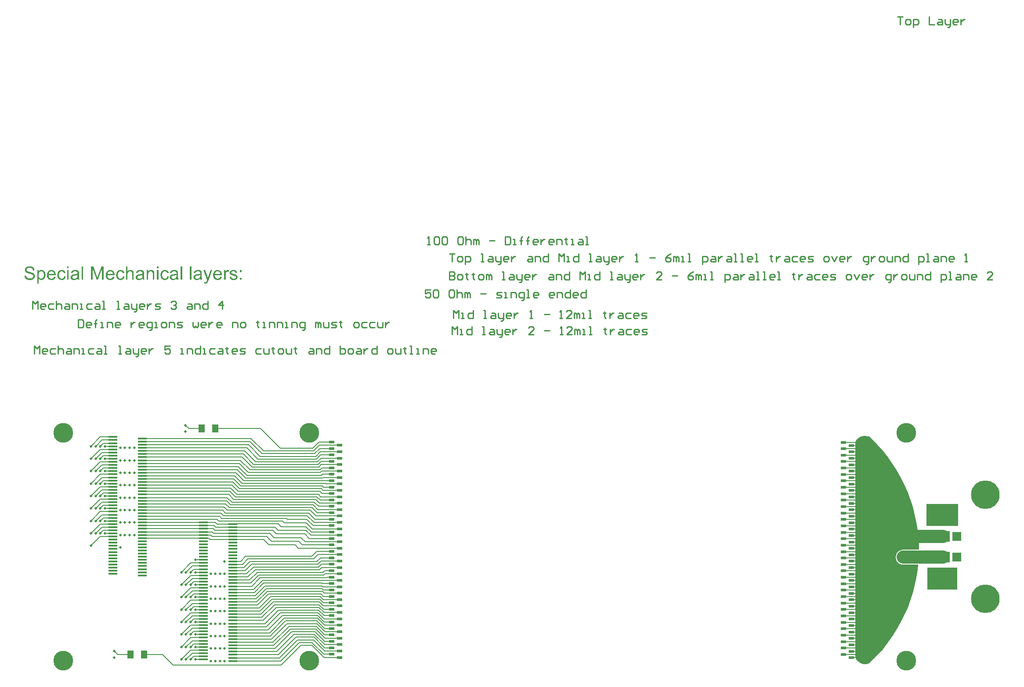
<source format=gtl>
G04 Layer_Physical_Order=1*
G04 Layer_Color=255*
%FSLAX25Y25*%
%MOIN*%
G70*
G01*
G75*
%ADD10R,0.07000X0.07000*%
%ADD11R,0.07874X0.07874*%
%ADD12R,0.03937X0.02362*%
%ADD13R,0.04500X0.06000*%
%ADD14R,0.06693X0.01181*%
%ADD15R,0.06000X0.04500*%
%ADD16C,0.10000*%
%ADD17C,0.00600*%
%ADD18C,0.00601*%
%ADD19C,0.01000*%
%ADD20R,0.22915X0.16960*%
%ADD21R,0.23992X0.16960*%
%ADD22C,0.21700*%
%ADD23C,0.15000*%
%ADD24C,0.05000*%
%ADD25C,0.02000*%
G36*
X84190Y309868D02*
X82951D01*
Y311289D01*
X84190D01*
Y309868D01*
D02*
G37*
G36*
X16051D02*
X14811D01*
Y311289D01*
X16051D01*
Y309868D01*
D02*
G37*
G36*
X-13488Y311457D02*
X-13394D01*
X-13277Y311442D01*
X-13153Y311435D01*
X-13007Y311421D01*
X-12862Y311399D01*
X-12701Y311377D01*
X-12373Y311311D01*
X-12198Y311267D01*
X-12030Y311224D01*
X-11863Y311165D01*
X-11702Y311100D01*
X-11695Y311092D01*
X-11666Y311085D01*
X-11622Y311063D01*
X-11564Y311034D01*
X-11491Y310998D01*
X-11411Y310947D01*
X-11316Y310896D01*
X-11221Y310830D01*
X-11112Y310765D01*
X-11010Y310684D01*
X-10900Y310597D01*
X-10791Y310502D01*
X-10682Y310400D01*
X-10580Y310283D01*
X-10478Y310167D01*
X-10390Y310035D01*
X-10383Y310028D01*
X-10368Y310006D01*
X-10346Y309963D01*
X-10317Y309911D01*
X-10281Y309846D01*
X-10237Y309766D01*
X-10201Y309678D01*
X-10150Y309576D01*
X-10106Y309467D01*
X-10062Y309343D01*
X-10018Y309212D01*
X-9982Y309073D01*
X-9945Y308927D01*
X-9916Y308774D01*
X-9902Y308614D01*
X-9887Y308453D01*
X-11170Y308359D01*
Y308373D01*
X-11178Y308402D01*
X-11185Y308453D01*
X-11199Y308519D01*
X-11214Y308592D01*
X-11236Y308687D01*
X-11265Y308789D01*
X-11301Y308898D01*
X-11338Y309015D01*
X-11389Y309132D01*
X-11447Y309248D01*
X-11513Y309372D01*
X-11586Y309489D01*
X-11673Y309598D01*
X-11768Y309707D01*
X-11870Y309802D01*
X-11877Y309809D01*
X-11899Y309824D01*
X-11928Y309846D01*
X-11979Y309882D01*
X-12045Y309919D01*
X-12118Y309955D01*
X-12205Y309999D01*
X-12308Y310050D01*
X-12424Y310094D01*
X-12555Y310138D01*
X-12701Y310174D01*
X-12854Y310218D01*
X-13029Y310247D01*
X-13211Y310269D01*
X-13408Y310283D01*
X-13620Y310291D01*
X-13736D01*
X-13816Y310283D01*
X-13918Y310276D01*
X-14028Y310269D01*
X-14159Y310254D01*
X-14290Y310232D01*
X-14582Y310181D01*
X-14728Y310145D01*
X-14874Y310101D01*
X-15012Y310050D01*
X-15151Y309992D01*
X-15274Y309926D01*
X-15384Y309846D01*
X-15391Y309839D01*
X-15406Y309824D01*
X-15435Y309802D01*
X-15471Y309766D01*
X-15508Y309722D01*
X-15559Y309671D01*
X-15603Y309613D01*
X-15654Y309547D01*
X-15705Y309474D01*
X-15756Y309387D01*
X-15843Y309204D01*
X-15880Y309110D01*
X-15909Y309000D01*
X-15923Y308891D01*
X-15931Y308774D01*
Y308767D01*
Y308752D01*
Y308723D01*
X-15923Y308687D01*
X-15916Y308636D01*
X-15909Y308585D01*
X-15880Y308461D01*
X-15836Y308315D01*
X-15770Y308169D01*
X-15726Y308089D01*
X-15668Y308016D01*
X-15610Y307943D01*
X-15544Y307878D01*
X-15537Y307870D01*
X-15522Y307863D01*
X-15500Y307841D01*
X-15457Y307819D01*
X-15406Y307783D01*
X-15333Y307746D01*
X-15253Y307703D01*
X-15151Y307652D01*
X-15027Y307601D01*
X-14888Y307542D01*
X-14720Y307484D01*
X-14538Y307418D01*
X-14327Y307353D01*
X-14094Y307287D01*
X-13831Y307222D01*
X-13540Y307149D01*
X-13532D01*
X-13518Y307141D01*
X-13496D01*
X-13467Y307134D01*
X-13430Y307127D01*
X-13386Y307112D01*
X-13277Y307090D01*
X-13146Y307054D01*
X-12993Y307017D01*
X-12825Y306981D01*
X-12650Y306930D01*
X-12278Y306835D01*
X-12096Y306784D01*
X-11914Y306726D01*
X-11739Y306675D01*
X-11579Y306616D01*
X-11433Y306565D01*
X-11309Y306514D01*
X-11301Y306507D01*
X-11272Y306492D01*
X-11221Y306471D01*
X-11163Y306441D01*
X-11090Y306398D01*
X-11010Y306354D01*
X-10915Y306296D01*
X-10813Y306230D01*
X-10711Y306165D01*
X-10602Y306084D01*
X-10383Y305909D01*
X-10179Y305705D01*
X-10091Y305596D01*
X-10004Y305479D01*
X-9996Y305472D01*
X-9982Y305450D01*
X-9967Y305414D01*
X-9938Y305370D01*
X-9909Y305312D01*
X-9873Y305239D01*
X-9829Y305158D01*
X-9792Y305071D01*
X-9756Y304969D01*
X-9712Y304860D01*
X-9676Y304743D01*
X-9647Y304612D01*
X-9617Y304481D01*
X-9596Y304342D01*
X-9588Y304204D01*
X-9581Y304050D01*
Y304043D01*
Y304014D01*
Y303970D01*
X-9588Y303912D01*
X-9596Y303839D01*
X-9603Y303759D01*
X-9617Y303664D01*
X-9639Y303555D01*
X-9661Y303445D01*
X-9698Y303321D01*
X-9734Y303198D01*
X-9778Y303066D01*
X-9829Y302935D01*
X-9894Y302797D01*
X-9967Y302665D01*
X-10048Y302527D01*
X-10055Y302519D01*
X-10069Y302498D01*
X-10099Y302461D01*
X-10135Y302410D01*
X-10179Y302352D01*
X-10237Y302279D01*
X-10303Y302206D01*
X-10383Y302126D01*
X-10470Y302038D01*
X-10572Y301951D01*
X-10682Y301856D01*
X-10798Y301761D01*
X-10922Y301674D01*
X-11061Y301586D01*
X-11207Y301506D01*
X-11367Y301426D01*
X-11374Y301419D01*
X-11404Y301411D01*
X-11455Y301390D01*
X-11520Y301368D01*
X-11600Y301339D01*
X-11695Y301302D01*
X-11804Y301266D01*
X-11928Y301229D01*
X-12067Y301193D01*
X-12220Y301156D01*
X-12380Y301127D01*
X-12548Y301091D01*
X-12723Y301069D01*
X-12912Y301047D01*
X-13109Y301040D01*
X-13306Y301032D01*
X-13437D01*
X-13532Y301040D01*
X-13649Y301047D01*
X-13787Y301054D01*
X-13940Y301069D01*
X-14108Y301083D01*
X-14283Y301105D01*
X-14465Y301127D01*
X-14852Y301200D01*
X-15048Y301244D01*
X-15238Y301295D01*
X-15428Y301360D01*
X-15603Y301426D01*
X-15610Y301433D01*
X-15646Y301448D01*
X-15690Y301470D01*
X-15756Y301499D01*
X-15836Y301543D01*
X-15923Y301594D01*
X-16025Y301659D01*
X-16127Y301725D01*
X-16244Y301805D01*
X-16361Y301892D01*
X-16485Y301995D01*
X-16601Y302104D01*
X-16725Y302221D01*
X-16842Y302344D01*
X-16951Y302483D01*
X-17053Y302629D01*
X-17061Y302636D01*
X-17075Y302665D01*
X-17104Y302709D01*
X-17133Y302767D01*
X-17177Y302848D01*
X-17221Y302935D01*
X-17272Y303037D01*
X-17316Y303154D01*
X-17367Y303285D01*
X-17418Y303424D01*
X-17461Y303576D01*
X-17505Y303730D01*
X-17542Y303897D01*
X-17571Y304072D01*
X-17593Y304255D01*
X-17600Y304444D01*
X-16339Y304553D01*
Y304546D01*
X-16331Y304517D01*
Y304481D01*
X-16317Y304430D01*
X-16310Y304364D01*
X-16295Y304284D01*
X-16273Y304204D01*
X-16251Y304109D01*
X-16200Y303912D01*
X-16127Y303700D01*
X-16040Y303496D01*
X-15931Y303299D01*
X-15923Y303292D01*
X-15916Y303278D01*
X-15894Y303256D01*
X-15865Y303219D01*
X-15836Y303176D01*
X-15792Y303132D01*
X-15741Y303081D01*
X-15683Y303023D01*
X-15617Y302964D01*
X-15537Y302899D01*
X-15457Y302833D01*
X-15362Y302767D01*
X-15267Y302702D01*
X-15158Y302636D01*
X-15041Y302578D01*
X-14917Y302519D01*
X-14910D01*
X-14888Y302505D01*
X-14844Y302490D01*
X-14793Y302476D01*
X-14728Y302454D01*
X-14655Y302425D01*
X-14560Y302396D01*
X-14465Y302374D01*
X-14356Y302344D01*
X-14232Y302315D01*
X-14108Y302293D01*
X-13970Y302264D01*
X-13678Y302235D01*
X-13364Y302221D01*
X-13292D01*
X-13233Y302228D01*
X-13168D01*
X-13095Y302235D01*
X-13007Y302242D01*
X-12912Y302250D01*
X-12701Y302279D01*
X-12475Y302315D01*
X-12249Y302374D01*
X-12023Y302447D01*
X-12016D01*
X-11994Y302454D01*
X-11965Y302468D01*
X-11928Y302490D01*
X-11877Y302512D01*
X-11826Y302541D01*
X-11695Y302607D01*
X-11557Y302695D01*
X-11411Y302804D01*
X-11272Y302928D01*
X-11156Y303066D01*
Y303074D01*
X-11141Y303088D01*
X-11127Y303110D01*
X-11112Y303139D01*
X-11090Y303176D01*
X-11061Y303219D01*
X-11010Y303329D01*
X-10959Y303453D01*
X-10908Y303598D01*
X-10879Y303766D01*
X-10864Y303934D01*
Y303941D01*
Y303956D01*
Y303977D01*
X-10871Y304014D01*
Y304058D01*
X-10879Y304101D01*
X-10900Y304218D01*
X-10930Y304342D01*
X-10981Y304481D01*
X-11054Y304619D01*
X-11148Y304757D01*
Y304765D01*
X-11163Y304772D01*
X-11199Y304816D01*
X-11272Y304881D01*
X-11316Y304925D01*
X-11367Y304969D01*
X-11425Y305013D01*
X-11491Y305064D01*
X-11564Y305115D01*
X-11651Y305166D01*
X-11739Y305217D01*
X-11841Y305268D01*
X-11943Y305312D01*
X-12060Y305363D01*
X-12067D01*
X-12082Y305370D01*
X-12103Y305377D01*
X-12147Y305392D01*
X-12198Y305406D01*
X-12256Y305428D01*
X-12337Y305450D01*
X-12431Y305479D01*
X-12548Y305516D01*
X-12672Y305552D01*
X-12818Y305589D01*
X-12985Y305632D01*
X-13168Y305683D01*
X-13379Y305734D01*
X-13605Y305793D01*
X-13853Y305851D01*
X-13860D01*
X-13868Y305858D01*
X-13889D01*
X-13911Y305866D01*
X-13984Y305888D01*
X-14079Y305909D01*
X-14188Y305939D01*
X-14320Y305975D01*
X-14465Y306011D01*
X-14611Y306055D01*
X-14932Y306150D01*
X-15253Y306259D01*
X-15406Y306318D01*
X-15552Y306376D01*
X-15675Y306427D01*
X-15792Y306485D01*
X-15799Y306492D01*
X-15821Y306500D01*
X-15858Y306522D01*
X-15909Y306551D01*
X-15967Y306587D01*
X-16040Y306638D01*
X-16113Y306689D01*
X-16200Y306748D01*
X-16375Y306879D01*
X-16550Y307039D01*
X-16725Y307222D01*
X-16798Y307324D01*
X-16871Y307426D01*
X-16878Y307433D01*
X-16886Y307455D01*
X-16900Y307484D01*
X-16922Y307528D01*
X-16951Y307579D01*
X-16980Y307637D01*
X-17009Y307710D01*
X-17046Y307790D01*
X-17075Y307885D01*
X-17112Y307980D01*
X-17163Y308191D01*
X-17206Y308424D01*
X-17214Y308548D01*
X-17221Y308680D01*
Y308687D01*
Y308716D01*
Y308752D01*
X-17214Y308811D01*
X-17206Y308876D01*
X-17199Y308957D01*
X-17185Y309044D01*
X-17170Y309146D01*
X-17141Y309256D01*
X-17119Y309365D01*
X-17082Y309481D01*
X-17039Y309605D01*
X-16988Y309729D01*
X-16929Y309853D01*
X-16864Y309984D01*
X-16791Y310108D01*
X-16783Y310116D01*
X-16769Y310138D01*
X-16747Y310174D01*
X-16711Y310218D01*
X-16667Y310276D01*
X-16609Y310334D01*
X-16543Y310407D01*
X-16470Y310480D01*
X-16390Y310560D01*
X-16295Y310648D01*
X-16193Y310728D01*
X-16076Y310816D01*
X-15953Y310896D01*
X-15821Y310976D01*
X-15683Y311049D01*
X-15530Y311114D01*
X-15522Y311122D01*
X-15493Y311129D01*
X-15449Y311144D01*
X-15384Y311173D01*
X-15304Y311195D01*
X-15216Y311224D01*
X-15107Y311260D01*
X-14983Y311289D01*
X-14852Y311326D01*
X-14713Y311355D01*
X-14560Y311384D01*
X-14400Y311413D01*
X-14225Y311435D01*
X-14050Y311450D01*
X-13868Y311457D01*
X-13678Y311464D01*
X-13569D01*
X-13488Y311457D01*
D02*
G37*
G36*
X-4515Y308665D02*
X-4434Y308658D01*
X-4340Y308643D01*
X-4237Y308629D01*
X-4121Y308614D01*
X-3997Y308585D01*
X-3866Y308556D01*
X-3727Y308512D01*
X-3589Y308468D01*
X-3443Y308410D01*
X-3304Y308344D01*
X-3166Y308271D01*
X-3027Y308184D01*
X-3020Y308176D01*
X-2998Y308162D01*
X-2962Y308133D01*
X-2911Y308096D01*
X-2845Y308045D01*
X-2779Y307987D01*
X-2706Y307914D01*
X-2619Y307834D01*
X-2532Y307746D01*
X-2444Y307644D01*
X-2357Y307528D01*
X-2262Y307411D01*
X-2174Y307280D01*
X-2094Y307134D01*
X-2014Y306988D01*
X-1941Y306828D01*
X-1934Y306821D01*
X-1926Y306791D01*
X-1905Y306740D01*
X-1883Y306675D01*
X-1854Y306595D01*
X-1824Y306500D01*
X-1795Y306383D01*
X-1759Y306259D01*
X-1722Y306121D01*
X-1693Y305975D01*
X-1664Y305815D01*
X-1635Y305647D01*
X-1613Y305472D01*
X-1591Y305290D01*
X-1584Y305107D01*
X-1577Y304911D01*
Y304896D01*
Y304860D01*
Y304801D01*
X-1584Y304721D01*
X-1591Y304626D01*
X-1599Y304510D01*
X-1613Y304378D01*
X-1628Y304240D01*
X-1650Y304087D01*
X-1679Y303926D01*
X-1751Y303584D01*
X-1795Y303409D01*
X-1846Y303234D01*
X-1912Y303059D01*
X-1985Y302891D01*
X-1992Y302884D01*
X-2007Y302855D01*
X-2029Y302804D01*
X-2058Y302746D01*
X-2101Y302665D01*
X-2152Y302585D01*
X-2211Y302483D01*
X-2284Y302381D01*
X-2357Y302272D01*
X-2444Y302162D01*
X-2539Y302046D01*
X-2648Y301929D01*
X-2758Y301820D01*
X-2881Y301710D01*
X-3013Y301608D01*
X-3151Y301514D01*
X-3159Y301506D01*
X-3188Y301492D01*
X-3224Y301470D01*
X-3282Y301441D01*
X-3355Y301404D01*
X-3435Y301360D01*
X-3530Y301324D01*
X-3640Y301280D01*
X-3756Y301229D01*
X-3880Y301193D01*
X-4011Y301149D01*
X-4150Y301113D01*
X-4296Y301083D01*
X-4449Y301062D01*
X-4602Y301047D01*
X-4762Y301040D01*
X-4821D01*
X-4864Y301047D01*
X-4923D01*
X-4981Y301054D01*
X-5054Y301062D01*
X-5134Y301069D01*
X-5309Y301105D01*
X-5491Y301149D01*
X-5688Y301207D01*
X-5878Y301295D01*
X-5885D01*
X-5900Y301309D01*
X-5921Y301324D01*
X-5958Y301346D01*
X-6002Y301368D01*
X-6045Y301397D01*
X-6162Y301477D01*
X-6286Y301572D01*
X-6424Y301688D01*
X-6556Y301812D01*
X-6680Y301958D01*
Y298401D01*
X-7919D01*
Y308512D01*
X-6789D01*
Y307557D01*
X-6782Y307564D01*
X-6774Y307579D01*
X-6752Y307608D01*
X-6716Y307652D01*
X-6680Y307695D01*
X-6636Y307746D01*
X-6526Y307870D01*
X-6395Y308002D01*
X-6242Y308140D01*
X-6075Y308271D01*
X-5892Y308388D01*
X-5885D01*
X-5870Y308402D01*
X-5841Y308417D01*
X-5805Y308432D01*
X-5754Y308453D01*
X-5695Y308475D01*
X-5630Y308505D01*
X-5550Y308534D01*
X-5469Y308556D01*
X-5375Y308585D01*
X-5273Y308607D01*
X-5163Y308629D01*
X-4930Y308658D01*
X-4675Y308672D01*
X-4587D01*
X-4515Y308665D01*
D02*
G37*
G36*
X78715D02*
X78788Y308658D01*
X78861Y308650D01*
X78949Y308643D01*
X79131Y308614D01*
X79335Y308570D01*
X79546Y308512D01*
X79758Y308432D01*
X79765D01*
X79780Y308424D01*
X79809Y308410D01*
X79853Y308388D01*
X79896Y308366D01*
X79948Y308337D01*
X80071Y308264D01*
X80203Y308176D01*
X80341Y308067D01*
X80472Y307943D01*
X80589Y307805D01*
Y307797D01*
X80604Y307790D01*
X80618Y307768D01*
X80633Y307739D01*
X80655Y307703D01*
X80684Y307659D01*
X80742Y307550D01*
X80808Y307418D01*
X80866Y307258D01*
X80924Y307083D01*
X80975Y306893D01*
Y306886D01*
Y306879D01*
X80983Y306857D01*
X80990Y306828D01*
Y306791D01*
X80997Y306740D01*
X81005Y306682D01*
X81012Y306616D01*
X81019Y306536D01*
X81026Y306449D01*
X81034Y306354D01*
Y306245D01*
X81041Y306121D01*
X81048Y305990D01*
Y305844D01*
Y305691D01*
Y301200D01*
X79809D01*
Y305640D01*
Y305647D01*
Y305676D01*
Y305713D01*
Y305764D01*
X79802Y305829D01*
Y305902D01*
X79794Y305982D01*
Y306062D01*
X79773Y306252D01*
X79751Y306434D01*
X79714Y306616D01*
X79692Y306697D01*
X79663Y306770D01*
Y306777D01*
X79656Y306784D01*
X79649Y306806D01*
X79634Y306835D01*
X79598Y306901D01*
X79546Y306988D01*
X79474Y307083D01*
X79386Y307185D01*
X79277Y307287D01*
X79146Y307375D01*
X79138D01*
X79131Y307382D01*
X79109Y307397D01*
X79080Y307411D01*
X79007Y307448D01*
X78905Y307491D01*
X78774Y307528D01*
X78628Y307564D01*
X78468Y307593D01*
X78285Y307601D01*
X78205D01*
X78154Y307593D01*
X78081Y307586D01*
X78001Y307572D01*
X77914Y307557D01*
X77819Y307535D01*
X77710Y307513D01*
X77600Y307477D01*
X77491Y307440D01*
X77374Y307389D01*
X77258Y307331D01*
X77141Y307265D01*
X77024Y307185D01*
X76915Y307098D01*
X76908Y307090D01*
X76893Y307076D01*
X76864Y307039D01*
X76827Y306996D01*
X76784Y306937D01*
X76733Y306864D01*
X76682Y306777D01*
X76631Y306667D01*
X76579Y306551D01*
X76529Y306412D01*
X76477Y306252D01*
X76434Y306077D01*
X76397Y305888D01*
X76368Y305676D01*
X76354Y305443D01*
X76346Y305188D01*
Y301200D01*
X75107D01*
Y308512D01*
X76222D01*
Y307469D01*
X76230Y307484D01*
X76259Y307520D01*
X76310Y307579D01*
X76368Y307659D01*
X76456Y307746D01*
X76558Y307849D01*
X76674Y307958D01*
X76813Y308074D01*
X76966Y308184D01*
X77141Y308293D01*
X77330Y308395D01*
X77542Y308483D01*
X77768Y308563D01*
X78008Y308621D01*
X78271Y308658D01*
X78548Y308672D01*
X78657D01*
X78715Y308665D01*
D02*
G37*
G36*
X136642D02*
X136700Y308658D01*
X136766Y308650D01*
X136839Y308636D01*
X136926Y308621D01*
X137021Y308599D01*
X137123Y308577D01*
X137334Y308505D01*
X137451Y308461D01*
X137568Y308402D01*
X137684Y308344D01*
X137808Y308271D01*
X137371Y307127D01*
X137364D01*
X137349Y307141D01*
X137327Y307149D01*
X137291Y307171D01*
X137254Y307185D01*
X137203Y307207D01*
X137086Y307258D01*
X136955Y307309D01*
X136802Y307346D01*
X136635Y307375D01*
X136467Y307389D01*
X136401D01*
X136321Y307375D01*
X136226Y307360D01*
X136117Y307331D01*
X135993Y307287D01*
X135869Y307222D01*
X135745Y307141D01*
X135731Y307127D01*
X135694Y307098D01*
X135636Y307039D01*
X135570Y306966D01*
X135490Y306872D01*
X135417Y306755D01*
X135344Y306616D01*
X135286Y306463D01*
Y306456D01*
X135279Y306434D01*
X135264Y306398D01*
X135257Y306347D01*
X135242Y306288D01*
X135220Y306216D01*
X135206Y306128D01*
X135184Y306041D01*
X135162Y305931D01*
X135147Y305822D01*
X135133Y305705D01*
X135111Y305581D01*
X135089Y305312D01*
X135082Y305020D01*
Y301200D01*
X133843D01*
Y308512D01*
X134958D01*
Y307389D01*
X134965Y307397D01*
X134980Y307426D01*
X135002Y307462D01*
X135031Y307513D01*
X135067Y307579D01*
X135111Y307652D01*
X135213Y307812D01*
X135337Y307980D01*
X135468Y308155D01*
X135534Y308228D01*
X135599Y308300D01*
X135672Y308366D01*
X135738Y308417D01*
X135745D01*
X135752Y308432D01*
X135774Y308439D01*
X135803Y308461D01*
X135876Y308497D01*
X135971Y308548D01*
X136095Y308592D01*
X136226Y308636D01*
X136372Y308665D01*
X136532Y308672D01*
X136598D01*
X136642Y308665D01*
D02*
G37*
G36*
X147351Y307105D02*
X145944D01*
Y308512D01*
X147351D01*
Y307105D01*
D02*
G37*
G36*
X141162Y308665D02*
X141249Y308658D01*
X141351Y308650D01*
X141461Y308643D01*
X141570Y308629D01*
X141694Y308614D01*
X141949Y308570D01*
X142211Y308505D01*
X142459Y308424D01*
X142466D01*
X142488Y308410D01*
X142525Y308402D01*
X142569Y308381D01*
X142620Y308351D01*
X142678Y308322D01*
X142824Y308249D01*
X142977Y308155D01*
X143137Y308038D01*
X143283Y307907D01*
X143356Y307834D01*
X143414Y307754D01*
X143421Y307746D01*
X143429Y307732D01*
X143443Y307710D01*
X143465Y307674D01*
X143494Y307637D01*
X143524Y307586D01*
X143553Y307520D01*
X143589Y307455D01*
X143626Y307375D01*
X143662Y307294D01*
X143699Y307200D01*
X143728Y307098D01*
X143764Y306988D01*
X143801Y306879D01*
X143852Y306624D01*
X142641Y306456D01*
Y306463D01*
X142634Y306478D01*
Y306507D01*
X142620Y306551D01*
X142612Y306595D01*
X142590Y306653D01*
X142547Y306777D01*
X142481Y306915D01*
X142401Y307061D01*
X142292Y307207D01*
X142226Y307273D01*
X142153Y307331D01*
X142146Y307338D01*
X142139Y307346D01*
X142109Y307360D01*
X142080Y307382D01*
X142036Y307404D01*
X141993Y307433D01*
X141934Y307462D01*
X141869Y307491D01*
X141789Y307520D01*
X141708Y307550D01*
X141614Y307579D01*
X141519Y307601D01*
X141410Y307623D01*
X141293Y307637D01*
X141169Y307652D01*
X140957D01*
X140899Y307644D01*
X140826D01*
X140746Y307637D01*
X140659Y307630D01*
X140564Y307615D01*
X140360Y307586D01*
X140156Y307535D01*
X140061Y307499D01*
X139973Y307462D01*
X139886Y307418D01*
X139813Y307367D01*
X139806D01*
X139798Y307353D01*
X139755Y307316D01*
X139696Y307258D01*
X139631Y307178D01*
X139565Y307083D01*
X139507Y306974D01*
X139463Y306850D01*
X139456Y306777D01*
X139448Y306711D01*
Y306704D01*
Y306667D01*
X139456Y306624D01*
X139470Y306565D01*
X139485Y306500D01*
X139507Y306427D01*
X139543Y306347D01*
X139594Y306274D01*
X139602Y306267D01*
X139623Y306245D01*
X139660Y306208D01*
X139711Y306157D01*
X139777Y306106D01*
X139864Y306055D01*
X139959Y305997D01*
X140075Y305946D01*
X140083D01*
X140097Y305939D01*
X140119Y305931D01*
X140148Y305924D01*
X140185Y305909D01*
X140228Y305902D01*
X140279Y305880D01*
X140345Y305866D01*
X140425Y305844D01*
X140513Y305815D01*
X140615Y305785D01*
X140732Y305756D01*
X140863Y305720D01*
X141016Y305676D01*
X141176Y305632D01*
X141183D01*
X141191Y305625D01*
X141235Y305618D01*
X141300Y305596D01*
X141388Y305574D01*
X141497Y305545D01*
X141621Y305508D01*
X141759Y305472D01*
X141898Y305428D01*
X142204Y305341D01*
X142510Y305239D01*
X142649Y305195D01*
X142787Y305144D01*
X142904Y305100D01*
X143013Y305056D01*
X143021D01*
X143035Y305049D01*
X143064Y305034D01*
X143101Y305013D01*
X143145Y304991D01*
X143195Y304962D01*
X143312Y304889D01*
X143443Y304794D01*
X143575Y304685D01*
X143706Y304553D01*
X143830Y304400D01*
Y304393D01*
X143844Y304378D01*
X143859Y304357D01*
X143874Y304327D01*
X143903Y304284D01*
X143924Y304233D01*
X143954Y304174D01*
X143983Y304109D01*
X144005Y304036D01*
X144034Y303956D01*
X144085Y303781D01*
X144114Y303576D01*
X144129Y303351D01*
Y303343D01*
Y303321D01*
Y303292D01*
X144121Y303249D01*
Y303190D01*
X144107Y303125D01*
X144099Y303052D01*
X144085Y302972D01*
X144041Y302797D01*
X143976Y302600D01*
X143932Y302498D01*
X143888Y302388D01*
X143830Y302286D01*
X143764Y302184D01*
X143757Y302177D01*
X143750Y302162D01*
X143728Y302133D01*
X143699Y302097D01*
X143662Y302046D01*
X143611Y301995D01*
X143560Y301936D01*
X143494Y301871D01*
X143429Y301805D01*
X143349Y301740D01*
X143261Y301667D01*
X143166Y301594D01*
X143064Y301528D01*
X142955Y301462D01*
X142838Y301397D01*
X142714Y301339D01*
X142707D01*
X142685Y301324D01*
X142649Y301309D01*
X142598Y301295D01*
X142532Y301273D01*
X142452Y301244D01*
X142365Y301215D01*
X142270Y301193D01*
X142160Y301164D01*
X142044Y301134D01*
X141912Y301113D01*
X141781Y301083D01*
X141490Y301054D01*
X141176Y301040D01*
X141111D01*
X141038Y301047D01*
X140943D01*
X140819Y301062D01*
X140688Y301069D01*
X140535Y301091D01*
X140367Y301113D01*
X140192Y301142D01*
X140017Y301185D01*
X139835Y301229D01*
X139653Y301288D01*
X139478Y301353D01*
X139303Y301433D01*
X139142Y301528D01*
X138997Y301630D01*
X138989Y301637D01*
X138967Y301659D01*
X138924Y301696D01*
X138880Y301740D01*
X138821Y301805D01*
X138749Y301878D01*
X138676Y301965D01*
X138603Y302075D01*
X138523Y302191D01*
X138435Y302315D01*
X138362Y302461D01*
X138282Y302622D01*
X138209Y302789D01*
X138151Y302979D01*
X138093Y303176D01*
X138049Y303387D01*
X139274Y303576D01*
Y303569D01*
X139281Y303547D01*
X139288Y303504D01*
X139295Y303453D01*
X139310Y303394D01*
X139332Y303321D01*
X139354Y303241D01*
X139383Y303161D01*
X139456Y302979D01*
X139558Y302789D01*
X139616Y302695D01*
X139682Y302607D01*
X139762Y302527D01*
X139842Y302447D01*
X139849Y302439D01*
X139864Y302432D01*
X139893Y302410D01*
X139930Y302388D01*
X139981Y302359D01*
X140039Y302323D01*
X140105Y302286D01*
X140185Y302257D01*
X140272Y302221D01*
X140374Y302184D01*
X140484Y302148D01*
X140600Y302118D01*
X140732Y302097D01*
X140870Y302075D01*
X141016Y302067D01*
X141169Y302060D01*
X141249D01*
X141307Y302067D01*
X141380D01*
X141461Y302082D01*
X141548Y302089D01*
X141650Y302104D01*
X141854Y302148D01*
X142066Y302206D01*
X142262Y302293D01*
X142357Y302344D01*
X142437Y302403D01*
X142445Y302410D01*
X142452Y302417D01*
X142474Y302439D01*
X142503Y302468D01*
X142569Y302541D01*
X142649Y302636D01*
X142722Y302753D01*
X142787Y302899D01*
X142816Y302972D01*
X142838Y303052D01*
X142846Y303132D01*
X142853Y303219D01*
Y303227D01*
Y303241D01*
Y303263D01*
X142846Y303285D01*
X142831Y303365D01*
X142809Y303460D01*
X142765Y303562D01*
X142700Y303671D01*
X142656Y303722D01*
X142605Y303781D01*
X142547Y303832D01*
X142481Y303875D01*
X142466Y303883D01*
X142452Y303890D01*
X142430Y303905D01*
X142394Y303919D01*
X142350Y303941D01*
X142292Y303963D01*
X142233Y303992D01*
X142153Y304021D01*
X142066Y304050D01*
X141956Y304087D01*
X141840Y304123D01*
X141708Y304160D01*
X141563Y304204D01*
X141395Y304247D01*
X141213Y304291D01*
X141205D01*
X141198Y304298D01*
X141154Y304306D01*
X141081Y304327D01*
X140994Y304349D01*
X140877Y304378D01*
X140753Y304415D01*
X140615Y304451D01*
X140462Y304495D01*
X140148Y304590D01*
X139835Y304692D01*
X139689Y304743D01*
X139550Y304794D01*
X139427Y304845D01*
X139317Y304889D01*
X139310D01*
X139295Y304903D01*
X139266Y304918D01*
X139230Y304932D01*
X139186Y304962D01*
X139135Y304991D01*
X139018Y305071D01*
X138894Y305166D01*
X138763Y305282D01*
X138632Y305421D01*
X138523Y305581D01*
Y305589D01*
X138508Y305603D01*
X138501Y305625D01*
X138479Y305662D01*
X138457Y305698D01*
X138435Y305749D01*
X138413Y305807D01*
X138391Y305873D01*
X138340Y306019D01*
X138297Y306186D01*
X138268Y306369D01*
X138253Y306565D01*
Y306573D01*
Y306587D01*
Y306616D01*
X138260Y306646D01*
Y306689D01*
X138268Y306740D01*
X138282Y306864D01*
X138304Y307003D01*
X138348Y307156D01*
X138399Y307309D01*
X138472Y307469D01*
Y307477D01*
X138479Y307491D01*
X138494Y307513D01*
X138515Y307542D01*
X138566Y307615D01*
X138632Y307710D01*
X138719Y307819D01*
X138829Y307936D01*
X138945Y308053D01*
X139084Y308162D01*
X139099Y308169D01*
X139135Y308198D01*
X139201Y308235D01*
X139295Y308286D01*
X139405Y308344D01*
X139536Y308402D01*
X139696Y308461D01*
X139871Y308519D01*
X139879D01*
X139893Y308526D01*
X139922Y308534D01*
X139959Y308541D01*
X140003Y308556D01*
X140061Y308570D01*
X140126Y308585D01*
X140192Y308599D01*
X140352Y308621D01*
X140535Y308650D01*
X140732Y308665D01*
X140943Y308672D01*
X141089D01*
X141162Y308665D01*
D02*
G37*
G36*
X89140D02*
X89220D01*
X89322Y308650D01*
X89439Y308643D01*
X89570Y308621D01*
X89716Y308599D01*
X89869Y308563D01*
X90022Y308526D01*
X90183Y308475D01*
X90350Y308417D01*
X90511Y308351D01*
X90671Y308264D01*
X90824Y308176D01*
X90970Y308067D01*
X90977Y308060D01*
X91006Y308038D01*
X91043Y308002D01*
X91094Y307958D01*
X91152Y307892D01*
X91225Y307819D01*
X91298Y307732D01*
X91378Y307630D01*
X91458Y307513D01*
X91539Y307382D01*
X91626Y307243D01*
X91699Y307090D01*
X91779Y306930D01*
X91845Y306748D01*
X91903Y306565D01*
X91947Y306361D01*
X90744Y306179D01*
Y306186D01*
X90737Y306208D01*
X90722Y306252D01*
X90707Y306296D01*
X90693Y306361D01*
X90664Y306427D01*
X90635Y306507D01*
X90605Y306587D01*
X90518Y306770D01*
X90409Y306952D01*
X90285Y307127D01*
X90212Y307207D01*
X90132Y307280D01*
X90124Y307287D01*
X90110Y307294D01*
X90088Y307316D01*
X90051Y307338D01*
X90015Y307367D01*
X89964Y307397D01*
X89906Y307433D01*
X89833Y307469D01*
X89680Y307535D01*
X89505Y307593D01*
X89301Y307637D01*
X89191Y307644D01*
X89075Y307652D01*
X89031D01*
X88987Y307644D01*
X88921D01*
X88841Y307630D01*
X88747Y307615D01*
X88644Y307593D01*
X88535Y307572D01*
X88419Y307535D01*
X88295Y307491D01*
X88171Y307433D01*
X88039Y307367D01*
X87915Y307294D01*
X87792Y307200D01*
X87675Y307098D01*
X87558Y306981D01*
X87551Y306974D01*
X87536Y306952D01*
X87507Y306908D01*
X87471Y306857D01*
X87420Y306784D01*
X87376Y306689D01*
X87318Y306587D01*
X87267Y306463D01*
X87216Y306325D01*
X87157Y306172D01*
X87114Y305997D01*
X87070Y305800D01*
X87026Y305596D01*
X86997Y305370D01*
X86982Y305122D01*
X86975Y304860D01*
Y304852D01*
Y304845D01*
Y304823D01*
Y304794D01*
X86982Y304721D01*
Y304619D01*
X86990Y304495D01*
X87004Y304357D01*
X87019Y304204D01*
X87048Y304043D01*
X87077Y303868D01*
X87114Y303693D01*
X87157Y303511D01*
X87216Y303336D01*
X87274Y303168D01*
X87354Y303008D01*
X87434Y302855D01*
X87536Y302724D01*
X87544Y302716D01*
X87565Y302695D01*
X87595Y302665D01*
X87638Y302622D01*
X87697Y302571D01*
X87762Y302512D01*
X87843Y302454D01*
X87930Y302396D01*
X88032Y302330D01*
X88141Y302272D01*
X88265Y302213D01*
X88397Y302162D01*
X88535Y302118D01*
X88681Y302089D01*
X88841Y302067D01*
X89009Y302060D01*
X89082D01*
X89133Y302067D01*
X89191Y302075D01*
X89264Y302082D01*
X89344Y302097D01*
X89432Y302118D01*
X89629Y302170D01*
X89731Y302206D01*
X89833Y302250D01*
X89935Y302301D01*
X90037Y302359D01*
X90132Y302425D01*
X90226Y302505D01*
X90234Y302512D01*
X90248Y302527D01*
X90270Y302556D01*
X90307Y302592D01*
X90343Y302636D01*
X90387Y302695D01*
X90438Y302767D01*
X90489Y302848D01*
X90540Y302935D01*
X90591Y303037D01*
X90642Y303146D01*
X90693Y303278D01*
X90744Y303409D01*
X90780Y303555D01*
X90817Y303715D01*
X90846Y303883D01*
X92063Y303715D01*
Y303700D01*
X92056Y303657D01*
X92042Y303591D01*
X92020Y303504D01*
X91991Y303402D01*
X91954Y303278D01*
X91910Y303146D01*
X91859Y302993D01*
X91794Y302840D01*
X91721Y302680D01*
X91641Y302519D01*
X91546Y302352D01*
X91436Y302191D01*
X91320Y302031D01*
X91181Y301885D01*
X91036Y301747D01*
X91028Y301740D01*
X90999Y301718D01*
X90955Y301681D01*
X90890Y301637D01*
X90810Y301586D01*
X90715Y301521D01*
X90605Y301462D01*
X90474Y301397D01*
X90336Y301324D01*
X90183Y301266D01*
X90015Y301207D01*
X89840Y301149D01*
X89650Y301105D01*
X89446Y301069D01*
X89235Y301047D01*
X89016Y301040D01*
X88951D01*
X88871Y301047D01*
X88768Y301054D01*
X88644Y301069D01*
X88499Y301091D01*
X88331Y301120D01*
X88156Y301164D01*
X87967Y301215D01*
X87770Y301280D01*
X87573Y301360D01*
X87369Y301455D01*
X87172Y301565D01*
X86975Y301696D01*
X86786Y301841D01*
X86611Y302016D01*
X86603Y302031D01*
X86574Y302060D01*
X86523Y302118D01*
X86472Y302199D01*
X86399Y302301D01*
X86319Y302425D01*
X86239Y302571D01*
X86159Y302731D01*
X86071Y302920D01*
X85991Y303132D01*
X85911Y303365D01*
X85845Y303613D01*
X85787Y303883D01*
X85736Y304174D01*
X85707Y304488D01*
X85699Y304823D01*
Y304838D01*
Y304874D01*
Y304940D01*
X85707Y305020D01*
X85714Y305122D01*
X85721Y305246D01*
X85729Y305377D01*
X85750Y305523D01*
X85765Y305683D01*
X85794Y305851D01*
X85860Y306194D01*
X85903Y306376D01*
X85962Y306551D01*
X86020Y306726D01*
X86086Y306893D01*
X86093Y306901D01*
X86107Y306930D01*
X86129Y306981D01*
X86159Y307039D01*
X86202Y307112D01*
X86253Y307200D01*
X86312Y307294D01*
X86385Y307397D01*
X86465Y307499D01*
X86552Y307608D01*
X86647Y307724D01*
X86756Y307834D01*
X86873Y307936D01*
X86997Y308045D01*
X87135Y308140D01*
X87281Y308228D01*
X87288Y308235D01*
X87318Y308249D01*
X87361Y308271D01*
X87420Y308300D01*
X87493Y308330D01*
X87587Y308366D01*
X87690Y308410D01*
X87799Y308453D01*
X87923Y308490D01*
X88061Y308534D01*
X88200Y308570D01*
X88353Y308607D01*
X88513Y308629D01*
X88681Y308650D01*
X88849Y308665D01*
X89024Y308672D01*
X89075D01*
X89140Y308665D01*
D02*
G37*
G36*
X55453D02*
X55533D01*
X55635Y308650D01*
X55752Y308643D01*
X55883Y308621D01*
X56029Y308599D01*
X56182Y308563D01*
X56335Y308526D01*
X56496Y308475D01*
X56663Y308417D01*
X56824Y308351D01*
X56984Y308264D01*
X57137Y308176D01*
X57283Y308067D01*
X57290Y308060D01*
X57319Y308038D01*
X57356Y308002D01*
X57407Y307958D01*
X57465Y307892D01*
X57538Y307819D01*
X57611Y307732D01*
X57691Y307630D01*
X57771Y307513D01*
X57851Y307382D01*
X57939Y307243D01*
X58012Y307090D01*
X58092Y306930D01*
X58158Y306748D01*
X58216Y306565D01*
X58260Y306361D01*
X57057Y306179D01*
Y306186D01*
X57050Y306208D01*
X57035Y306252D01*
X57020Y306296D01*
X57006Y306361D01*
X56977Y306427D01*
X56947Y306507D01*
X56918Y306587D01*
X56831Y306770D01*
X56722Y306952D01*
X56598Y307127D01*
X56525Y307207D01*
X56445Y307280D01*
X56437Y307287D01*
X56423Y307294D01*
X56401Y307316D01*
X56364Y307338D01*
X56328Y307367D01*
X56277Y307397D01*
X56218Y307433D01*
X56146Y307469D01*
X55993Y307535D01*
X55818Y307593D01*
X55613Y307637D01*
X55504Y307644D01*
X55388Y307652D01*
X55344D01*
X55300Y307644D01*
X55234D01*
X55154Y307630D01*
X55059Y307615D01*
X54957Y307593D01*
X54848Y307572D01*
X54731Y307535D01*
X54607Y307491D01*
X54483Y307433D01*
X54352Y307367D01*
X54228Y307294D01*
X54104Y307200D01*
X53988Y307098D01*
X53871Y306981D01*
X53864Y306974D01*
X53849Y306952D01*
X53820Y306908D01*
X53784Y306857D01*
X53733Y306784D01*
X53689Y306689D01*
X53631Y306587D01*
X53580Y306463D01*
X53528Y306325D01*
X53470Y306172D01*
X53426Y305997D01*
X53383Y305800D01*
X53339Y305596D01*
X53310Y305370D01*
X53295Y305122D01*
X53288Y304860D01*
Y304852D01*
Y304845D01*
Y304823D01*
Y304794D01*
X53295Y304721D01*
Y304619D01*
X53303Y304495D01*
X53317Y304357D01*
X53332Y304204D01*
X53361Y304043D01*
X53390Y303868D01*
X53426Y303693D01*
X53470Y303511D01*
X53528Y303336D01*
X53587Y303168D01*
X53667Y303008D01*
X53747Y302855D01*
X53849Y302724D01*
X53857Y302716D01*
X53878Y302695D01*
X53908Y302665D01*
X53951Y302622D01*
X54010Y302571D01*
X54075Y302512D01*
X54155Y302454D01*
X54243Y302396D01*
X54345Y302330D01*
X54454Y302272D01*
X54578Y302213D01*
X54710Y302162D01*
X54848Y302118D01*
X54994Y302089D01*
X55154Y302067D01*
X55322Y302060D01*
X55395D01*
X55446Y302067D01*
X55504Y302075D01*
X55577Y302082D01*
X55657Y302097D01*
X55745Y302118D01*
X55941Y302170D01*
X56044Y302206D01*
X56146Y302250D01*
X56248Y302301D01*
X56350Y302359D01*
X56445Y302425D01*
X56539Y302505D01*
X56547Y302512D01*
X56561Y302527D01*
X56583Y302556D01*
X56620Y302592D01*
X56656Y302636D01*
X56700Y302695D01*
X56751Y302767D01*
X56802Y302848D01*
X56853Y302935D01*
X56904Y303037D01*
X56955Y303146D01*
X57006Y303278D01*
X57057Y303409D01*
X57093Y303555D01*
X57130Y303715D01*
X57159Y303883D01*
X58376Y303715D01*
Y303700D01*
X58369Y303657D01*
X58355Y303591D01*
X58333Y303504D01*
X58303Y303402D01*
X58267Y303278D01*
X58223Y303146D01*
X58172Y302993D01*
X58107Y302840D01*
X58034Y302680D01*
X57954Y302519D01*
X57859Y302352D01*
X57749Y302191D01*
X57633Y302031D01*
X57494Y301885D01*
X57349Y301747D01*
X57341Y301740D01*
X57312Y301718D01*
X57268Y301681D01*
X57203Y301637D01*
X57122Y301586D01*
X57028Y301521D01*
X56918Y301462D01*
X56787Y301397D01*
X56649Y301324D01*
X56496Y301266D01*
X56328Y301207D01*
X56153Y301149D01*
X55963Y301105D01*
X55759Y301069D01*
X55548Y301047D01*
X55329Y301040D01*
X55264D01*
X55183Y301047D01*
X55081Y301054D01*
X54957Y301069D01*
X54812Y301091D01*
X54644Y301120D01*
X54469Y301164D01*
X54279Y301215D01*
X54083Y301280D01*
X53886Y301360D01*
X53682Y301455D01*
X53485Y301565D01*
X53288Y301696D01*
X53098Y301841D01*
X52924Y302016D01*
X52916Y302031D01*
X52887Y302060D01*
X52836Y302118D01*
X52785Y302199D01*
X52712Y302301D01*
X52632Y302425D01*
X52552Y302571D01*
X52472Y302731D01*
X52384Y302920D01*
X52304Y303132D01*
X52224Y303365D01*
X52158Y303613D01*
X52100Y303883D01*
X52049Y304174D01*
X52020Y304488D01*
X52012Y304823D01*
Y304838D01*
Y304874D01*
Y304940D01*
X52020Y305020D01*
X52027Y305122D01*
X52034Y305246D01*
X52041Y305377D01*
X52063Y305523D01*
X52078Y305683D01*
X52107Y305851D01*
X52173Y306194D01*
X52216Y306376D01*
X52275Y306551D01*
X52333Y306726D01*
X52399Y306893D01*
X52406Y306901D01*
X52421Y306930D01*
X52442Y306981D01*
X52472Y307039D01*
X52515Y307112D01*
X52566Y307200D01*
X52625Y307294D01*
X52697Y307397D01*
X52778Y307499D01*
X52865Y307608D01*
X52960Y307724D01*
X53069Y307834D01*
X53186Y307936D01*
X53310Y308045D01*
X53448Y308140D01*
X53594Y308228D01*
X53601Y308235D01*
X53631Y308249D01*
X53674Y308271D01*
X53733Y308300D01*
X53806Y308330D01*
X53900Y308366D01*
X54002Y308410D01*
X54112Y308453D01*
X54236Y308490D01*
X54374Y308534D01*
X54513Y308570D01*
X54666Y308607D01*
X54826Y308629D01*
X54994Y308650D01*
X55161Y308665D01*
X55336Y308672D01*
X55388D01*
X55453Y308665D01*
D02*
G37*
G36*
X10824D02*
X10904D01*
X11006Y308650D01*
X11123Y308643D01*
X11254Y308621D01*
X11400Y308599D01*
X11553Y308563D01*
X11706Y308526D01*
X11866Y308475D01*
X12034Y308417D01*
X12194Y308351D01*
X12355Y308264D01*
X12508Y308176D01*
X12653Y308067D01*
X12661Y308060D01*
X12690Y308038D01*
X12726Y308002D01*
X12777Y307958D01*
X12836Y307892D01*
X12909Y307819D01*
X12981Y307732D01*
X13062Y307630D01*
X13142Y307513D01*
X13222Y307382D01*
X13310Y307243D01*
X13383Y307090D01*
X13463Y306930D01*
X13528Y306748D01*
X13587Y306565D01*
X13630Y306361D01*
X12427Y306179D01*
Y306186D01*
X12420Y306208D01*
X12406Y306252D01*
X12391Y306296D01*
X12376Y306361D01*
X12347Y306427D01*
X12318Y306507D01*
X12289Y306587D01*
X12201Y306770D01*
X12092Y306952D01*
X11968Y307127D01*
X11895Y307207D01*
X11815Y307280D01*
X11808Y307287D01*
X11793Y307294D01*
X11771Y307316D01*
X11735Y307338D01*
X11699Y307367D01*
X11648Y307397D01*
X11589Y307433D01*
X11516Y307469D01*
X11363Y307535D01*
X11188Y307593D01*
X10984Y307637D01*
X10875Y307644D01*
X10758Y307652D01*
X10714D01*
X10671Y307644D01*
X10605D01*
X10525Y307630D01*
X10430Y307615D01*
X10328Y307593D01*
X10219Y307572D01*
X10102Y307535D01*
X9978Y307491D01*
X9854Y307433D01*
X9723Y307367D01*
X9599Y307294D01*
X9475Y307200D01*
X9358Y307098D01*
X9242Y306981D01*
X9234Y306974D01*
X9220Y306952D01*
X9191Y306908D01*
X9154Y306857D01*
X9103Y306784D01*
X9059Y306689D01*
X9001Y306587D01*
X8950Y306463D01*
X8899Y306325D01*
X8841Y306172D01*
X8797Y305997D01*
X8753Y305800D01*
X8710Y305596D01*
X8681Y305370D01*
X8666Y305122D01*
X8659Y304860D01*
Y304852D01*
Y304845D01*
Y304823D01*
Y304794D01*
X8666Y304721D01*
Y304619D01*
X8673Y304495D01*
X8688Y304357D01*
X8702Y304204D01*
X8732Y304043D01*
X8761Y303868D01*
X8797Y303693D01*
X8841Y303511D01*
X8899Y303336D01*
X8958Y303168D01*
X9038Y303008D01*
X9118Y302855D01*
X9220Y302724D01*
X9227Y302716D01*
X9249Y302695D01*
X9278Y302665D01*
X9322Y302622D01*
X9380Y302571D01*
X9446Y302512D01*
X9526Y302454D01*
X9614Y302396D01*
X9716Y302330D01*
X9825Y302272D01*
X9949Y302213D01*
X10080Y302162D01*
X10219Y302118D01*
X10364Y302089D01*
X10525Y302067D01*
X10693Y302060D01*
X10765D01*
X10816Y302067D01*
X10875Y302075D01*
X10948Y302082D01*
X11028Y302097D01*
X11115Y302118D01*
X11312Y302170D01*
X11414Y302206D01*
X11516Y302250D01*
X11618Y302301D01*
X11720Y302359D01*
X11815Y302425D01*
X11910Y302505D01*
X11917Y302512D01*
X11932Y302527D01*
X11954Y302556D01*
X11990Y302592D01*
X12027Y302636D01*
X12070Y302695D01*
X12121Y302767D01*
X12172Y302848D01*
X12223Y302935D01*
X12274Y303037D01*
X12325Y303146D01*
X12376Y303278D01*
X12427Y303409D01*
X12464Y303555D01*
X12500Y303715D01*
X12530Y303883D01*
X13747Y303715D01*
Y303700D01*
X13740Y303657D01*
X13725Y303591D01*
X13703Y303504D01*
X13674Y303402D01*
X13638Y303278D01*
X13594Y303146D01*
X13543Y302993D01*
X13477Y302840D01*
X13404Y302680D01*
X13324Y302519D01*
X13229Y302352D01*
X13120Y302191D01*
X13003Y302031D01*
X12865Y301885D01*
X12719Y301747D01*
X12712Y301740D01*
X12683Y301718D01*
X12639Y301681D01*
X12573Y301637D01*
X12493Y301586D01*
X12398Y301521D01*
X12289Y301462D01*
X12158Y301397D01*
X12019Y301324D01*
X11866Y301266D01*
X11699Y301207D01*
X11524Y301149D01*
X11334Y301105D01*
X11130Y301069D01*
X10919Y301047D01*
X10700Y301040D01*
X10634D01*
X10554Y301047D01*
X10452Y301054D01*
X10328Y301069D01*
X10182Y301091D01*
X10014Y301120D01*
X9840Y301164D01*
X9650Y301215D01*
X9453Y301280D01*
X9256Y301360D01*
X9052Y301455D01*
X8855Y301565D01*
X8659Y301696D01*
X8469Y301841D01*
X8294Y302016D01*
X8287Y302031D01*
X8258Y302060D01*
X8207Y302118D01*
X8156Y302199D01*
X8083Y302301D01*
X8003Y302425D01*
X7922Y302571D01*
X7842Y302731D01*
X7755Y302920D01*
X7674Y303132D01*
X7594Y303365D01*
X7529Y303613D01*
X7470Y303883D01*
X7419Y304174D01*
X7390Y304488D01*
X7383Y304823D01*
Y304838D01*
Y304874D01*
Y304940D01*
X7390Y305020D01*
X7397Y305122D01*
X7405Y305246D01*
X7412Y305377D01*
X7434Y305523D01*
X7448Y305683D01*
X7478Y305851D01*
X7543Y306194D01*
X7587Y306376D01*
X7645Y306551D01*
X7704Y306726D01*
X7769Y306893D01*
X7777Y306901D01*
X7791Y306930D01*
X7813Y306981D01*
X7842Y307039D01*
X7886Y307112D01*
X7937Y307200D01*
X7995Y307294D01*
X8068Y307397D01*
X8148Y307499D01*
X8236Y307608D01*
X8331Y307724D01*
X8440Y307834D01*
X8557Y307936D01*
X8681Y308045D01*
X8819Y308140D01*
X8965Y308228D01*
X8972Y308235D01*
X9001Y308249D01*
X9045Y308271D01*
X9103Y308300D01*
X9176Y308330D01*
X9271Y308366D01*
X9373Y308410D01*
X9482Y308453D01*
X9606Y308490D01*
X9745Y308534D01*
X9883Y308570D01*
X10036Y308607D01*
X10197Y308629D01*
X10364Y308650D01*
X10532Y308665D01*
X10707Y308672D01*
X10758D01*
X10824Y308665D01*
D02*
G37*
G36*
X42564Y301200D02*
X41274D01*
Y309642D01*
X38336Y301200D01*
X37126D01*
X34217Y309788D01*
Y301200D01*
X32927D01*
Y311289D01*
X34932D01*
X37323Y304145D01*
X37330Y304131D01*
X37337Y304101D01*
X37352Y304050D01*
X37374Y303985D01*
X37403Y303897D01*
X37432Y303802D01*
X37469Y303700D01*
X37505Y303584D01*
X37585Y303343D01*
X37666Y303095D01*
X37702Y302972D01*
X37738Y302855D01*
X37775Y302753D01*
X37804Y302651D01*
Y302658D01*
X37811Y302680D01*
X37826Y302709D01*
X37840Y302753D01*
X37855Y302811D01*
X37877Y302884D01*
X37906Y302964D01*
X37935Y303059D01*
X37972Y303168D01*
X38015Y303285D01*
X38059Y303416D01*
X38103Y303562D01*
X38161Y303722D01*
X38212Y303890D01*
X38278Y304072D01*
X38344Y304269D01*
X40764Y311289D01*
X42564D01*
Y301200D01*
D02*
G37*
G36*
X122178Y301076D02*
X122171Y301062D01*
X122157Y301025D01*
X122135Y300959D01*
X122106Y300879D01*
X122069Y300784D01*
X122025Y300675D01*
X121974Y300551D01*
X121923Y300420D01*
X121814Y300143D01*
X121697Y299873D01*
X121639Y299742D01*
X121588Y299625D01*
X121537Y299516D01*
X121486Y299421D01*
Y299414D01*
X121471Y299392D01*
X121449Y299363D01*
X121428Y299319D01*
X121398Y299275D01*
X121362Y299217D01*
X121267Y299086D01*
X121158Y298940D01*
X121027Y298794D01*
X120881Y298649D01*
X120808Y298590D01*
X120728Y298532D01*
X120721D01*
X120706Y298517D01*
X120684Y298503D01*
X120655Y298488D01*
X120611Y298466D01*
X120560Y298437D01*
X120502Y298415D01*
X120436Y298386D01*
X120290Y298335D01*
X120115Y298284D01*
X119919Y298255D01*
X119707Y298240D01*
X119641D01*
X119569Y298248D01*
X119474Y298262D01*
X119357Y298277D01*
X119219Y298306D01*
X119073Y298342D01*
X118912Y298393D01*
X118774Y299560D01*
X118781D01*
X118789Y299552D01*
X118810D01*
X118840Y299545D01*
X118920Y299523D01*
X119015Y299501D01*
X119124Y299480D01*
X119241Y299465D01*
X119365Y299450D01*
X119481Y299443D01*
X119547D01*
X119627Y299450D01*
X119714Y299458D01*
X119824Y299480D01*
X119933Y299501D01*
X120035Y299538D01*
X120137Y299582D01*
X120152Y299589D01*
X120181Y299611D01*
X120225Y299640D01*
X120283Y299684D01*
X120349Y299735D01*
X120414Y299800D01*
X120480Y299881D01*
X120545Y299968D01*
X120553Y299975D01*
X120567Y300012D01*
X120582Y300034D01*
X120597Y300070D01*
X120611Y300107D01*
X120633Y300157D01*
X120662Y300209D01*
X120691Y300274D01*
X120721Y300354D01*
X120750Y300442D01*
X120786Y300537D01*
X120830Y300646D01*
X120874Y300763D01*
X120917Y300894D01*
Y300901D01*
X120925Y300916D01*
X120932Y300938D01*
X120947Y300967D01*
X120961Y301010D01*
X120983Y301062D01*
X121005Y301127D01*
X121034Y301193D01*
X118264Y308512D01*
X119583D01*
X121107Y304276D01*
Y304269D01*
X121121Y304240D01*
X121136Y304196D01*
X121158Y304138D01*
X121187Y304065D01*
X121216Y303977D01*
X121245Y303875D01*
X121289Y303766D01*
X121326Y303642D01*
X121369Y303511D01*
X121413Y303372D01*
X121457Y303227D01*
X121552Y302913D01*
X121639Y302585D01*
Y302592D01*
X121646Y302622D01*
X121661Y302665D01*
X121676Y302731D01*
X121697Y302804D01*
X121727Y302899D01*
X121756Y303001D01*
X121785Y303110D01*
X121821Y303234D01*
X121865Y303365D01*
X121952Y303642D01*
X122047Y303941D01*
X122157Y304247D01*
X123724Y308512D01*
X124956D01*
X122178Y301076D01*
D02*
G37*
G36*
X147351Y301200D02*
X145944D01*
Y302607D01*
X147351D01*
Y301200D01*
D02*
G37*
G36*
X114451Y308665D02*
X114546Y308658D01*
X114648Y308650D01*
X114757Y308643D01*
X114998Y308614D01*
X115253Y308577D01*
X115501Y308519D01*
X115625Y308483D01*
X115734Y308446D01*
X115741D01*
X115763Y308439D01*
X115792Y308424D01*
X115829Y308410D01*
X115880Y308388D01*
X115931Y308359D01*
X116062Y308293D01*
X116201Y308213D01*
X116347Y308118D01*
X116478Y308016D01*
X116594Y307892D01*
Y307885D01*
X116609Y307878D01*
X116623Y307856D01*
X116638Y307834D01*
X116689Y307761D01*
X116747Y307659D01*
X116813Y307535D01*
X116871Y307397D01*
X116930Y307229D01*
X116981Y307047D01*
Y307032D01*
X116988Y307010D01*
Y306988D01*
X116995Y306952D01*
X117003Y306901D01*
X117010Y306850D01*
X117017Y306784D01*
Y306711D01*
X117024Y306631D01*
X117032Y306536D01*
X117039Y306434D01*
Y306318D01*
X117046Y306194D01*
Y306055D01*
Y305909D01*
Y304262D01*
Y304255D01*
Y304240D01*
Y304218D01*
Y304189D01*
Y304145D01*
Y304101D01*
Y303985D01*
Y303846D01*
X117054Y303693D01*
Y303518D01*
Y303343D01*
X117061Y302972D01*
X117068Y302789D01*
X117076Y302607D01*
X117083Y302447D01*
X117097Y302301D01*
X117105Y302177D01*
X117112Y302118D01*
X117119Y302075D01*
Y302067D01*
X117127Y302053D01*
Y302031D01*
X117134Y301995D01*
X117148Y301958D01*
X117156Y301907D01*
X117192Y301790D01*
X117236Y301659D01*
X117287Y301514D01*
X117360Y301360D01*
X117440Y301200D01*
X116150D01*
Y301207D01*
X116142Y301215D01*
X116128Y301237D01*
X116121Y301266D01*
X116099Y301302D01*
X116084Y301353D01*
X116040Y301455D01*
X115997Y301594D01*
X115953Y301747D01*
X115924Y301914D01*
X115894Y302104D01*
X115887Y302097D01*
X115865Y302075D01*
X115829Y302046D01*
X115778Y302009D01*
X115712Y301958D01*
X115639Y301907D01*
X115559Y301841D01*
X115472Y301776D01*
X115370Y301710D01*
X115268Y301645D01*
X115042Y301506D01*
X114808Y301375D01*
X114684Y301324D01*
X114568Y301273D01*
X114560D01*
X114539Y301266D01*
X114502Y301251D01*
X114458Y301237D01*
X114400Y301222D01*
X114327Y301200D01*
X114247Y301178D01*
X114160Y301156D01*
X114065Y301134D01*
X113955Y301113D01*
X113722Y301076D01*
X113474Y301047D01*
X113205Y301040D01*
X113153D01*
X113088Y301047D01*
X113008D01*
X112906Y301054D01*
X112789Y301069D01*
X112658Y301091D01*
X112519Y301113D01*
X112373Y301142D01*
X112228Y301185D01*
X112067Y301229D01*
X111914Y301288D01*
X111768Y301353D01*
X111615Y301433D01*
X111484Y301521D01*
X111353Y301623D01*
X111346Y301630D01*
X111324Y301652D01*
X111294Y301681D01*
X111251Y301732D01*
X111207Y301790D01*
X111149Y301856D01*
X111090Y301936D01*
X111032Y302031D01*
X110974Y302133D01*
X110915Y302250D01*
X110857Y302374D01*
X110813Y302505D01*
X110770Y302651D01*
X110740Y302797D01*
X110719Y302957D01*
X110711Y303125D01*
Y303132D01*
Y303146D01*
Y303176D01*
X110719Y303219D01*
Y303263D01*
X110726Y303321D01*
X110740Y303453D01*
X110770Y303598D01*
X110813Y303766D01*
X110872Y303934D01*
X110952Y304101D01*
Y304109D01*
X110966Y304123D01*
X110974Y304145D01*
X110996Y304174D01*
X111047Y304255D01*
X111119Y304357D01*
X111214Y304473D01*
X111324Y304590D01*
X111448Y304707D01*
X111586Y304816D01*
X111593D01*
X111608Y304830D01*
X111630Y304845D01*
X111659Y304860D01*
X111695Y304881D01*
X111739Y304911D01*
X111848Y304969D01*
X111980Y305034D01*
X112133Y305100D01*
X112301Y305166D01*
X112483Y305224D01*
X112490D01*
X112497Y305231D01*
X112519D01*
X112548Y305239D01*
X112592Y305246D01*
X112636Y305260D01*
X112694Y305268D01*
X112760Y305282D01*
X112833Y305297D01*
X112913Y305312D01*
X113000Y305326D01*
X113102Y305341D01*
X113212Y305355D01*
X113328Y305377D01*
X113452Y305392D01*
X113584Y305406D01*
X113598D01*
X113620Y305414D01*
X113649D01*
X113729Y305428D01*
X113831Y305435D01*
X113955Y305457D01*
X114094Y305479D01*
X114254Y305501D01*
X114422Y305530D01*
X114597Y305559D01*
X114779Y305589D01*
X115144Y305662D01*
X115326Y305705D01*
X115494Y305749D01*
X115647Y305793D01*
X115792Y305836D01*
Y305851D01*
Y305880D01*
Y305917D01*
X115800Y305968D01*
Y306077D01*
Y306121D01*
Y306157D01*
Y306165D01*
Y306194D01*
Y306230D01*
X115792Y306281D01*
Y306339D01*
X115778Y306412D01*
X115756Y306573D01*
X115712Y306748D01*
X115647Y306930D01*
X115610Y307010D01*
X115559Y307090D01*
X115508Y307156D01*
X115443Y307222D01*
X115435Y307229D01*
X115421Y307243D01*
X115392Y307258D01*
X115355Y307287D01*
X115304Y307316D01*
X115246Y307353D01*
X115173Y307397D01*
X115093Y307433D01*
X114998Y307469D01*
X114889Y307513D01*
X114779Y307550D01*
X114648Y307579D01*
X114509Y307608D01*
X114364Y307630D01*
X114203Y307637D01*
X114035Y307644D01*
X113955D01*
X113890Y307637D01*
X113817D01*
X113737Y307630D01*
X113642Y307615D01*
X113547Y307608D01*
X113336Y307572D01*
X113124Y307513D01*
X112920Y307433D01*
X112825Y307389D01*
X112745Y307331D01*
X112738D01*
X112731Y307316D01*
X112709Y307294D01*
X112680Y307273D01*
X112643Y307236D01*
X112607Y307192D01*
X112563Y307141D01*
X112512Y307083D01*
X112461Y307010D01*
X112410Y306930D01*
X112359Y306842D01*
X112315Y306748D01*
X112264Y306638D01*
X112213Y306522D01*
X112169Y306391D01*
X112133Y306252D01*
X110923Y306420D01*
Y306427D01*
X110930Y306456D01*
X110937Y306492D01*
X110952Y306551D01*
X110974Y306616D01*
X110996Y306689D01*
X111018Y306777D01*
X111054Y306864D01*
X111127Y307068D01*
X111222Y307273D01*
X111331Y307484D01*
X111462Y307674D01*
X111469Y307681D01*
X111477Y307695D01*
X111499Y307717D01*
X111535Y307754D01*
X111572Y307790D01*
X111623Y307841D01*
X111674Y307892D01*
X111739Y307943D01*
X111812Y308002D01*
X111900Y308067D01*
X111987Y308125D01*
X112082Y308184D01*
X112191Y308249D01*
X112301Y308308D01*
X112424Y308359D01*
X112556Y308410D01*
X112563D01*
X112585Y308424D01*
X112629Y308432D01*
X112680Y308453D01*
X112752Y308468D01*
X112833Y308490D01*
X112927Y308519D01*
X113030Y308541D01*
X113146Y308563D01*
X113277Y308592D01*
X113416Y308614D01*
X113562Y308629D01*
X113715Y308650D01*
X113875Y308658D01*
X114218Y308672D01*
X114371D01*
X114451Y308665D01*
D02*
G37*
G36*
X109217Y301200D02*
X107977D01*
Y311289D01*
X109217D01*
Y301200D01*
D02*
G37*
G36*
X102175D02*
X100935D01*
Y311289D01*
X102175D01*
Y301200D01*
D02*
G37*
G36*
X96445Y308665D02*
X96539Y308658D01*
X96642Y308650D01*
X96751Y308643D01*
X96991Y308614D01*
X97247Y308577D01*
X97495Y308519D01*
X97618Y308483D01*
X97728Y308446D01*
X97735D01*
X97757Y308439D01*
X97786Y308424D01*
X97823Y308410D01*
X97874Y308388D01*
X97925Y308359D01*
X98056Y308293D01*
X98194Y308213D01*
X98340Y308118D01*
X98471Y308016D01*
X98588Y307892D01*
Y307885D01*
X98603Y307878D01*
X98617Y307856D01*
X98632Y307834D01*
X98683Y307761D01*
X98741Y307659D01*
X98807Y307535D01*
X98865Y307397D01*
X98923Y307229D01*
X98974Y307047D01*
Y307032D01*
X98982Y307010D01*
Y306988D01*
X98989Y306952D01*
X98996Y306901D01*
X99003Y306850D01*
X99011Y306784D01*
Y306711D01*
X99018Y306631D01*
X99025Y306536D01*
X99033Y306434D01*
Y306318D01*
X99040Y306194D01*
Y306055D01*
Y305909D01*
Y304262D01*
Y304255D01*
Y304240D01*
Y304218D01*
Y304189D01*
Y304145D01*
Y304101D01*
Y303985D01*
Y303846D01*
X99047Y303693D01*
Y303518D01*
Y303343D01*
X99055Y302972D01*
X99062Y302789D01*
X99069Y302607D01*
X99076Y302447D01*
X99091Y302301D01*
X99098Y302177D01*
X99106Y302118D01*
X99113Y302075D01*
Y302067D01*
X99120Y302053D01*
Y302031D01*
X99128Y301995D01*
X99142Y301958D01*
X99149Y301907D01*
X99186Y301790D01*
X99230Y301659D01*
X99281Y301514D01*
X99353Y301360D01*
X99434Y301200D01*
X98143D01*
Y301207D01*
X98136Y301215D01*
X98122Y301237D01*
X98114Y301266D01*
X98092Y301302D01*
X98078Y301353D01*
X98034Y301455D01*
X97990Y301594D01*
X97947Y301747D01*
X97917Y301914D01*
X97888Y302104D01*
X97881Y302097D01*
X97859Y302075D01*
X97823Y302046D01*
X97772Y302009D01*
X97706Y301958D01*
X97633Y301907D01*
X97553Y301841D01*
X97465Y301776D01*
X97363Y301710D01*
X97261Y301645D01*
X97035Y301506D01*
X96802Y301375D01*
X96678Y301324D01*
X96561Y301273D01*
X96554D01*
X96532Y301266D01*
X96496Y301251D01*
X96452Y301237D01*
X96394Y301222D01*
X96321Y301200D01*
X96241Y301178D01*
X96153Y301156D01*
X96058Y301134D01*
X95949Y301113D01*
X95716Y301076D01*
X95468Y301047D01*
X95198Y301040D01*
X95147D01*
X95082Y301047D01*
X95001D01*
X94899Y301054D01*
X94783Y301069D01*
X94651Y301091D01*
X94513Y301113D01*
X94367Y301142D01*
X94221Y301185D01*
X94061Y301229D01*
X93908Y301288D01*
X93762Y301353D01*
X93609Y301433D01*
X93478Y301521D01*
X93347Y301623D01*
X93339Y301630D01*
X93317Y301652D01*
X93288Y301681D01*
X93244Y301732D01*
X93201Y301790D01*
X93142Y301856D01*
X93084Y301936D01*
X93026Y302031D01*
X92967Y302133D01*
X92909Y302250D01*
X92851Y302374D01*
X92807Y302505D01*
X92763Y302651D01*
X92734Y302797D01*
X92712Y302957D01*
X92705Y303125D01*
Y303132D01*
Y303146D01*
Y303176D01*
X92712Y303219D01*
Y303263D01*
X92720Y303321D01*
X92734Y303453D01*
X92763Y303598D01*
X92807Y303766D01*
X92865Y303934D01*
X92946Y304101D01*
Y304109D01*
X92960Y304123D01*
X92967Y304145D01*
X92989Y304174D01*
X93040Y304255D01*
X93113Y304357D01*
X93208Y304473D01*
X93317Y304590D01*
X93441Y304707D01*
X93580Y304816D01*
X93587D01*
X93602Y304830D01*
X93624Y304845D01*
X93653Y304860D01*
X93689Y304881D01*
X93733Y304911D01*
X93842Y304969D01*
X93973Y305034D01*
X94126Y305100D01*
X94294Y305166D01*
X94476Y305224D01*
X94484D01*
X94491Y305231D01*
X94513D01*
X94542Y305239D01*
X94586Y305246D01*
X94630Y305260D01*
X94688Y305268D01*
X94753Y305282D01*
X94826Y305297D01*
X94907Y305312D01*
X94994Y305326D01*
X95096Y305341D01*
X95205Y305355D01*
X95322Y305377D01*
X95446Y305392D01*
X95577Y305406D01*
X95592D01*
X95614Y305414D01*
X95643D01*
X95723Y305428D01*
X95825Y305435D01*
X95949Y305457D01*
X96087Y305479D01*
X96248Y305501D01*
X96416Y305530D01*
X96591Y305559D01*
X96773Y305589D01*
X97137Y305662D01*
X97320Y305705D01*
X97487Y305749D01*
X97640Y305793D01*
X97786Y305836D01*
Y305851D01*
Y305880D01*
Y305917D01*
X97793Y305968D01*
Y306077D01*
Y306121D01*
Y306157D01*
Y306165D01*
Y306194D01*
Y306230D01*
X97786Y306281D01*
Y306339D01*
X97772Y306412D01*
X97750Y306573D01*
X97706Y306748D01*
X97640Y306930D01*
X97604Y307010D01*
X97553Y307090D01*
X97502Y307156D01*
X97436Y307222D01*
X97429Y307229D01*
X97414Y307243D01*
X97385Y307258D01*
X97349Y307287D01*
X97298Y307316D01*
X97239Y307353D01*
X97167Y307397D01*
X97086Y307433D01*
X96991Y307469D01*
X96882Y307513D01*
X96773Y307550D01*
X96642Y307579D01*
X96503Y307608D01*
X96357Y307630D01*
X96197Y307637D01*
X96029Y307644D01*
X95949D01*
X95883Y307637D01*
X95811D01*
X95730Y307630D01*
X95636Y307615D01*
X95541Y307608D01*
X95329Y307572D01*
X95118Y307513D01*
X94914Y307433D01*
X94819Y307389D01*
X94739Y307331D01*
X94732D01*
X94724Y307316D01*
X94702Y307294D01*
X94673Y307273D01*
X94637Y307236D01*
X94600Y307192D01*
X94557Y307141D01*
X94506Y307083D01*
X94455Y307010D01*
X94404Y306930D01*
X94353Y306842D01*
X94309Y306748D01*
X94258Y306638D01*
X94207Y306522D01*
X94163Y306391D01*
X94126Y306252D01*
X92916Y306420D01*
Y306427D01*
X92924Y306456D01*
X92931Y306492D01*
X92946Y306551D01*
X92967Y306616D01*
X92989Y306689D01*
X93011Y306777D01*
X93048Y306864D01*
X93120Y307068D01*
X93215Y307273D01*
X93325Y307484D01*
X93456Y307674D01*
X93463Y307681D01*
X93470Y307695D01*
X93492Y307717D01*
X93529Y307754D01*
X93565Y307790D01*
X93616Y307841D01*
X93667Y307892D01*
X93733Y307943D01*
X93806Y308002D01*
X93893Y308067D01*
X93981Y308125D01*
X94076Y308184D01*
X94185Y308249D01*
X94294Y308308D01*
X94418Y308359D01*
X94549Y308410D01*
X94557D01*
X94578Y308424D01*
X94622Y308432D01*
X94673Y308453D01*
X94746Y308468D01*
X94826Y308490D01*
X94921Y308519D01*
X95023Y308541D01*
X95140Y308563D01*
X95271Y308592D01*
X95410Y308614D01*
X95555Y308629D01*
X95709Y308650D01*
X95869Y308658D01*
X96211Y308672D01*
X96365D01*
X96445Y308665D01*
D02*
G37*
G36*
X84190Y301200D02*
X82951D01*
Y308512D01*
X84190D01*
Y301200D01*
D02*
G37*
G36*
X70594Y308665D02*
X70689Y308658D01*
X70791Y308650D01*
X70901Y308643D01*
X71141Y308614D01*
X71396Y308577D01*
X71644Y308519D01*
X71768Y308483D01*
X71877Y308446D01*
X71885D01*
X71907Y308439D01*
X71936Y308424D01*
X71972Y308410D01*
X72023Y308388D01*
X72074Y308359D01*
X72206Y308293D01*
X72344Y308213D01*
X72490Y308118D01*
X72621Y308016D01*
X72738Y307892D01*
Y307885D01*
X72752Y307878D01*
X72767Y307856D01*
X72781Y307834D01*
X72832Y307761D01*
X72891Y307659D01*
X72956Y307535D01*
X73015Y307397D01*
X73073Y307229D01*
X73124Y307047D01*
Y307032D01*
X73131Y307010D01*
Y306988D01*
X73139Y306952D01*
X73146Y306901D01*
X73153Y306850D01*
X73160Y306784D01*
Y306711D01*
X73168Y306631D01*
X73175Y306536D01*
X73182Y306434D01*
Y306318D01*
X73190Y306194D01*
Y306055D01*
Y305909D01*
Y304262D01*
Y304255D01*
Y304240D01*
Y304218D01*
Y304189D01*
Y304145D01*
Y304101D01*
Y303985D01*
Y303846D01*
X73197Y303693D01*
Y303518D01*
Y303343D01*
X73204Y302972D01*
X73211Y302789D01*
X73219Y302607D01*
X73226Y302447D01*
X73241Y302301D01*
X73248Y302177D01*
X73255Y302118D01*
X73263Y302075D01*
Y302067D01*
X73270Y302053D01*
Y302031D01*
X73277Y301995D01*
X73292Y301958D01*
X73299Y301907D01*
X73335Y301790D01*
X73379Y301659D01*
X73430Y301514D01*
X73503Y301360D01*
X73583Y301200D01*
X72293D01*
Y301207D01*
X72286Y301215D01*
X72271Y301237D01*
X72264Y301266D01*
X72242Y301302D01*
X72227Y301353D01*
X72184Y301455D01*
X72140Y301594D01*
X72096Y301747D01*
X72067Y301914D01*
X72038Y302104D01*
X72031Y302097D01*
X72009Y302075D01*
X71972Y302046D01*
X71921Y302009D01*
X71856Y301958D01*
X71783Y301907D01*
X71702Y301841D01*
X71615Y301776D01*
X71513Y301710D01*
X71411Y301645D01*
X71185Y301506D01*
X70952Y301375D01*
X70828Y301324D01*
X70711Y301273D01*
X70704D01*
X70682Y301266D01*
X70645Y301251D01*
X70602Y301237D01*
X70543Y301222D01*
X70470Y301200D01*
X70390Y301178D01*
X70303Y301156D01*
X70208Y301134D01*
X70099Y301113D01*
X69865Y301076D01*
X69618Y301047D01*
X69348Y301040D01*
X69297D01*
X69231Y301047D01*
X69151D01*
X69049Y301054D01*
X68932Y301069D01*
X68801Y301091D01*
X68663Y301113D01*
X68517Y301142D01*
X68371Y301185D01*
X68211Y301229D01*
X68058Y301288D01*
X67912Y301353D01*
X67759Y301433D01*
X67627Y301521D01*
X67496Y301623D01*
X67489Y301630D01*
X67467Y301652D01*
X67438Y301681D01*
X67394Y301732D01*
X67350Y301790D01*
X67292Y301856D01*
X67234Y301936D01*
X67175Y302031D01*
X67117Y302133D01*
X67059Y302250D01*
X67001Y302374D01*
X66957Y302505D01*
X66913Y302651D01*
X66884Y302797D01*
X66862Y302957D01*
X66855Y303125D01*
Y303132D01*
Y303146D01*
Y303176D01*
X66862Y303219D01*
Y303263D01*
X66869Y303321D01*
X66884Y303453D01*
X66913Y303598D01*
X66957Y303766D01*
X67015Y303934D01*
X67095Y304101D01*
Y304109D01*
X67110Y304123D01*
X67117Y304145D01*
X67139Y304174D01*
X67190Y304255D01*
X67263Y304357D01*
X67358Y304473D01*
X67467Y304590D01*
X67591Y304707D01*
X67729Y304816D01*
X67737D01*
X67751Y304830D01*
X67773Y304845D01*
X67802Y304860D01*
X67839Y304881D01*
X67883Y304911D01*
X67992Y304969D01*
X68123Y305034D01*
X68276Y305100D01*
X68444Y305166D01*
X68626Y305224D01*
X68633D01*
X68641Y305231D01*
X68663D01*
X68692Y305239D01*
X68735Y305246D01*
X68779Y305260D01*
X68837Y305268D01*
X68903Y305282D01*
X68976Y305297D01*
X69056Y305312D01*
X69144Y305326D01*
X69246Y305341D01*
X69355Y305355D01*
X69472Y305377D01*
X69596Y305392D01*
X69727Y305406D01*
X69741D01*
X69763Y305414D01*
X69792D01*
X69873Y305428D01*
X69975Y305435D01*
X70099Y305457D01*
X70237Y305479D01*
X70398Y305501D01*
X70565Y305530D01*
X70740Y305559D01*
X70922Y305589D01*
X71287Y305662D01*
X71469Y305705D01*
X71637Y305749D01*
X71790Y305793D01*
X71936Y305836D01*
Y305851D01*
Y305880D01*
Y305917D01*
X71943Y305968D01*
Y306077D01*
Y306121D01*
Y306157D01*
Y306165D01*
Y306194D01*
Y306230D01*
X71936Y306281D01*
Y306339D01*
X71921Y306412D01*
X71899Y306573D01*
X71856Y306748D01*
X71790Y306930D01*
X71754Y307010D01*
X71702Y307090D01*
X71652Y307156D01*
X71586Y307222D01*
X71579Y307229D01*
X71564Y307243D01*
X71535Y307258D01*
X71498Y307287D01*
X71447Y307316D01*
X71389Y307353D01*
X71316Y307397D01*
X71236Y307433D01*
X71141Y307469D01*
X71032Y307513D01*
X70922Y307550D01*
X70791Y307579D01*
X70653Y307608D01*
X70507Y307630D01*
X70347Y307637D01*
X70179Y307644D01*
X70099D01*
X70033Y307637D01*
X69960D01*
X69880Y307630D01*
X69785Y307615D01*
X69691Y307608D01*
X69479Y307572D01*
X69268Y307513D01*
X69064Y307433D01*
X68969Y307389D01*
X68889Y307331D01*
X68881D01*
X68874Y307316D01*
X68852Y307294D01*
X68823Y307273D01*
X68787Y307236D01*
X68750Y307192D01*
X68706Y307141D01*
X68655Y307083D01*
X68604Y307010D01*
X68553Y306930D01*
X68502Y306842D01*
X68458Y306748D01*
X68407Y306638D01*
X68356Y306522D01*
X68313Y306391D01*
X68276Y306252D01*
X67066Y306420D01*
Y306427D01*
X67073Y306456D01*
X67081Y306492D01*
X67095Y306551D01*
X67117Y306616D01*
X67139Y306689D01*
X67161Y306777D01*
X67197Y306864D01*
X67270Y307068D01*
X67365Y307273D01*
X67474Y307484D01*
X67606Y307674D01*
X67613Y307681D01*
X67620Y307695D01*
X67642Y307717D01*
X67678Y307754D01*
X67715Y307790D01*
X67766Y307841D01*
X67817Y307892D01*
X67883Y307943D01*
X67955Y308002D01*
X68043Y308067D01*
X68130Y308125D01*
X68225Y308184D01*
X68335Y308249D01*
X68444Y308308D01*
X68568Y308359D01*
X68699Y308410D01*
X68706D01*
X68728Y308424D01*
X68772Y308432D01*
X68823Y308453D01*
X68896Y308468D01*
X68976Y308490D01*
X69071Y308519D01*
X69173Y308541D01*
X69289Y308563D01*
X69421Y308592D01*
X69559Y308614D01*
X69705Y308629D01*
X69858Y308650D01*
X70019Y308658D01*
X70361Y308672D01*
X70514D01*
X70594Y308665D01*
D02*
G37*
G36*
X60673Y307666D02*
X60680Y307681D01*
X60709Y307710D01*
X60760Y307761D01*
X60826Y307827D01*
X60913Y307899D01*
X61015Y307987D01*
X61139Y308074D01*
X61270Y308169D01*
X61424Y308264D01*
X61591Y308351D01*
X61766Y308439D01*
X61963Y308512D01*
X62167Y308577D01*
X62386Y308629D01*
X62619Y308658D01*
X62860Y308672D01*
X62940D01*
X62998Y308665D01*
X63064D01*
X63144Y308658D01*
X63239Y308643D01*
X63341Y308636D01*
X63560Y308592D01*
X63793Y308534D01*
X64033Y308461D01*
X64150Y308410D01*
X64267Y308351D01*
X64274D01*
X64296Y308337D01*
X64325Y308315D01*
X64369Y308293D01*
X64412Y308257D01*
X64471Y308220D01*
X64602Y308118D01*
X64741Y307994D01*
X64886Y307841D01*
X65018Y307666D01*
X65076Y307564D01*
X65127Y307462D01*
Y307455D01*
X65141Y307433D01*
X65149Y307404D01*
X65171Y307360D01*
X65185Y307302D01*
X65207Y307229D01*
X65236Y307141D01*
X65258Y307047D01*
X65280Y306937D01*
X65309Y306821D01*
X65331Y306682D01*
X65346Y306536D01*
X65368Y306376D01*
X65375Y306208D01*
X65389Y306026D01*
Y305829D01*
Y301200D01*
X64150D01*
Y305829D01*
Y305836D01*
Y305873D01*
Y305917D01*
X64143Y305982D01*
X64135Y306055D01*
X64128Y306143D01*
X64114Y306245D01*
X64099Y306347D01*
X64048Y306565D01*
X63975Y306791D01*
X63931Y306893D01*
X63880Y306996D01*
X63815Y307090D01*
X63742Y307178D01*
X63735Y307185D01*
X63720Y307200D01*
X63698Y307214D01*
X63669Y307243D01*
X63625Y307280D01*
X63574Y307316D01*
X63516Y307353D01*
X63450Y307397D01*
X63370Y307433D01*
X63290Y307469D01*
X63195Y307506D01*
X63093Y307542D01*
X62984Y307572D01*
X62867Y307586D01*
X62736Y307601D01*
X62605Y307608D01*
X62554D01*
X62510Y307601D01*
X62459D01*
X62401Y307593D01*
X62342Y307586D01*
X62269Y307572D01*
X62109Y307535D01*
X61934Y307484D01*
X61744Y307411D01*
X61562Y307316D01*
X61555D01*
X61540Y307302D01*
X61518Y307287D01*
X61482Y307265D01*
X61402Y307200D01*
X61300Y307112D01*
X61183Y307003D01*
X61074Y306872D01*
X60964Y306718D01*
X60877Y306544D01*
Y306536D01*
X60870Y306522D01*
X60855Y306492D01*
X60848Y306456D01*
X60833Y306405D01*
X60811Y306347D01*
X60797Y306274D01*
X60775Y306194D01*
X60753Y306099D01*
X60738Y305997D01*
X60724Y305888D01*
X60702Y305771D01*
X60695Y305640D01*
X60680Y305501D01*
X60673Y305355D01*
Y305195D01*
Y301200D01*
X59433D01*
Y311289D01*
X60673D01*
Y307666D01*
D02*
G37*
G36*
X26986Y301200D02*
X25746D01*
Y311289D01*
X26986D01*
Y301200D01*
D02*
G37*
G36*
X21256Y308665D02*
X21350Y308658D01*
X21452Y308650D01*
X21562Y308643D01*
X21802Y308614D01*
X22058Y308577D01*
X22306Y308519D01*
X22429Y308483D01*
X22539Y308446D01*
X22546D01*
X22568Y308439D01*
X22597Y308424D01*
X22634Y308410D01*
X22684Y308388D01*
X22736Y308359D01*
X22867Y308293D01*
X23005Y308213D01*
X23151Y308118D01*
X23282Y308016D01*
X23399Y307892D01*
Y307885D01*
X23414Y307878D01*
X23428Y307856D01*
X23443Y307834D01*
X23494Y307761D01*
X23552Y307659D01*
X23618Y307535D01*
X23676Y307397D01*
X23734Y307229D01*
X23785Y307047D01*
Y307032D01*
X23793Y307010D01*
Y306988D01*
X23800Y306952D01*
X23807Y306901D01*
X23814Y306850D01*
X23822Y306784D01*
Y306711D01*
X23829Y306631D01*
X23836Y306536D01*
X23844Y306434D01*
Y306318D01*
X23851Y306194D01*
Y306055D01*
Y305909D01*
Y304262D01*
Y304255D01*
Y304240D01*
Y304218D01*
Y304189D01*
Y304145D01*
Y304101D01*
Y303985D01*
Y303846D01*
X23858Y303693D01*
Y303518D01*
Y303343D01*
X23866Y302972D01*
X23873Y302789D01*
X23880Y302607D01*
X23887Y302447D01*
X23902Y302301D01*
X23909Y302177D01*
X23917Y302118D01*
X23924Y302075D01*
Y302067D01*
X23931Y302053D01*
Y302031D01*
X23938Y301995D01*
X23953Y301958D01*
X23960Y301907D01*
X23997Y301790D01*
X24040Y301659D01*
X24092Y301514D01*
X24164Y301360D01*
X24245Y301200D01*
X22954D01*
Y301207D01*
X22947Y301215D01*
X22932Y301237D01*
X22925Y301266D01*
X22903Y301302D01*
X22889Y301353D01*
X22845Y301455D01*
X22801Y301594D01*
X22757Y301747D01*
X22728Y301914D01*
X22699Y302104D01*
X22692Y302097D01*
X22670Y302075D01*
X22634Y302046D01*
X22582Y302009D01*
X22517Y301958D01*
X22444Y301907D01*
X22364Y301841D01*
X22276Y301776D01*
X22174Y301710D01*
X22072Y301645D01*
X21846Y301506D01*
X21613Y301375D01*
X21489Y301324D01*
X21372Y301273D01*
X21365D01*
X21343Y301266D01*
X21307Y301251D01*
X21263Y301237D01*
X21205Y301222D01*
X21132Y301200D01*
X21052Y301178D01*
X20964Y301156D01*
X20869Y301134D01*
X20760Y301113D01*
X20527Y301076D01*
X20279Y301047D01*
X20009Y301040D01*
X19958D01*
X19893Y301047D01*
X19812D01*
X19710Y301054D01*
X19594Y301069D01*
X19462Y301091D01*
X19324Y301113D01*
X19178Y301142D01*
X19032Y301185D01*
X18872Y301229D01*
X18719Y301288D01*
X18573Y301353D01*
X18420Y301433D01*
X18289Y301521D01*
X18158Y301623D01*
X18150Y301630D01*
X18128Y301652D01*
X18099Y301681D01*
X18055Y301732D01*
X18012Y301790D01*
X17953Y301856D01*
X17895Y301936D01*
X17837Y302031D01*
X17778Y302133D01*
X17720Y302250D01*
X17662Y302374D01*
X17618Y302505D01*
X17574Y302651D01*
X17545Y302797D01*
X17523Y302957D01*
X17516Y303125D01*
Y303132D01*
Y303146D01*
Y303176D01*
X17523Y303219D01*
Y303263D01*
X17530Y303321D01*
X17545Y303453D01*
X17574Y303598D01*
X17618Y303766D01*
X17676Y303934D01*
X17756Y304101D01*
Y304109D01*
X17771Y304123D01*
X17778Y304145D01*
X17800Y304174D01*
X17851Y304255D01*
X17924Y304357D01*
X18019Y304473D01*
X18128Y304590D01*
X18252Y304707D01*
X18391Y304816D01*
X18398D01*
X18413Y304830D01*
X18435Y304845D01*
X18464Y304860D01*
X18500Y304881D01*
X18544Y304911D01*
X18653Y304969D01*
X18784Y305034D01*
X18937Y305100D01*
X19105Y305166D01*
X19287Y305224D01*
X19295D01*
X19302Y305231D01*
X19324D01*
X19353Y305239D01*
X19397Y305246D01*
X19441Y305260D01*
X19499Y305268D01*
X19564Y305282D01*
X19637Y305297D01*
X19717Y305312D01*
X19805Y305326D01*
X19907Y305341D01*
X20016Y305355D01*
X20133Y305377D01*
X20257Y305392D01*
X20388Y305406D01*
X20403D01*
X20425Y305414D01*
X20454D01*
X20534Y305428D01*
X20636Y305435D01*
X20760Y305457D01*
X20899Y305479D01*
X21059Y305501D01*
X21226Y305530D01*
X21402Y305559D01*
X21584Y305589D01*
X21948Y305662D01*
X22130Y305705D01*
X22298Y305749D01*
X22451Y305793D01*
X22597Y305836D01*
Y305851D01*
Y305880D01*
Y305917D01*
X22604Y305968D01*
Y306077D01*
Y306121D01*
Y306157D01*
Y306165D01*
Y306194D01*
Y306230D01*
X22597Y306281D01*
Y306339D01*
X22582Y306412D01*
X22561Y306573D01*
X22517Y306748D01*
X22451Y306930D01*
X22415Y307010D01*
X22364Y307090D01*
X22313Y307156D01*
X22247Y307222D01*
X22240Y307229D01*
X22225Y307243D01*
X22196Y307258D01*
X22160Y307287D01*
X22109Y307316D01*
X22050Y307353D01*
X21977Y307397D01*
X21897Y307433D01*
X21802Y307469D01*
X21693Y307513D01*
X21584Y307550D01*
X21452Y307579D01*
X21314Y307608D01*
X21168Y307630D01*
X21008Y307637D01*
X20840Y307644D01*
X20760D01*
X20694Y307637D01*
X20621D01*
X20541Y307630D01*
X20447Y307615D01*
X20352Y307608D01*
X20140Y307572D01*
X19929Y307513D01*
X19725Y307433D01*
X19630Y307389D01*
X19550Y307331D01*
X19543D01*
X19535Y307316D01*
X19513Y307294D01*
X19484Y307273D01*
X19448Y307236D01*
X19411Y307192D01*
X19368Y307141D01*
X19317Y307083D01*
X19265Y307010D01*
X19215Y306930D01*
X19163Y306842D01*
X19120Y306748D01*
X19069Y306638D01*
X19018Y306522D01*
X18974Y306391D01*
X18937Y306252D01*
X17727Y306420D01*
Y306427D01*
X17735Y306456D01*
X17742Y306492D01*
X17756Y306551D01*
X17778Y306616D01*
X17800Y306689D01*
X17822Y306777D01*
X17859Y306864D01*
X17932Y307068D01*
X18026Y307273D01*
X18136Y307484D01*
X18267Y307674D01*
X18274Y307681D01*
X18281Y307695D01*
X18303Y307717D01*
X18340Y307754D01*
X18376Y307790D01*
X18427Y307841D01*
X18478Y307892D01*
X18544Y307943D01*
X18617Y308002D01*
X18704Y308067D01*
X18792Y308125D01*
X18886Y308184D01*
X18996Y308249D01*
X19105Y308308D01*
X19229Y308359D01*
X19360Y308410D01*
X19368D01*
X19389Y308424D01*
X19433Y308432D01*
X19484Y308453D01*
X19557Y308468D01*
X19637Y308490D01*
X19732Y308519D01*
X19834Y308541D01*
X19951Y308563D01*
X20082Y308592D01*
X20221Y308614D01*
X20366Y308629D01*
X20519Y308650D01*
X20680Y308658D01*
X21022Y308672D01*
X21175D01*
X21256Y308665D01*
D02*
G37*
G36*
X16051Y301200D02*
X14811D01*
Y308512D01*
X16051D01*
Y301200D01*
D02*
G37*
G36*
X129155Y308665D02*
X129257Y308658D01*
X129388Y308643D01*
X129527Y308621D01*
X129687Y308592D01*
X129862Y308548D01*
X130052Y308497D01*
X130241Y308432D01*
X130445Y308351D01*
X130642Y308249D01*
X130846Y308140D01*
X131036Y308002D01*
X131225Y307849D01*
X131408Y307674D01*
X131415Y307659D01*
X131451Y307630D01*
X131495Y307572D01*
X131553Y307491D01*
X131626Y307389D01*
X131707Y307265D01*
X131787Y307119D01*
X131874Y306952D01*
X131962Y306762D01*
X132049Y306551D01*
X132122Y306318D01*
X132195Y306070D01*
X132253Y305800D01*
X132304Y305508D01*
X132333Y305195D01*
X132341Y304867D01*
Y304860D01*
Y304845D01*
Y304823D01*
Y304787D01*
Y304736D01*
Y304685D01*
X132333Y304619D01*
Y304539D01*
X126881D01*
Y304524D01*
X126888Y304488D01*
Y304422D01*
X126902Y304342D01*
X126917Y304240D01*
X126932Y304123D01*
X126961Y303999D01*
X126990Y303861D01*
X127026Y303708D01*
X127077Y303562D01*
X127128Y303409D01*
X127194Y303256D01*
X127267Y303103D01*
X127354Y302957D01*
X127449Y302818D01*
X127559Y302695D01*
X127566Y302687D01*
X127588Y302665D01*
X127624Y302636D01*
X127668Y302592D01*
X127726Y302549D01*
X127799Y302498D01*
X127886Y302439D01*
X127981Y302381D01*
X128083Y302315D01*
X128200Y302264D01*
X128324Y302206D01*
X128462Y302162D01*
X128608Y302118D01*
X128761Y302089D01*
X128922Y302067D01*
X129089Y302060D01*
X129155D01*
X129206Y302067D01*
X129264Y302075D01*
X129330Y302082D01*
X129410Y302089D01*
X129490Y302104D01*
X129673Y302148D01*
X129869Y302213D01*
X129972Y302250D01*
X130066Y302301D01*
X130161Y302352D01*
X130256Y302417D01*
X130263Y302425D01*
X130278Y302432D01*
X130299Y302454D01*
X130336Y302483D01*
X130380Y302527D01*
X130423Y302571D01*
X130474Y302629D01*
X130533Y302695D01*
X130591Y302775D01*
X130657Y302855D01*
X130715Y302950D01*
X130781Y303052D01*
X130846Y303168D01*
X130905Y303292D01*
X130963Y303424D01*
X131021Y303569D01*
X132297Y303402D01*
Y303387D01*
X132282Y303351D01*
X132261Y303292D01*
X132239Y303219D01*
X132202Y303125D01*
X132159Y303015D01*
X132107Y302891D01*
X132042Y302760D01*
X131969Y302629D01*
X131889Y302483D01*
X131794Y302337D01*
X131692Y302191D01*
X131583Y302053D01*
X131459Y301914D01*
X131320Y301783D01*
X131174Y301659D01*
X131167Y301652D01*
X131138Y301630D01*
X131094Y301601D01*
X131028Y301565D01*
X130948Y301514D01*
X130846Y301462D01*
X130737Y301404D01*
X130606Y301353D01*
X130460Y301295D01*
X130307Y301237D01*
X130132Y301185D01*
X129950Y301134D01*
X129753Y301098D01*
X129541Y301069D01*
X129315Y301047D01*
X129082Y301040D01*
X129009D01*
X128973Y301047D01*
X128929D01*
X128820Y301054D01*
X128681Y301069D01*
X128528Y301091D01*
X128353Y301120D01*
X128164Y301164D01*
X127967Y301215D01*
X127755Y301280D01*
X127544Y301360D01*
X127332Y301455D01*
X127121Y301565D01*
X126917Y301696D01*
X126720Y301849D01*
X126538Y302024D01*
X126531Y302038D01*
X126501Y302067D01*
X126450Y302126D01*
X126392Y302206D01*
X126319Y302308D01*
X126246Y302432D01*
X126159Y302571D01*
X126071Y302738D01*
X125984Y302928D01*
X125904Y303132D01*
X125823Y303358D01*
X125751Y303606D01*
X125692Y303875D01*
X125648Y304160D01*
X125612Y304466D01*
X125605Y304794D01*
Y304801D01*
Y304816D01*
Y304838D01*
Y304874D01*
X125612Y304918D01*
Y304969D01*
Y305027D01*
X125619Y305100D01*
X125634Y305253D01*
X125656Y305428D01*
X125685Y305625D01*
X125721Y305844D01*
X125772Y306062D01*
X125838Y306296D01*
X125911Y306536D01*
X126006Y306777D01*
X126115Y307010D01*
X126239Y307236D01*
X126385Y307455D01*
X126552Y307652D01*
X126567Y307666D01*
X126596Y307695D01*
X126647Y307746D01*
X126727Y307812D01*
X126822Y307892D01*
X126932Y307972D01*
X127063Y308067D01*
X127216Y308162D01*
X127383Y308257D01*
X127573Y308351D01*
X127770Y308439D01*
X127989Y308512D01*
X128229Y308577D01*
X128477Y308629D01*
X128740Y308658D01*
X129016Y308672D01*
X129082D01*
X129155Y308665D01*
D02*
G37*
G36*
X47689D02*
X47791Y308658D01*
X47923Y308643D01*
X48061Y308621D01*
X48221Y308592D01*
X48396Y308548D01*
X48586Y308497D01*
X48776Y308432D01*
X48980Y308351D01*
X49176Y308249D01*
X49380Y308140D01*
X49570Y308002D01*
X49760Y307849D01*
X49942Y307674D01*
X49949Y307659D01*
X49986Y307630D01*
X50029Y307572D01*
X50088Y307491D01*
X50161Y307389D01*
X50241Y307265D01*
X50321Y307119D01*
X50408Y306952D01*
X50496Y306762D01*
X50583Y306551D01*
X50656Y306318D01*
X50729Y306070D01*
X50788Y305800D01*
X50839Y305508D01*
X50868Y305195D01*
X50875Y304867D01*
Y304860D01*
Y304845D01*
Y304823D01*
Y304787D01*
Y304736D01*
Y304685D01*
X50868Y304619D01*
Y304539D01*
X45415D01*
Y304524D01*
X45422Y304488D01*
Y304422D01*
X45437Y304342D01*
X45451Y304240D01*
X45466Y304123D01*
X45495Y303999D01*
X45524Y303861D01*
X45561Y303708D01*
X45612Y303562D01*
X45663Y303409D01*
X45728Y303256D01*
X45801Y303103D01*
X45889Y302957D01*
X45983Y302818D01*
X46093Y302695D01*
X46100Y302687D01*
X46122Y302665D01*
X46158Y302636D01*
X46202Y302592D01*
X46260Y302549D01*
X46333Y302498D01*
X46421Y302439D01*
X46516Y302381D01*
X46618Y302315D01*
X46734Y302264D01*
X46858Y302206D01*
X46997Y302162D01*
X47142Y302118D01*
X47296Y302089D01*
X47456Y302067D01*
X47624Y302060D01*
X47689D01*
X47740Y302067D01*
X47799Y302075D01*
X47864Y302082D01*
X47944Y302089D01*
X48025Y302104D01*
X48207Y302148D01*
X48404Y302213D01*
X48506Y302250D01*
X48601Y302301D01*
X48695Y302352D01*
X48790Y302417D01*
X48797Y302425D01*
X48812Y302432D01*
X48834Y302454D01*
X48870Y302483D01*
X48914Y302527D01*
X48958Y302571D01*
X49009Y302629D01*
X49067Y302695D01*
X49125Y302775D01*
X49191Y302855D01*
X49249Y302950D01*
X49315Y303052D01*
X49380Y303168D01*
X49439Y303292D01*
X49497Y303424D01*
X49556Y303569D01*
X50831Y303402D01*
Y303387D01*
X50817Y303351D01*
X50795Y303292D01*
X50773Y303219D01*
X50736Y303125D01*
X50693Y303015D01*
X50642Y302891D01*
X50576Y302760D01*
X50503Y302629D01*
X50423Y302483D01*
X50328Y302337D01*
X50226Y302191D01*
X50117Y302053D01*
X49993Y301914D01*
X49854Y301783D01*
X49709Y301659D01*
X49701Y301652D01*
X49672Y301630D01*
X49628Y301601D01*
X49563Y301565D01*
X49483Y301514D01*
X49380Y301462D01*
X49271Y301404D01*
X49140Y301353D01*
X48994Y301295D01*
X48841Y301237D01*
X48666Y301185D01*
X48484Y301134D01*
X48287Y301098D01*
X48076Y301069D01*
X47850Y301047D01*
X47616Y301040D01*
X47543D01*
X47507Y301047D01*
X47463D01*
X47354Y301054D01*
X47215Y301069D01*
X47062Y301091D01*
X46887Y301120D01*
X46698Y301164D01*
X46501Y301215D01*
X46290Y301280D01*
X46078Y301360D01*
X45867Y301455D01*
X45655Y301565D01*
X45451Y301696D01*
X45254Y301849D01*
X45072Y302024D01*
X45065Y302038D01*
X45036Y302067D01*
X44985Y302126D01*
X44926Y302206D01*
X44853Y302308D01*
X44780Y302432D01*
X44693Y302571D01*
X44606Y302738D01*
X44518Y302928D01*
X44438Y303132D01*
X44358Y303358D01*
X44285Y303606D01*
X44227Y303875D01*
X44183Y304160D01*
X44146Y304466D01*
X44139Y304794D01*
Y304801D01*
Y304816D01*
Y304838D01*
Y304874D01*
X44146Y304918D01*
Y304969D01*
Y305027D01*
X44154Y305100D01*
X44168Y305253D01*
X44190Y305428D01*
X44219Y305625D01*
X44256Y305844D01*
X44307Y306062D01*
X44372Y306296D01*
X44445Y306536D01*
X44540Y306777D01*
X44649Y307010D01*
X44773Y307236D01*
X44919Y307455D01*
X45087Y307652D01*
X45101Y307666D01*
X45131Y307695D01*
X45182Y307746D01*
X45262Y307812D01*
X45356Y307892D01*
X45466Y307972D01*
X45597Y308067D01*
X45750Y308162D01*
X45918Y308257D01*
X46107Y308351D01*
X46304Y308439D01*
X46523Y308512D01*
X46763Y308577D01*
X47011Y308629D01*
X47274Y308658D01*
X47551Y308672D01*
X47616D01*
X47689Y308665D01*
D02*
G37*
G36*
X3060D02*
X3162Y308658D01*
X3293Y308643D01*
X3432Y308621D01*
X3592Y308592D01*
X3767Y308548D01*
X3957Y308497D01*
X4146Y308432D01*
X4350Y308351D01*
X4547Y308249D01*
X4751Y308140D01*
X4941Y308002D01*
X5130Y307849D01*
X5313Y307674D01*
X5320Y307659D01*
X5356Y307630D01*
X5400Y307572D01*
X5458Y307491D01*
X5531Y307389D01*
X5611Y307265D01*
X5692Y307119D01*
X5779Y306952D01*
X5866Y306762D01*
X5954Y306551D01*
X6027Y306318D01*
X6100Y306070D01*
X6158Y305800D01*
X6209Y305508D01*
X6238Y305195D01*
X6246Y304867D01*
Y304860D01*
Y304845D01*
Y304823D01*
Y304787D01*
Y304736D01*
Y304685D01*
X6238Y304619D01*
Y304539D01*
X785D01*
Y304524D01*
X793Y304488D01*
Y304422D01*
X807Y304342D01*
X822Y304240D01*
X836Y304123D01*
X866Y303999D01*
X895Y303861D01*
X931Y303708D01*
X982Y303562D01*
X1033Y303409D01*
X1099Y303256D01*
X1172Y303103D01*
X1259Y302957D01*
X1354Y302818D01*
X1463Y302695D01*
X1471Y302687D01*
X1493Y302665D01*
X1529Y302636D01*
X1573Y302592D01*
X1631Y302549D01*
X1704Y302498D01*
X1791Y302439D01*
X1886Y302381D01*
X1988Y302315D01*
X2105Y302264D01*
X2229Y302206D01*
X2367Y302162D01*
X2513Y302118D01*
X2666Y302089D01*
X2827Y302067D01*
X2994Y302060D01*
X3060D01*
X3111Y302067D01*
X3169Y302075D01*
X3235Y302082D01*
X3315Y302089D01*
X3395Y302104D01*
X3577Y302148D01*
X3774Y302213D01*
X3876Y302250D01*
X3971Y302301D01*
X4066Y302352D01*
X4161Y302417D01*
X4168Y302425D01*
X4183Y302432D01*
X4204Y302454D01*
X4241Y302483D01*
X4285Y302527D01*
X4328Y302571D01*
X4379Y302629D01*
X4438Y302695D01*
X4496Y302775D01*
X4562Y302855D01*
X4620Y302950D01*
X4685Y303052D01*
X4751Y303168D01*
X4809Y303292D01*
X4868Y303424D01*
X4926Y303569D01*
X6202Y303402D01*
Y303387D01*
X6187Y303351D01*
X6165Y303292D01*
X6143Y303219D01*
X6107Y303125D01*
X6063Y303015D01*
X6012Y302891D01*
X5947Y302760D01*
X5874Y302629D01*
X5794Y302483D01*
X5699Y302337D01*
X5597Y302191D01*
X5487Y302053D01*
X5364Y301914D01*
X5225Y301783D01*
X5079Y301659D01*
X5072Y301652D01*
X5043Y301630D01*
X4999Y301601D01*
X4933Y301565D01*
X4853Y301514D01*
X4751Y301462D01*
X4642Y301404D01*
X4511Y301353D01*
X4365Y301295D01*
X4212Y301237D01*
X4037Y301185D01*
X3855Y301134D01*
X3658Y301098D01*
X3446Y301069D01*
X3220Y301047D01*
X2987Y301040D01*
X2914D01*
X2878Y301047D01*
X2834D01*
X2725Y301054D01*
X2586Y301069D01*
X2433Y301091D01*
X2258Y301120D01*
X2068Y301164D01*
X1872Y301215D01*
X1660Y301280D01*
X1449Y301360D01*
X1237Y301455D01*
X1026Y301565D01*
X822Y301696D01*
X625Y301849D01*
X443Y302024D01*
X435Y302038D01*
X406Y302067D01*
X355Y302126D01*
X297Y302206D01*
X224Y302308D01*
X151Y302432D01*
X64Y302571D01*
X-24Y302738D01*
X-111Y302928D01*
X-192Y303132D01*
X-272Y303358D01*
X-345Y303606D01*
X-403Y303875D01*
X-447Y304160D01*
X-483Y304466D01*
X-490Y304794D01*
Y304801D01*
Y304816D01*
Y304838D01*
Y304874D01*
X-483Y304918D01*
Y304969D01*
Y305027D01*
X-476Y305100D01*
X-461Y305253D01*
X-439Y305428D01*
X-410Y305625D01*
X-374Y305844D01*
X-323Y306062D01*
X-257Y306296D01*
X-184Y306536D01*
X-89Y306777D01*
X20Y307010D01*
X144Y307236D01*
X290Y307455D01*
X457Y307652D01*
X472Y307666D01*
X501Y307695D01*
X552Y307746D01*
X632Y307812D01*
X727Y307892D01*
X836Y307972D01*
X968Y308067D01*
X1121Y308162D01*
X1288Y308257D01*
X1478Y308351D01*
X1675Y308439D01*
X1894Y308512D01*
X2134Y308577D01*
X2382Y308629D01*
X2644Y308658D01*
X2921Y308672D01*
X2987D01*
X3060Y308665D01*
D02*
G37*
G36*
X622507Y182474D02*
X623235Y182179D01*
X623259Y182211D01*
X625487Y180162D01*
X629723Y175839D01*
X633731Y171302D01*
X637499Y166565D01*
X641017Y161639D01*
X644276Y156539D01*
X647267Y151276D01*
X649982Y145866D01*
X652415Y140323D01*
X654557Y134662D01*
X656404Y128898D01*
X657951Y123046D01*
X659194Y117122D01*
X660128Y111142D01*
X660753Y105121D01*
X661066Y99076D01*
Y96224D01*
X649211D01*
X647749Y96032D01*
X646387Y95468D01*
X645217Y94570D01*
X644320Y93400D01*
X643755Y92038D01*
X643563Y90576D01*
X643755Y89114D01*
X644320Y87752D01*
X645217Y86582D01*
X646387Y85684D01*
X647749Y85120D01*
X649211Y84928D01*
X660540D01*
X660128Y80957D01*
X659194Y74977D01*
X657951Y69053D01*
X656404Y63201D01*
X654557Y57436D01*
X652415Y51775D01*
X649982Y46232D01*
X647267Y40822D01*
X644276Y35560D01*
X641017Y30459D01*
X637499Y25534D01*
X633731Y20796D01*
X629723Y16260D01*
X625487Y11937D01*
X623259Y9888D01*
X623235Y9920D01*
X623235D01*
X622507Y9625D01*
X620963Y9330D01*
X619391Y9341D01*
X617852Y9660D01*
X616404Y10272D01*
X615103Y11155D01*
X614000Y12275D01*
X613137Y13589D01*
X612842Y14317D01*
X612842Y177781D01*
X612842Y177781D01*
Y177781D01*
X613137Y178510D01*
X614000Y179823D01*
X615103Y180943D01*
X616404Y181826D01*
X617852Y182439D01*
X619391Y182757D01*
X620963Y182769D01*
X622507Y182474D01*
D02*
G37*
%LPC*%
G36*
X-4799Y307703D02*
X-4835D01*
X-4872Y307695D01*
X-4930Y307688D01*
X-5003Y307681D01*
X-5083Y307666D01*
X-5171Y307637D01*
X-5265Y307608D01*
X-5375Y307572D01*
X-5484Y307520D01*
X-5601Y307462D01*
X-5717Y307389D01*
X-5841Y307302D01*
X-5958Y307207D01*
X-6075Y307090D01*
X-6191Y306959D01*
X-6198Y306952D01*
X-6220Y306923D01*
X-6250Y306879D01*
X-6286Y306821D01*
X-6330Y306748D01*
X-6381Y306653D01*
X-6439Y306544D01*
X-6490Y306412D01*
X-6548Y306274D01*
X-6607Y306114D01*
X-6658Y305939D01*
X-6701Y305742D01*
X-6738Y305538D01*
X-6767Y305312D01*
X-6789Y305071D01*
X-6796Y304816D01*
Y304809D01*
Y304801D01*
Y304779D01*
Y304757D01*
X-6789Y304685D01*
Y304583D01*
X-6782Y304466D01*
X-6767Y304335D01*
X-6745Y304182D01*
X-6723Y304029D01*
X-6694Y303861D01*
X-6658Y303686D01*
X-6614Y303511D01*
X-6556Y303343D01*
X-6490Y303176D01*
X-6417Y303015D01*
X-6330Y302862D01*
X-6228Y302731D01*
X-6220Y302724D01*
X-6198Y302702D01*
X-6169Y302673D01*
X-6126Y302629D01*
X-6067Y302578D01*
X-6002Y302519D01*
X-5929Y302461D01*
X-5841Y302396D01*
X-5746Y302330D01*
X-5644Y302272D01*
X-5528Y302213D01*
X-5404Y302162D01*
X-5280Y302126D01*
X-5141Y302089D01*
X-4996Y302067D01*
X-4850Y302060D01*
X-4813D01*
X-4770Y302067D01*
X-4711Y302075D01*
X-4638Y302082D01*
X-4558Y302097D01*
X-4463Y302118D01*
X-4361Y302148D01*
X-4259Y302184D01*
X-4143Y302228D01*
X-4026Y302286D01*
X-3909Y302352D01*
X-3785Y302432D01*
X-3669Y302527D01*
X-3552Y302629D01*
X-3443Y302753D01*
X-3435Y302760D01*
X-3414Y302789D01*
X-3384Y302826D01*
X-3348Y302884D01*
X-3304Y302957D01*
X-3253Y303052D01*
X-3202Y303161D01*
X-3144Y303285D01*
X-3093Y303431D01*
X-3042Y303591D01*
X-2991Y303766D01*
X-2947Y303963D01*
X-2903Y304174D01*
X-2874Y304408D01*
X-2860Y304656D01*
X-2852Y304918D01*
Y304925D01*
Y304932D01*
Y304954D01*
Y304976D01*
Y305049D01*
X-2860Y305144D01*
X-2867Y305260D01*
X-2881Y305392D01*
X-2903Y305545D01*
X-2925Y305698D01*
X-2954Y305866D01*
X-2991Y306041D01*
X-3042Y306216D01*
X-3093Y306383D01*
X-3159Y306551D01*
X-3239Y306711D01*
X-3326Y306864D01*
X-3428Y307003D01*
X-3435Y307010D01*
X-3457Y307032D01*
X-3487Y307068D01*
X-3530Y307112D01*
X-3589Y307163D01*
X-3654Y307222D01*
X-3727Y307287D01*
X-3815Y307353D01*
X-3909Y307418D01*
X-4019Y307484D01*
X-4128Y307542D01*
X-4252Y307593D01*
X-4376Y307637D01*
X-4515Y307674D01*
X-4653Y307695D01*
X-4799Y307703D01*
D02*
G37*
G36*
X115792Y304867D02*
X115785D01*
X115763Y304852D01*
X115719Y304838D01*
X115668Y304823D01*
X115596Y304794D01*
X115508Y304772D01*
X115406Y304736D01*
X115282Y304707D01*
X115151Y304670D01*
X114998Y304626D01*
X114830Y304590D01*
X114655Y304553D01*
X114451Y304510D01*
X114240Y304473D01*
X114014Y304430D01*
X113766Y304393D01*
X113759D01*
X113729Y304386D01*
X113693D01*
X113642Y304371D01*
X113576Y304364D01*
X113511Y304349D01*
X113343Y304320D01*
X113168Y304284D01*
X112986Y304240D01*
X112825Y304196D01*
X112752Y304174D01*
X112687Y304145D01*
X112672Y304138D01*
X112636Y304123D01*
X112577Y304087D01*
X112512Y304043D01*
X112432Y303992D01*
X112352Y303919D01*
X112271Y303839D01*
X112198Y303744D01*
X112191Y303730D01*
X112169Y303700D01*
X112147Y303642D01*
X112118Y303576D01*
X112082Y303489D01*
X112060Y303387D01*
X112038Y303278D01*
X112031Y303161D01*
Y303154D01*
Y303139D01*
Y303110D01*
X112038Y303081D01*
X112045Y303037D01*
X112053Y302986D01*
X112074Y302869D01*
X112118Y302746D01*
X112191Y302607D01*
X112228Y302534D01*
X112279Y302468D01*
X112337Y302403D01*
X112403Y302337D01*
X112410D01*
X112417Y302323D01*
X112439Y302308D01*
X112476Y302286D01*
X112512Y302264D01*
X112556Y302235D01*
X112614Y302206D01*
X112680Y302177D01*
X112752Y302140D01*
X112833Y302111D01*
X112920Y302082D01*
X113022Y302060D01*
X113124Y302038D01*
X113241Y302024D01*
X113365Y302016D01*
X113496Y302009D01*
X113569D01*
X113620Y302016D01*
X113678D01*
X113751Y302024D01*
X113839Y302038D01*
X113926Y302046D01*
X114123Y302082D01*
X114342Y302140D01*
X114560Y302213D01*
X114772Y302315D01*
X114779Y302323D01*
X114794Y302330D01*
X114823Y302344D01*
X114859Y302374D01*
X114910Y302403D01*
X114961Y302447D01*
X115085Y302541D01*
X115217Y302665D01*
X115348Y302811D01*
X115479Y302979D01*
X115588Y303176D01*
Y303183D01*
X115596Y303198D01*
X115610Y303219D01*
X115618Y303256D01*
X115639Y303299D01*
X115654Y303351D01*
X115668Y303416D01*
X115690Y303489D01*
X115712Y303569D01*
X115727Y303657D01*
X115749Y303759D01*
X115763Y303868D01*
X115771Y303992D01*
X115785Y304123D01*
X115792Y304262D01*
Y304408D01*
Y304867D01*
D02*
G37*
G36*
X97786D02*
X97779D01*
X97757Y304852D01*
X97713Y304838D01*
X97662Y304823D01*
X97589Y304794D01*
X97502Y304772D01*
X97400Y304736D01*
X97276Y304707D01*
X97145Y304670D01*
X96991Y304626D01*
X96824Y304590D01*
X96649Y304553D01*
X96445Y304510D01*
X96233Y304473D01*
X96007Y304430D01*
X95759Y304393D01*
X95752D01*
X95723Y304386D01*
X95687D01*
X95636Y304371D01*
X95570Y304364D01*
X95504Y304349D01*
X95337Y304320D01*
X95162Y304284D01*
X94980Y304240D01*
X94819Y304196D01*
X94746Y304174D01*
X94681Y304145D01*
X94666Y304138D01*
X94630Y304123D01*
X94571Y304087D01*
X94506Y304043D01*
X94425Y303992D01*
X94345Y303919D01*
X94265Y303839D01*
X94192Y303744D01*
X94185Y303730D01*
X94163Y303700D01*
X94141Y303642D01*
X94112Y303576D01*
X94076Y303489D01*
X94054Y303387D01*
X94032Y303278D01*
X94024Y303161D01*
Y303154D01*
Y303139D01*
Y303110D01*
X94032Y303081D01*
X94039Y303037D01*
X94046Y302986D01*
X94068Y302869D01*
X94112Y302746D01*
X94185Y302607D01*
X94221Y302534D01*
X94272Y302468D01*
X94331Y302403D01*
X94396Y302337D01*
X94404D01*
X94411Y302323D01*
X94433Y302308D01*
X94469Y302286D01*
X94506Y302264D01*
X94549Y302235D01*
X94608Y302206D01*
X94673Y302177D01*
X94746Y302140D01*
X94826Y302111D01*
X94914Y302082D01*
X95016Y302060D01*
X95118Y302038D01*
X95235Y302024D01*
X95359Y302016D01*
X95490Y302009D01*
X95563D01*
X95614Y302016D01*
X95672D01*
X95745Y302024D01*
X95832Y302038D01*
X95920Y302046D01*
X96117Y302082D01*
X96335Y302140D01*
X96554Y302213D01*
X96766Y302315D01*
X96773Y302323D01*
X96787Y302330D01*
X96816Y302344D01*
X96853Y302374D01*
X96904Y302403D01*
X96955Y302447D01*
X97079Y302541D01*
X97210Y302665D01*
X97341Y302811D01*
X97473Y302979D01*
X97582Y303176D01*
Y303183D01*
X97589Y303198D01*
X97604Y303219D01*
X97611Y303256D01*
X97633Y303299D01*
X97648Y303351D01*
X97662Y303416D01*
X97684Y303489D01*
X97706Y303569D01*
X97720Y303657D01*
X97742Y303759D01*
X97757Y303868D01*
X97764Y303992D01*
X97779Y304123D01*
X97786Y304262D01*
Y304408D01*
Y304867D01*
D02*
G37*
G36*
X71936D02*
X71929D01*
X71907Y304852D01*
X71863Y304838D01*
X71812Y304823D01*
X71739Y304794D01*
X71652Y304772D01*
X71549Y304736D01*
X71425Y304707D01*
X71294Y304670D01*
X71141Y304626D01*
X70973Y304590D01*
X70798Y304553D01*
X70594Y304510D01*
X70383Y304473D01*
X70157Y304430D01*
X69909Y304393D01*
X69902D01*
X69873Y304386D01*
X69836D01*
X69785Y304371D01*
X69720Y304364D01*
X69654Y304349D01*
X69486Y304320D01*
X69311Y304284D01*
X69129Y304240D01*
X68969Y304196D01*
X68896Y304174D01*
X68830Y304145D01*
X68816Y304138D01*
X68779Y304123D01*
X68721Y304087D01*
X68655Y304043D01*
X68575Y303992D01*
X68495Y303919D01*
X68415Y303839D01*
X68342Y303744D01*
X68335Y303730D01*
X68313Y303700D01*
X68291Y303642D01*
X68262Y303576D01*
X68225Y303489D01*
X68203Y303387D01*
X68181Y303278D01*
X68174Y303161D01*
Y303154D01*
Y303139D01*
Y303110D01*
X68181Y303081D01*
X68189Y303037D01*
X68196Y302986D01*
X68218Y302869D01*
X68262Y302746D01*
X68335Y302607D01*
X68371Y302534D01*
X68422Y302468D01*
X68480Y302403D01*
X68546Y302337D01*
X68553D01*
X68560Y302323D01*
X68582Y302308D01*
X68619Y302286D01*
X68655Y302264D01*
X68699Y302235D01*
X68757Y302206D01*
X68823Y302177D01*
X68896Y302140D01*
X68976Y302111D01*
X69064Y302082D01*
X69166Y302060D01*
X69268Y302038D01*
X69384Y302024D01*
X69508Y302016D01*
X69639Y302009D01*
X69712D01*
X69763Y302016D01*
X69822D01*
X69895Y302024D01*
X69982Y302038D01*
X70069Y302046D01*
X70266Y302082D01*
X70485Y302140D01*
X70704Y302213D01*
X70915Y302315D01*
X70922Y302323D01*
X70937Y302330D01*
X70966Y302344D01*
X71003Y302374D01*
X71054Y302403D01*
X71105Y302447D01*
X71229Y302541D01*
X71360Y302665D01*
X71491Y302811D01*
X71622Y302979D01*
X71732Y303176D01*
Y303183D01*
X71739Y303198D01*
X71754Y303219D01*
X71761Y303256D01*
X71783Y303299D01*
X71797Y303351D01*
X71812Y303416D01*
X71834Y303489D01*
X71856Y303569D01*
X71870Y303657D01*
X71892Y303759D01*
X71907Y303868D01*
X71914Y303992D01*
X71929Y304123D01*
X71936Y304262D01*
Y304408D01*
Y304867D01*
D02*
G37*
G36*
X22597D02*
X22590D01*
X22568Y304852D01*
X22524Y304838D01*
X22473Y304823D01*
X22400Y304794D01*
X22313Y304772D01*
X22211Y304736D01*
X22087Y304707D01*
X21956Y304670D01*
X21802Y304626D01*
X21635Y304590D01*
X21460Y304553D01*
X21256Y304510D01*
X21044Y304473D01*
X20818Y304430D01*
X20570Y304393D01*
X20563D01*
X20534Y304386D01*
X20497D01*
X20447Y304371D01*
X20381Y304364D01*
X20315Y304349D01*
X20148Y304320D01*
X19973Y304284D01*
X19790Y304240D01*
X19630Y304196D01*
X19557Y304174D01*
X19491Y304145D01*
X19477Y304138D01*
X19441Y304123D01*
X19382Y304087D01*
X19317Y304043D01*
X19236Y303992D01*
X19156Y303919D01*
X19076Y303839D01*
X19003Y303744D01*
X18996Y303730D01*
X18974Y303700D01*
X18952Y303642D01*
X18923Y303576D01*
X18886Y303489D01*
X18865Y303387D01*
X18843Y303278D01*
X18835Y303161D01*
Y303154D01*
Y303139D01*
Y303110D01*
X18843Y303081D01*
X18850Y303037D01*
X18857Y302986D01*
X18879Y302869D01*
X18923Y302746D01*
X18996Y302607D01*
X19032Y302534D01*
X19083Y302468D01*
X19142Y302403D01*
X19207Y302337D01*
X19215D01*
X19222Y302323D01*
X19244Y302308D01*
X19280Y302286D01*
X19317Y302264D01*
X19360Y302235D01*
X19419Y302206D01*
X19484Y302177D01*
X19557Y302140D01*
X19637Y302111D01*
X19725Y302082D01*
X19827Y302060D01*
X19929Y302038D01*
X20046Y302024D01*
X20169Y302016D01*
X20301Y302009D01*
X20374D01*
X20425Y302016D01*
X20483D01*
X20556Y302024D01*
X20643Y302038D01*
X20731Y302046D01*
X20928Y302082D01*
X21146Y302140D01*
X21365Y302213D01*
X21576Y302315D01*
X21584Y302323D01*
X21598Y302330D01*
X21628Y302344D01*
X21664Y302374D01*
X21715Y302403D01*
X21766Y302447D01*
X21890Y302541D01*
X22021Y302665D01*
X22152Y302811D01*
X22284Y302979D01*
X22393Y303176D01*
Y303183D01*
X22400Y303198D01*
X22415Y303219D01*
X22422Y303256D01*
X22444Y303299D01*
X22458Y303351D01*
X22473Y303416D01*
X22495Y303489D01*
X22517Y303569D01*
X22532Y303657D01*
X22553Y303759D01*
X22568Y303868D01*
X22575Y303992D01*
X22590Y304123D01*
X22597Y304262D01*
Y304408D01*
Y304867D01*
D02*
G37*
G36*
X129024Y307652D02*
X128944D01*
X128885Y307644D01*
X128805Y307637D01*
X128725Y307623D01*
X128630Y307601D01*
X128528Y307579D01*
X128411Y307550D01*
X128302Y307513D01*
X128178Y307462D01*
X128061Y307411D01*
X127938Y307346D01*
X127814Y307265D01*
X127697Y307178D01*
X127588Y307076D01*
X127580Y307068D01*
X127566Y307047D01*
X127537Y307017D01*
X127493Y306974D01*
X127449Y306915D01*
X127398Y306842D01*
X127347Y306762D01*
X127289Y306675D01*
X127230Y306573D01*
X127172Y306456D01*
X127121Y306332D01*
X127070Y306194D01*
X127026Y306055D01*
X126990Y305895D01*
X126961Y305734D01*
X126946Y305559D01*
X131036D01*
Y305567D01*
X131028Y305603D01*
Y305647D01*
X131014Y305713D01*
X131007Y305785D01*
X130985Y305873D01*
X130970Y305975D01*
X130941Y306077D01*
X130883Y306303D01*
X130803Y306529D01*
X130693Y306748D01*
X130628Y306850D01*
X130562Y306937D01*
X130555Y306944D01*
X130533Y306966D01*
X130504Y307003D01*
X130453Y307047D01*
X130394Y307105D01*
X130329Y307163D01*
X130241Y307229D01*
X130146Y307294D01*
X130044Y307360D01*
X129928Y307426D01*
X129804Y307484D01*
X129665Y307542D01*
X129519Y307586D01*
X129359Y307623D01*
X129199Y307644D01*
X129024Y307652D01*
D02*
G37*
G36*
X47558D02*
X47478D01*
X47420Y307644D01*
X47339Y307637D01*
X47259Y307623D01*
X47164Y307601D01*
X47062Y307579D01*
X46946Y307550D01*
X46836Y307513D01*
X46712Y307462D01*
X46596Y307411D01*
X46472Y307346D01*
X46348Y307265D01*
X46231Y307178D01*
X46122Y307076D01*
X46115Y307068D01*
X46100Y307047D01*
X46071Y307017D01*
X46027Y306974D01*
X45983Y306915D01*
X45932Y306842D01*
X45881Y306762D01*
X45823Y306675D01*
X45765Y306573D01*
X45706Y306456D01*
X45655Y306332D01*
X45604Y306194D01*
X45561Y306055D01*
X45524Y305895D01*
X45495Y305734D01*
X45480Y305559D01*
X49570D01*
Y305567D01*
X49563Y305603D01*
Y305647D01*
X49548Y305713D01*
X49541Y305785D01*
X49519Y305873D01*
X49505Y305975D01*
X49475Y306077D01*
X49417Y306303D01*
X49337Y306529D01*
X49227Y306748D01*
X49162Y306850D01*
X49096Y306937D01*
X49089Y306944D01*
X49067Y306966D01*
X49038Y307003D01*
X48987Y307047D01*
X48928Y307105D01*
X48863Y307163D01*
X48776Y307229D01*
X48681Y307294D01*
X48579Y307360D01*
X48462Y307426D01*
X48338Y307484D01*
X48199Y307542D01*
X48054Y307586D01*
X47893Y307623D01*
X47733Y307644D01*
X47558Y307652D01*
D02*
G37*
G36*
X2929D02*
X2849D01*
X2790Y307644D01*
X2710Y307637D01*
X2630Y307623D01*
X2535Y307601D01*
X2433Y307579D01*
X2316Y307550D01*
X2207Y307513D01*
X2083Y307462D01*
X1966Y307411D01*
X1842Y307346D01*
X1719Y307265D01*
X1602Y307178D01*
X1493Y307076D01*
X1485Y307068D01*
X1471Y307047D01*
X1441Y307017D01*
X1398Y306974D01*
X1354Y306915D01*
X1303Y306842D01*
X1252Y306762D01*
X1194Y306675D01*
X1135Y306573D01*
X1077Y306456D01*
X1026Y306332D01*
X975Y306194D01*
X931Y306055D01*
X895Y305895D01*
X866Y305734D01*
X851Y305559D01*
X4941D01*
Y305567D01*
X4933Y305603D01*
Y305647D01*
X4919Y305713D01*
X4911Y305785D01*
X4890Y305873D01*
X4875Y305975D01*
X4846Y306077D01*
X4788Y306303D01*
X4707Y306529D01*
X4598Y306748D01*
X4532Y306850D01*
X4467Y306937D01*
X4459Y306944D01*
X4438Y306966D01*
X4408Y307003D01*
X4358Y307047D01*
X4299Y307105D01*
X4234Y307163D01*
X4146Y307229D01*
X4051Y307294D01*
X3949Y307360D01*
X3833Y307426D01*
X3709Y307484D01*
X3570Y307542D01*
X3424Y307586D01*
X3264Y307623D01*
X3104Y307644D01*
X2929Y307652D01*
D02*
G37*
%LPD*%
D10*
X689991Y106393D02*
D03*
Y90676D02*
D03*
D11*
X680627Y106403D02*
D03*
Y90657D02*
D03*
D12*
X609807Y14257D02*
D03*
Y19139D02*
D03*
Y24021D02*
D03*
Y28903D02*
D03*
Y33785D02*
D03*
Y38667D02*
D03*
Y43549D02*
D03*
Y48431D02*
D03*
Y53313D02*
D03*
Y58195D02*
D03*
Y63076D02*
D03*
Y67958D02*
D03*
Y72840D02*
D03*
Y77722D02*
D03*
Y82604D02*
D03*
X603901Y16699D02*
D03*
Y21580D02*
D03*
Y26462D02*
D03*
Y31344D02*
D03*
Y36226D02*
D03*
Y41108D02*
D03*
Y45990D02*
D03*
Y50872D02*
D03*
Y55754D02*
D03*
Y60636D02*
D03*
Y65517D02*
D03*
Y70399D02*
D03*
Y75281D02*
D03*
Y80163D02*
D03*
X609807Y87486D02*
D03*
Y92368D02*
D03*
Y97250D02*
D03*
Y102131D02*
D03*
Y107013D02*
D03*
Y111895D02*
D03*
Y116777D02*
D03*
Y121659D02*
D03*
Y126541D02*
D03*
Y131423D02*
D03*
Y136305D02*
D03*
Y141187D02*
D03*
Y146069D02*
D03*
Y150950D02*
D03*
Y155832D02*
D03*
Y160714D02*
D03*
Y165596D02*
D03*
Y170478D02*
D03*
Y175360D02*
D03*
X603901Y85045D02*
D03*
Y89927D02*
D03*
Y94809D02*
D03*
Y99691D02*
D03*
Y104572D02*
D03*
Y109454D02*
D03*
Y114336D02*
D03*
Y119218D02*
D03*
Y124100D02*
D03*
Y128982D02*
D03*
Y133864D02*
D03*
Y138746D02*
D03*
Y143628D02*
D03*
Y148510D02*
D03*
Y153391D02*
D03*
Y158273D02*
D03*
Y163155D02*
D03*
Y168037D02*
D03*
Y172919D02*
D03*
Y177801D02*
D03*
X221578Y175527D02*
D03*
X215673Y177968D02*
D03*
X221578Y14425D02*
D03*
Y29070D02*
D03*
Y24189D02*
D03*
Y19307D02*
D03*
X215673Y173086D02*
D03*
Y168204D02*
D03*
Y163322D02*
D03*
Y158441D02*
D03*
Y153559D02*
D03*
Y148677D02*
D03*
Y143795D02*
D03*
Y138913D02*
D03*
Y134031D02*
D03*
Y129149D02*
D03*
Y124267D02*
D03*
Y119386D02*
D03*
Y114504D02*
D03*
Y109622D02*
D03*
Y104740D02*
D03*
Y99858D02*
D03*
Y94976D02*
D03*
Y90094D02*
D03*
Y85212D02*
D03*
Y80330D02*
D03*
Y75449D02*
D03*
Y70567D02*
D03*
Y65685D02*
D03*
Y60803D02*
D03*
Y55921D02*
D03*
Y51039D02*
D03*
Y46157D02*
D03*
Y41275D02*
D03*
X221578Y170645D02*
D03*
Y165763D02*
D03*
Y160881D02*
D03*
Y156000D02*
D03*
Y151118D02*
D03*
Y146236D02*
D03*
Y141354D02*
D03*
Y136472D02*
D03*
Y131590D02*
D03*
Y126708D02*
D03*
Y121826D02*
D03*
Y116945D02*
D03*
Y112063D02*
D03*
Y107181D02*
D03*
Y102299D02*
D03*
Y97417D02*
D03*
Y92535D02*
D03*
Y87653D02*
D03*
Y82771D02*
D03*
Y77889D02*
D03*
Y73008D02*
D03*
Y68126D02*
D03*
Y63244D02*
D03*
Y58362D02*
D03*
Y53480D02*
D03*
Y48598D02*
D03*
Y43716D02*
D03*
Y38834D02*
D03*
Y33952D02*
D03*
X215673Y36393D02*
D03*
Y31512D02*
D03*
Y16866D02*
D03*
Y21748D02*
D03*
Y26630D02*
D03*
D13*
X62832Y16727D02*
D03*
X73332D02*
D03*
X116838Y188250D02*
D03*
X127338D02*
D03*
D14*
X118236Y20039D02*
D03*
Y24764D02*
D03*
Y22402D02*
D03*
Y12953D02*
D03*
Y17677D02*
D03*
Y15315D02*
D03*
Y36575D02*
D03*
Y34213D02*
D03*
Y27126D02*
D03*
Y31850D02*
D03*
Y29488D02*
D03*
Y41299D02*
D03*
Y38937D02*
D03*
Y43661D02*
D03*
Y48386D02*
D03*
Y46024D02*
D03*
Y57835D02*
D03*
Y62559D02*
D03*
Y60197D02*
D03*
Y50748D02*
D03*
Y55472D02*
D03*
Y53110D02*
D03*
Y72008D02*
D03*
Y76732D02*
D03*
Y74370D02*
D03*
Y64921D02*
D03*
Y69646D02*
D03*
Y67283D02*
D03*
Y88543D02*
D03*
Y90906D02*
D03*
Y79094D02*
D03*
Y86181D02*
D03*
Y81457D02*
D03*
Y100354D02*
D03*
Y105079D02*
D03*
Y102717D02*
D03*
Y93268D02*
D03*
Y97992D02*
D03*
Y95630D02*
D03*
Y114528D02*
D03*
Y116890D02*
D03*
Y107441D02*
D03*
Y112165D02*
D03*
Y109803D02*
D03*
X140480Y18858D02*
D03*
Y23583D02*
D03*
Y21220D02*
D03*
Y11772D02*
D03*
Y16496D02*
D03*
Y14134D02*
D03*
Y35394D02*
D03*
Y33032D02*
D03*
Y25945D02*
D03*
Y30669D02*
D03*
Y28307D02*
D03*
Y44843D02*
D03*
Y49567D02*
D03*
Y47205D02*
D03*
Y37756D02*
D03*
Y42480D02*
D03*
Y40118D02*
D03*
Y51929D02*
D03*
Y56654D02*
D03*
Y54291D02*
D03*
Y61378D02*
D03*
Y59016D02*
D03*
Y70827D02*
D03*
Y75551D02*
D03*
Y73189D02*
D03*
Y63740D02*
D03*
Y68465D02*
D03*
Y66102D02*
D03*
Y77913D02*
D03*
X118236Y83819D02*
D03*
X140480Y80276D02*
D03*
Y82638D02*
D03*
Y87362D02*
D03*
Y85000D02*
D03*
Y96811D02*
D03*
Y101535D02*
D03*
Y99173D02*
D03*
Y89724D02*
D03*
Y94449D02*
D03*
Y92087D02*
D03*
Y110984D02*
D03*
Y115709D02*
D03*
Y113347D02*
D03*
Y103898D02*
D03*
Y108622D02*
D03*
Y106260D02*
D03*
X49638Y85000D02*
D03*
Y89724D02*
D03*
Y87362D02*
D03*
Y77913D02*
D03*
Y82638D02*
D03*
Y80276D02*
D03*
Y101535D02*
D03*
Y99173D02*
D03*
Y92087D02*
D03*
Y96811D02*
D03*
Y94449D02*
D03*
Y106260D02*
D03*
Y103898D02*
D03*
Y108622D02*
D03*
Y113347D02*
D03*
Y110984D02*
D03*
Y122795D02*
D03*
Y127520D02*
D03*
Y125157D02*
D03*
Y115709D02*
D03*
Y120433D02*
D03*
Y118071D02*
D03*
Y136969D02*
D03*
Y141693D02*
D03*
Y139331D02*
D03*
Y129882D02*
D03*
Y134606D02*
D03*
Y132244D02*
D03*
Y153504D02*
D03*
Y155866D02*
D03*
Y144055D02*
D03*
Y151142D02*
D03*
Y146417D02*
D03*
Y165315D02*
D03*
Y170039D02*
D03*
Y167677D02*
D03*
Y158228D02*
D03*
Y162953D02*
D03*
Y160591D02*
D03*
Y179488D02*
D03*
Y181850D02*
D03*
Y172402D02*
D03*
Y177126D02*
D03*
Y174764D02*
D03*
X71882Y83819D02*
D03*
Y88543D02*
D03*
Y86181D02*
D03*
Y76732D02*
D03*
Y81457D02*
D03*
Y79094D02*
D03*
Y100354D02*
D03*
Y97992D02*
D03*
Y90906D02*
D03*
Y95630D02*
D03*
Y93268D02*
D03*
Y109803D02*
D03*
Y114528D02*
D03*
Y112165D02*
D03*
Y102717D02*
D03*
Y107441D02*
D03*
Y105079D02*
D03*
Y116890D02*
D03*
Y121614D02*
D03*
Y119252D02*
D03*
Y126339D02*
D03*
Y123976D02*
D03*
Y135787D02*
D03*
Y140512D02*
D03*
Y138150D02*
D03*
Y128701D02*
D03*
Y133425D02*
D03*
Y131063D02*
D03*
Y142874D02*
D03*
X49638Y148780D02*
D03*
X71882Y145236D02*
D03*
Y147599D02*
D03*
Y152323D02*
D03*
Y149961D02*
D03*
Y161772D02*
D03*
Y166496D02*
D03*
Y164134D02*
D03*
Y154685D02*
D03*
Y159409D02*
D03*
Y157047D02*
D03*
Y175945D02*
D03*
Y180669D02*
D03*
Y178307D02*
D03*
Y168858D02*
D03*
Y173583D02*
D03*
Y171221D02*
D03*
D15*
X670487Y116722D02*
D03*
Y106222D02*
D03*
Y80406D02*
D03*
Y90906D02*
D03*
D16*
X649211Y90576D02*
X679500D01*
X643848Y106324D02*
X679400D01*
D17*
X171159Y56495D02*
X195838D01*
X161869Y47205D02*
X171159Y56495D01*
X140480Y47205D02*
X161869D01*
X177292Y8664D02*
X192340Y23711D01*
X95182Y8664D02*
X177292D01*
X189650Y27809D02*
X195838D01*
X175974Y14134D02*
X189650Y27809D01*
X140480Y14134D02*
X175974D01*
X160337Y76985D02*
X195838D01*
X154178Y70827D02*
X160337Y76985D01*
X140480Y70827D02*
X154178D01*
X176967Y11772D02*
X190955Y25760D01*
X140480Y11772D02*
X176967D01*
X188505Y29858D02*
X195838D01*
X175143Y16496D02*
X188505Y29858D01*
X140480Y16496D02*
X175143D01*
X186813Y31907D02*
X195838D01*
X173764Y18858D02*
X186813Y31907D01*
X140480Y18858D02*
X173764D01*
X159211Y79034D02*
X195838D01*
X153366Y73189D02*
X159211Y79034D01*
X140480Y73189D02*
X153366D01*
X154912Y68465D02*
X161384Y74936D01*
X140480Y68465D02*
X154912D01*
X161384Y74936D02*
X195838D01*
X156259Y83132D02*
X195838D01*
X151040Y77913D02*
X156259Y83132D01*
X140480Y77913D02*
X151040D01*
X154870Y85181D02*
X195838D01*
X149964Y80276D02*
X154870Y85181D01*
X140480Y80276D02*
X149964D01*
X153480Y87230D02*
X195838D01*
X148888Y82638D02*
X153480Y87230D01*
X140480Y82638D02*
X148888D01*
X152054Y89279D02*
X195838D01*
X147774Y85000D02*
X152054Y89279D01*
X140480Y85000D02*
X147774D01*
X150368Y91328D02*
X195838D01*
X146402Y87362D02*
X150368Y91328D01*
X140480Y87362D02*
X146402D01*
X127514Y113347D02*
X140480D01*
X126333Y114528D02*
X127514Y113347D01*
X118236Y114528D02*
X126333D01*
X126892Y110984D02*
X140480D01*
X125711Y112165D02*
X126892Y110984D01*
X118236Y112165D02*
X125711D01*
X126017Y108622D02*
X168706D01*
X124836Y109803D02*
X126017Y108622D01*
X118236Y109803D02*
X124836D01*
X125004Y106260D02*
X166361D01*
X123823Y107441D02*
X125004Y106260D01*
X118236Y107441D02*
X123823D01*
X123303Y103898D02*
X163945D01*
X122122Y105079D02*
X123303Y103898D01*
X118236Y105079D02*
X122122D01*
X127370Y116890D02*
X128551Y115709D01*
X71882Y116890D02*
X127370D01*
X128551Y115709D02*
X140480D01*
X179624Y44201D02*
X195838D01*
X180475Y42152D02*
X195838D01*
X181694Y40103D02*
X195838D01*
X183104Y38054D02*
X195838D01*
X184090Y36005D02*
X195838D01*
X185210Y33956D02*
X195838D01*
X87118Y16727D02*
X95182Y8664D01*
X73332Y16727D02*
X87118D01*
X172474Y21220D02*
X185210Y33956D01*
X140480Y21220D02*
X172474D01*
X171668Y23583D02*
X184090Y36005D01*
X140480Y23583D02*
X171668D01*
X170995Y25945D02*
X183104Y38054D01*
X140480Y25945D02*
X170995D01*
X169898Y28307D02*
X181694Y40103D01*
X140480Y28307D02*
X169898D01*
X168992Y30669D02*
X180475Y42152D01*
X168454Y33032D02*
X179624Y44201D01*
X167216Y35394D02*
X178073Y46250D01*
X165878Y37756D02*
X176422Y48299D01*
X164841Y40118D02*
X175071Y50348D01*
X163603Y42480D02*
X173520Y52397D01*
X162717Y44843D02*
X172321Y54446D01*
X161090Y49567D02*
X170067Y58544D01*
X160504Y51929D02*
X169168Y60593D01*
X158090Y59016D02*
X165815Y66740D01*
X158728Y56654D02*
X166766Y64691D01*
X159228Y54291D02*
X167579Y62642D01*
X157452Y61378D02*
X164864Y68789D01*
X156815Y63740D02*
X163913Y70838D01*
X156325Y66102D02*
X163110Y72887D01*
X152006Y75551D02*
X157538Y81083D01*
X140480Y115709D02*
X140688Y115917D01*
X163776Y171240D02*
X195838D01*
X154346Y180669D02*
X163776Y171240D01*
X71882Y180669D02*
X154346D01*
X162643Y169191D02*
X195838D01*
X153526Y178307D02*
X162643Y169191D01*
X71882Y178307D02*
X153526D01*
X152409Y175945D02*
X161212Y167142D01*
X71882Y175945D02*
X152409D01*
X151218Y173583D02*
X159708Y165093D01*
X71882Y173583D02*
X151218D01*
X149561Y171221D02*
X157738Y163044D01*
X71882Y171221D02*
X149561D01*
X148462Y168858D02*
X156326Y160995D01*
X71882Y168858D02*
X148462D01*
X147699Y166496D02*
X155249Y158946D01*
X71882Y166496D02*
X147699D01*
X146321Y164134D02*
X153558Y156897D01*
X71882Y164134D02*
X146321D01*
X145469Y161772D02*
X152393Y154848D01*
X71882Y161772D02*
X145469D01*
X144576Y159409D02*
X151187Y152799D01*
X71882Y159409D02*
X144576D01*
X143890Y157047D02*
X150188Y150750D01*
X71882Y157047D02*
X143890D01*
X143000Y154685D02*
X148984Y148701D01*
X71882Y154685D02*
X143000D01*
X141983Y152323D02*
X147655Y146652D01*
X71882Y152323D02*
X141983D01*
X141185Y149961D02*
X146543Y144603D01*
X71882Y149961D02*
X141185D01*
X140647Y147599D02*
X145692Y142554D01*
X71882Y147599D02*
X140647D01*
X139872Y145236D02*
X144603Y140505D01*
X71882Y145236D02*
X139872D01*
X139057Y142874D02*
X143476Y138456D01*
X71882Y142874D02*
X139057D01*
X138349Y140512D02*
X142455Y136407D01*
X71882Y140512D02*
X138349D01*
X137418Y138150D02*
X141210Y134358D01*
X71882Y138150D02*
X137418D01*
X136352Y135787D02*
X139831Y132309D01*
X71882Y135787D02*
X136352D01*
X135779Y133425D02*
X138945Y130260D01*
X71882Y133425D02*
X135779D01*
X134904Y131063D02*
X137757Y128210D01*
X71882Y131063D02*
X134904D01*
X133805Y128701D02*
X136345Y126162D01*
X71882Y128701D02*
X133805D01*
X132807Y126339D02*
X135033Y124112D01*
X71882Y126339D02*
X132807D01*
X71882Y123976D02*
X131552D01*
X130454Y121614D02*
X132053Y120015D01*
X71882Y121614D02*
X130454D01*
X128703Y119252D02*
X129990Y117965D01*
X172638Y165093D02*
X195838Y165093D01*
X127338Y188250D02*
X161487D01*
X176449Y173289D01*
X195838D01*
X140480Y75551D02*
X152006D01*
X71882Y119252D02*
X128703D01*
X140480Y66102D02*
X156325D01*
X140480Y54291D02*
X159228D01*
X140480Y49567D02*
X161090D01*
X140480Y63740D02*
X156815D01*
X140480Y61378D02*
X157452D01*
X140480Y59016D02*
X158090D01*
X140480Y56654D02*
X158728D01*
X140480Y51929D02*
X160504D01*
X140480Y44843D02*
X162717D01*
X140480Y42480D02*
X163603D01*
X140480Y40118D02*
X164841D01*
X140480Y37756D02*
X165878D01*
X140480Y35394D02*
X167216D01*
X140480Y33032D02*
X168454D01*
X140480Y30669D02*
X168992D01*
X177195Y113765D02*
X195872D01*
X174906Y110990D02*
X195872D01*
X169958Y102663D02*
X186166D01*
X71882Y114528D02*
X118236D01*
X71882Y112165D02*
X118236D01*
X71882Y109803D02*
X118236D01*
X71882Y107441D02*
X118236D01*
X71882Y105079D02*
X118236D01*
X178073Y46250D02*
X195838D01*
X176422Y48299D02*
X195838D01*
X175071Y50348D02*
X195838D01*
X173520Y52397D02*
X195838D01*
X172321Y54446D02*
X195838D01*
X170067Y58544D02*
X195838D01*
X169168Y60593D02*
X195838D01*
X167579Y62642D02*
X195838D01*
X166766Y64691D02*
X195838D01*
X165815Y66740D02*
X195838D01*
X164864Y68789D02*
X195838D01*
X163913Y70838D02*
X195838D01*
X163110Y72887D02*
X195838D01*
X157538Y81083D02*
X195838D01*
X163945Y103898D02*
X167955Y99888D01*
X166361Y106260D02*
X169958Y102663D01*
X168706Y108622D02*
X171889Y105439D01*
X186166D01*
X140480Y110984D02*
X170933D01*
X173703Y108214D01*
X195107D01*
X140480Y113347D02*
X172549D01*
X174906Y110990D01*
X140688Y115917D02*
X175044D01*
X177195Y113765D01*
X129990Y117965D02*
X178149D01*
X179574Y116541D01*
X195872D01*
X181914Y119317D02*
X195872D01*
X181216Y120015D02*
X181914Y119317D01*
X132053Y120015D02*
X181216D01*
X133437Y122092D02*
X195872D01*
X131552Y123976D02*
X133437Y122092D01*
X135033Y124112D02*
X195838D01*
X136345Y126162D02*
X195838D01*
X137757Y128210D02*
X195838D01*
X138945Y130260D02*
X195838D01*
X139831Y132309D02*
X195838D01*
X141210Y134358D02*
X195838D01*
X142455Y136407D02*
X195838D01*
X143476Y138456D02*
X195838D01*
X144603Y140505D02*
X195838D01*
X145692Y142554D02*
X195838D01*
X146543Y144603D02*
X195838D01*
X147655Y146652D02*
X195838D01*
X148984Y148701D02*
X195838D01*
X150188Y150750D02*
X195838D01*
X151187Y152799D02*
X195838D01*
X152393Y154848D02*
X195838D01*
X153558Y156897D02*
X195838D01*
X155249Y158946D02*
X195838D01*
X177638Y160995D02*
X195838Y160995D01*
X157738Y163044D02*
X195838D01*
X212638Y175527D02*
X221578D01*
X212638Y177968D02*
X215673D01*
X212638Y173086D02*
X215673D01*
X212638Y170645D02*
X221578D01*
X212638Y168204D02*
X215673D01*
X212638Y165763D02*
X221578D01*
X212638Y163322D02*
X215673D01*
X212638Y160881D02*
X221578D01*
X212638Y158441D02*
X215673D01*
X212638Y156000D02*
X221578D01*
X212638Y153559D02*
X215673D01*
X212638Y151118D02*
X221578D01*
X212638Y148677D02*
X215673D01*
X212638Y146236D02*
X221578D01*
X212638Y143795D02*
X215673D01*
X212638Y141354D02*
X221578D01*
X212638Y138913D02*
X215673D01*
X212638Y136472D02*
X221578D01*
X212638Y134031D02*
X215673D01*
X212638Y131590D02*
X221578D01*
X212638Y129149D02*
X215673D01*
X212638Y126708D02*
X221578D01*
X212638Y124267D02*
X215673D01*
X212638Y121826D02*
X221578D01*
X212638Y119386D02*
X215673D01*
X212638Y116945D02*
X221578D01*
X212638Y114504D02*
X215673D01*
X212638Y112063D02*
X221578D01*
X212638Y109622D02*
X215673D01*
X212638Y107181D02*
X221578D01*
X212638Y104740D02*
X215673D01*
X212638Y102299D02*
X221578D01*
X212638Y99858D02*
X215673D01*
X212638Y97417D02*
X221578D01*
X212638Y94976D02*
X215673D01*
X212638Y92535D02*
X221578D01*
X212638Y90094D02*
X215673D01*
X212638Y87653D02*
X221578D01*
X212638Y85212D02*
X215673D01*
X212638Y82771D02*
X221578D01*
X212638Y77889D02*
X221578D01*
X212638Y73008D02*
X221578D01*
X212638Y68126D02*
X221578D01*
X212638Y63244D02*
X221578D01*
X212638Y58362D02*
X221578D01*
X212638Y53480D02*
X221578D01*
X212638Y48598D02*
X221578D01*
X212638Y43716D02*
X221578D01*
X212638Y38834D02*
X221578D01*
X212638Y33952D02*
X221578D01*
X212638Y29070D02*
X221578D01*
X212638Y24189D02*
X221578D01*
X212638Y19307D02*
X221578D01*
X212638Y14425D02*
X221578D01*
X603901Y177801D02*
X612842D01*
X609807Y175360D02*
X612842D01*
X603901Y172919D02*
X612842D01*
X609807Y170478D02*
X612842D01*
X603901Y168037D02*
X612842D01*
X609807Y165596D02*
X612842D01*
X603901Y163155D02*
X612842D01*
X609807Y160714D02*
X612842D01*
X603901Y158273D02*
X612842D01*
X609807Y155832D02*
X612842D01*
X603901Y153391D02*
X612842D01*
X609807Y150950D02*
X612842D01*
X603901Y148510D02*
X612842D01*
X609807Y146069D02*
X612842D01*
X603901Y143628D02*
X612842D01*
X609807Y141187D02*
X612842D01*
X603901Y138746D02*
X612842D01*
X609807Y136305D02*
X612842D01*
X603901Y133864D02*
X612842D01*
X609807Y131423D02*
X612842D01*
X603901Y128982D02*
X612842D01*
X609807Y126541D02*
X612842D01*
X603901Y124100D02*
X612842D01*
X609807Y121659D02*
X612842D01*
X603901Y119218D02*
X612842D01*
X609807Y116777D02*
X612842D01*
X603901Y114336D02*
X612842D01*
X609807Y111895D02*
X612842D01*
X603901Y109454D02*
X612842D01*
X609807Y107013D02*
X612842D01*
X603901Y104572D02*
X612842D01*
X609807Y102131D02*
X612842D01*
X603901Y99691D02*
X612842D01*
X609807Y97250D02*
X612842D01*
X603901Y94809D02*
X612842D01*
X609807Y92368D02*
X612842D01*
X603901Y89927D02*
X612842D01*
X609807Y87486D02*
X612842D01*
X603901Y85045D02*
X612842D01*
X609807Y82604D02*
X612842D01*
X603901Y80163D02*
X612842D01*
X609807Y77722D02*
X612842D01*
X603901Y75281D02*
X612842D01*
X609807Y72840D02*
X612842D01*
X603901Y70399D02*
X612842D01*
X609807Y67958D02*
X612842D01*
X603901Y65517D02*
X612842D01*
X609807Y63076D02*
X612842D01*
X603901Y60636D02*
X612842D01*
X609807Y58195D02*
X612842D01*
X603901Y55754D02*
X612842D01*
X609807Y53313D02*
X612842D01*
X603901Y50872D02*
X612842D01*
X609807Y48431D02*
X612842D01*
X603901Y45990D02*
X612842D01*
X609807Y43549D02*
X612842D01*
X603901Y41108D02*
X612842D01*
X609807Y38667D02*
X612842D01*
X603901Y36226D02*
X612842D01*
X609807Y33785D02*
X612842D01*
X603901Y31344D02*
X612842D01*
X609807Y28903D02*
X612842D01*
X603901Y26462D02*
X612842D01*
X609807Y24021D02*
X612842D01*
X603901Y21580D02*
X612842D01*
X609807Y19139D02*
X612842D01*
X609807Y14257D02*
X612842D01*
X603901Y16699D02*
X612842D01*
X212638Y80330D02*
X215673D01*
X161212Y167142D02*
X195838D01*
X159708Y165093D02*
X172638D01*
X195838D01*
X156326Y160995D02*
X177638D01*
X195838D01*
X167955Y99888D02*
X186166D01*
X53177Y16727D02*
X62832D01*
X50624Y19280D02*
X53177Y16727D01*
X104630Y190804D02*
X107183Y188250D01*
X116838D01*
X32906Y174764D02*
X39992Y181850D01*
X49638D01*
X36449Y174764D02*
X41173Y179488D01*
X49638D01*
X39992Y174764D02*
X42354Y177126D01*
X49638D01*
X43536Y174764D02*
X49638D01*
X32906Y165315D02*
X39992Y172402D01*
X49638D01*
X36449Y165315D02*
X41173Y170039D01*
X49638D01*
X39992Y165315D02*
X42354Y167677D01*
X49638D01*
X43536Y165315D02*
X49638D01*
X32906Y155866D02*
X39992Y162953D01*
X49638D01*
X36449Y155866D02*
X41173Y160591D01*
X49638D01*
X39992Y155866D02*
X42354Y158228D01*
X49638D01*
X43536Y155866D02*
X49638D01*
X32906Y146417D02*
X39992Y153504D01*
X49638D01*
X36449Y146417D02*
X41173Y151142D01*
X49638D01*
X39992Y146417D02*
X42354Y148780D01*
X49638D01*
X43536Y146417D02*
X49638D01*
X32906Y136969D02*
X39992Y144055D01*
X49638D01*
X36449Y136969D02*
X41173Y141693D01*
X49638D01*
X39992Y136969D02*
X42354Y139331D01*
X49638D01*
X43536Y136969D02*
X49638D01*
X32906Y127520D02*
X39992Y134606D01*
X49638D01*
X36449Y127520D02*
X41173Y132244D01*
X49638D01*
X39992Y127520D02*
X42354Y129882D01*
X49638D01*
X43536Y127520D02*
X49638D01*
X32906Y118071D02*
X39992Y125157D01*
X49638D01*
X36449Y118071D02*
X41173Y122795D01*
X49638D01*
X39992Y118071D02*
X42354Y120433D01*
X49638D01*
X43536Y118071D02*
X49638D01*
X32906Y108622D02*
X39992Y115709D01*
X49638D01*
X36449Y108622D02*
X41173Y113347D01*
X49638D01*
X39992Y108622D02*
X42354Y110984D01*
X49638D01*
X43536Y108622D02*
X49638D01*
X32906Y99173D02*
X39992Y106260D01*
X49638D01*
X112134Y12953D02*
X118236D01*
X110953Y15315D02*
X118236D01*
X108591Y12953D02*
X110953Y15315D01*
X109772Y17677D02*
X118236D01*
X105047Y12953D02*
X109772Y17677D01*
X108591Y20039D02*
X118236D01*
X101504Y12953D02*
X108591Y20039D01*
X112134Y22402D02*
X118236D01*
X110953Y24764D02*
X118236D01*
X108591Y22402D02*
X110953Y24764D01*
X109772Y27126D02*
X118236D01*
X105047Y22402D02*
X109772Y27126D01*
X108591Y29488D02*
X118236D01*
X101504Y22402D02*
X108591Y29488D01*
X112134Y31850D02*
X118236D01*
X110953Y34213D02*
X118236D01*
X108591Y31850D02*
X110953Y34213D01*
X109772Y36575D02*
X118236D01*
X105047Y31850D02*
X109772Y36575D01*
X108591Y38937D02*
X118236D01*
X101504Y31850D02*
X108591Y38937D01*
X112134Y41299D02*
X118236D01*
X110953Y43661D02*
X118236D01*
X108591Y41299D02*
X110953Y43661D01*
X109772Y46024D02*
X118236D01*
X105047Y41299D02*
X109772Y46024D01*
X108591Y48386D02*
X118236D01*
X101504Y41299D02*
X108591Y48386D01*
X112134Y50748D02*
X118236D01*
X110953Y53110D02*
X118236D01*
X108591Y50748D02*
X110953Y53110D01*
X109772Y55472D02*
X118236D01*
X105047Y50748D02*
X109772Y55472D01*
X108591Y57835D02*
X118236D01*
X101504Y50748D02*
X108591Y57835D01*
X112134Y60197D02*
X118236D01*
X110953Y62559D02*
X118236D01*
X108591Y60197D02*
X110953Y62559D01*
X109772Y64921D02*
X118236D01*
X105047Y60197D02*
X109772Y64921D01*
X108591Y67283D02*
X118236D01*
X101504Y60197D02*
X108591Y67283D01*
X112134Y69646D02*
X118236D01*
X110953Y72008D02*
X118236D01*
X108591Y69646D02*
X110953Y72008D01*
X109772Y74370D02*
X118236D01*
X105047Y69646D02*
X109772Y74370D01*
X108591Y76732D02*
X118236D01*
X101504Y69646D02*
X108591Y76732D01*
X112134Y79094D02*
X118236D01*
X110953Y81457D02*
X118236D01*
X108591Y79094D02*
X110953Y81457D01*
X109772Y83819D02*
X118236D01*
X105047Y79094D02*
X109772Y83819D01*
X108591Y86181D02*
X118236D01*
X101504Y79094D02*
X108591Y86181D01*
X112134Y88543D02*
X118236D01*
X212638Y16866D02*
X215673D01*
X212638Y21748D02*
X215673D01*
X212638Y26630D02*
X215673D01*
X212638Y31512D02*
X215673D01*
X212638Y36393D02*
X215673D01*
X212638Y41275D02*
X215673D01*
X212638Y46157D02*
X215673D01*
X212638Y51039D02*
X215673D01*
X212638Y55921D02*
X215673D01*
X212638Y60803D02*
X215673D01*
X212638Y65685D02*
X215673D01*
X212638Y70567D02*
X215673D01*
X212638Y75449D02*
X215673D01*
X190955Y25760D02*
X195838D01*
X192340Y23711D02*
X195838D01*
D18*
Y76985D02*
X209714D01*
X210618Y77889D01*
X212638D01*
X210303Y80330D02*
X212638D01*
X209007Y79034D02*
X210303Y80330D01*
X195838Y79034D02*
X209007D01*
X195838Y81083D02*
X206299D01*
X207987Y82771D01*
X212638D01*
X207761Y85212D02*
X212638D01*
X205681Y83132D02*
X207761Y85212D01*
X195838Y83132D02*
X205681D01*
X195838Y85181D02*
X205241D01*
X207713Y87653D01*
X212638D01*
X207087Y90094D02*
X212638D01*
X204223Y87230D02*
X207087Y90094D01*
X195838Y87230D02*
X204223D01*
X195838Y89279D02*
X202049D01*
X205305Y92535D01*
X212638D01*
X204146Y94976D02*
X212638D01*
X200498Y91328D02*
X204146Y94976D01*
X195838Y91328D02*
X200498D01*
X195838Y173289D02*
X201339D01*
X206019Y177968D01*
X212638D01*
X206298Y175527D02*
X212638D01*
X202011Y171240D02*
X206298Y175527D01*
X195838Y171240D02*
X202011D01*
X195838Y169191D02*
X202682D01*
X206577Y173086D01*
X212638D01*
X203497Y167142D02*
X207000Y170645D01*
X212638D01*
X195838Y167142D02*
X203497D01*
X195838Y165093D02*
X203953D01*
X207065Y168204D01*
X212638D01*
X195838Y163044D02*
X204696D01*
X207416Y165763D01*
X212638D01*
X195838Y160995D02*
X205088D01*
X207416Y163322D01*
X212638D01*
X195838Y158946D02*
X205777D01*
X207713Y160881D01*
X212638D01*
X195838Y156897D02*
X206732D01*
X208275Y158441D01*
X212638D01*
X195838Y154848D02*
X207023D01*
X208175Y156000D01*
X212638D01*
X195838Y152799D02*
X207838D01*
X208598Y153559D01*
X212638D01*
X195838Y150750D02*
X208509D01*
X208877Y151118D01*
X212638D01*
X195838Y148701D02*
X212614D01*
X212638Y148677D01*
X195838Y146652D02*
X210801D01*
X211217Y146236D01*
X212638D01*
X195838Y144603D02*
X208483D01*
X209291Y143795D01*
X212638D01*
X195838Y142554D02*
X207812D01*
X209011Y141354D01*
X212638D01*
X195838Y140505D02*
X206639D01*
X208231Y138913D01*
X212638D01*
X195838Y138456D02*
X205395D01*
X207379Y136472D01*
X212638D01*
X195838Y136407D02*
X204366D01*
X206742Y134031D01*
X212638D01*
X195838Y134358D02*
X203623D01*
X206391Y131590D01*
X212638D01*
X195838Y132309D02*
X202308D01*
X205467Y129149D01*
X212638D01*
X195838Y130260D02*
X201422D01*
X204973Y126708D01*
X212638D01*
X195838Y128210D02*
X200607D01*
X204550Y124267D01*
X212638D01*
X195838Y126162D02*
X199220D01*
X203555Y121826D01*
X212638D01*
X195838Y124112D02*
X198191D01*
X202918Y119386D01*
X212638D01*
X195872Y122092D02*
X197061D01*
X202209Y116945D01*
X212638D01*
X195872Y119317D02*
X196615D01*
X201428Y114504D01*
X212638D01*
X195872Y116541D02*
X196313D01*
X200791Y112063D01*
X212638D01*
X195872Y113765D02*
X196010D01*
X200154Y109622D01*
X212638D01*
X195872Y110990D02*
X195922D01*
X199731Y107181D01*
X212638D01*
X190381Y97417D02*
X212638D01*
X193238Y99858D02*
X212638D01*
X195521Y102299D02*
X212638D01*
X198581Y104740D02*
X212638D01*
X195107Y108214D02*
X198581Y104740D01*
X186166Y105439D02*
X192382D01*
X195521Y102299D01*
X186166Y102663D02*
X190432D01*
X193238Y99858D01*
X187911Y99888D02*
X190381Y97417D01*
X186166Y99888D02*
X187911D01*
X195838Y74936D02*
X211665D01*
X212177Y75449D01*
X212638D01*
X195838Y72887D02*
X210505D01*
X210625Y73008D01*
X212638D01*
X208335Y70567D02*
X212638D01*
X208063Y70838D02*
X208335Y70567D01*
X195838Y70838D02*
X208063D01*
X195838Y68789D02*
X208245D01*
X208909Y68126D01*
X212638D01*
X209394Y65685D02*
X212638D01*
X208338Y66740D02*
X209394Y65685D01*
X195838Y66740D02*
X208338D01*
X195838Y64691D02*
X208476D01*
X209924Y63244D01*
X212638D01*
X209298Y60803D02*
X212638D01*
X207458Y62642D02*
X209298Y60803D01*
X195838Y62642D02*
X207458D01*
X195838Y60593D02*
X206974D01*
X209205Y58362D01*
X212638D01*
X209068Y55921D02*
X212638D01*
X206444Y58544D02*
X209068Y55921D01*
X195838Y58544D02*
X206444D01*
X195838Y56495D02*
X206315D01*
X209331Y53480D01*
X212638D01*
X209460Y51039D02*
X212638D01*
X206053Y54446D02*
X209460Y51039D01*
X195838Y54446D02*
X206053D01*
X195838Y52397D02*
X205968D01*
X209767Y48598D01*
X212638D01*
X209764Y46157D02*
X212638D01*
X205573Y50348D02*
X209764Y46157D01*
X195838Y50348D02*
X205573D01*
X195838Y48299D02*
X205266D01*
X209849Y43716D01*
X212638D01*
X209978Y41275D02*
X212638D01*
X205003Y46250D02*
X209978Y41275D01*
X195838Y46250D02*
X205003D01*
X195838Y44201D02*
X204785D01*
X210152Y38834D01*
X212638D01*
X210148Y36393D02*
X212638D01*
X204390Y42152D02*
X210148Y36393D01*
X195838Y42152D02*
X204390D01*
X195838Y40103D02*
X204572D01*
X210722Y33952D01*
X212638D01*
X210363Y31512D02*
X212638D01*
X203820Y38054D02*
X210363Y31512D01*
X195838Y38054D02*
X203820D01*
X195838Y36005D02*
X203602D01*
X210537Y29070D01*
X212638D01*
X210355Y26630D02*
X212638D01*
X203029Y33956D02*
X210355Y26630D01*
X195838Y33956D02*
X203029D01*
X195838Y31907D02*
X202366D01*
X210085Y24189D01*
X212638D01*
X210259Y21748D02*
X212638D01*
X202148Y29858D02*
X210259Y21748D01*
X195838Y29858D02*
X202148D01*
X195838Y27809D02*
X201797D01*
X210299Y19307D01*
X212638D01*
X209584Y16866D02*
X212638D01*
X200690Y25760D02*
X209584Y16866D01*
X195838Y25760D02*
X200690D01*
X209733Y14425D02*
X212638D01*
X200447Y23711D02*
X209733Y14425D01*
X195838Y23711D02*
X200447D01*
D19*
X-10100Y245000D02*
Y250998D01*
X-8101Y248999D01*
X-6101Y250998D01*
Y245000D01*
X-1103D02*
X-3102D01*
X-4102Y246000D01*
Y247999D01*
X-3102Y248999D01*
X-1103D01*
X-103Y247999D01*
Y246999D01*
X-4102D01*
X5895Y248999D02*
X2896D01*
X1896Y247999D01*
Y246000D01*
X2896Y245000D01*
X5895D01*
X7894Y250998D02*
Y245000D01*
Y247999D01*
X8894Y248999D01*
X10893D01*
X11893Y247999D01*
Y245000D01*
X14892Y248999D02*
X16891D01*
X17891Y247999D01*
Y245000D01*
X14892D01*
X13892Y246000D01*
X14892Y246999D01*
X17891D01*
X19890Y245000D02*
Y248999D01*
X22889D01*
X23889Y247999D01*
Y245000D01*
X25888D02*
X27888D01*
X26888D01*
Y248999D01*
X25888D01*
X34885D02*
X31886D01*
X30887Y247999D01*
Y246000D01*
X31886Y245000D01*
X34885D01*
X37885Y248999D02*
X39884D01*
X40883Y247999D01*
Y245000D01*
X37885D01*
X36885Y246000D01*
X37885Y246999D01*
X40883D01*
X42883Y245000D02*
X44882D01*
X43883D01*
Y250998D01*
X42883D01*
X53879Y245000D02*
X55879D01*
X54879D01*
Y250998D01*
X53879D01*
X59877Y248999D02*
X61877D01*
X62876Y247999D01*
Y245000D01*
X59877D01*
X58878Y246000D01*
X59877Y246999D01*
X62876D01*
X64876Y248999D02*
Y246000D01*
X65875Y245000D01*
X68875D01*
Y244000D01*
X67875Y243001D01*
X66875D01*
X68875Y245000D02*
Y248999D01*
X73873Y245000D02*
X71873D01*
X70874Y246000D01*
Y247999D01*
X71873Y248999D01*
X73873D01*
X74872Y247999D01*
Y246999D01*
X70874D01*
X76872Y248999D02*
Y245000D01*
Y246999D01*
X77872Y247999D01*
X78871Y248999D01*
X79871D01*
X92867Y250998D02*
X88868D01*
Y247999D01*
X90867Y248999D01*
X91867D01*
X92867Y247999D01*
Y246000D01*
X91867Y245000D01*
X89868D01*
X88868Y246000D01*
X100864Y245000D02*
X102863D01*
X101864D01*
Y248999D01*
X100864D01*
X105862Y245000D02*
Y248999D01*
X108861D01*
X109861Y247999D01*
Y245000D01*
X115859Y250998D02*
Y245000D01*
X112860D01*
X111861Y246000D01*
Y247999D01*
X112860Y248999D01*
X115859D01*
X117859Y245000D02*
X119858D01*
X118858D01*
Y248999D01*
X117859D01*
X126856D02*
X123857D01*
X122857Y247999D01*
Y246000D01*
X123857Y245000D01*
X126856D01*
X129855Y248999D02*
X131854D01*
X132854Y247999D01*
Y245000D01*
X129855D01*
X128855Y246000D01*
X129855Y246999D01*
X132854D01*
X135853Y249998D02*
Y248999D01*
X134853D01*
X136852D01*
X135853D01*
Y246000D01*
X136852Y245000D01*
X142850D02*
X140851D01*
X139851Y246000D01*
Y247999D01*
X140851Y248999D01*
X142850D01*
X143850Y247999D01*
Y246999D01*
X139851D01*
X145850Y245000D02*
X148849D01*
X149848Y246000D01*
X148849Y246999D01*
X146849D01*
X145850Y247999D01*
X146849Y248999D01*
X149848D01*
X161844D02*
X158845D01*
X157846Y247999D01*
Y246000D01*
X158845Y245000D01*
X161844D01*
X163844Y248999D02*
Y246000D01*
X164843Y245000D01*
X167842D01*
Y248999D01*
X170842Y249998D02*
Y248999D01*
X169842D01*
X171841D01*
X170842D01*
Y246000D01*
X171841Y245000D01*
X175840D02*
X177839D01*
X178839Y246000D01*
Y247999D01*
X177839Y248999D01*
X175840D01*
X174840Y247999D01*
Y246000D01*
X175840Y245000D01*
X180838Y248999D02*
Y246000D01*
X181838Y245000D01*
X184837D01*
Y248999D01*
X187836Y249998D02*
Y248999D01*
X186836D01*
X188836D01*
X187836D01*
Y246000D01*
X188836Y245000D01*
X198832Y248999D02*
X200832D01*
X201831Y247999D01*
Y245000D01*
X198832D01*
X197833Y246000D01*
X198832Y246999D01*
X201831D01*
X203831Y245000D02*
Y248999D01*
X206830D01*
X207829Y247999D01*
Y245000D01*
X213828Y250998D02*
Y245000D01*
X210828D01*
X209829Y246000D01*
Y247999D01*
X210828Y248999D01*
X213828D01*
X221825Y250998D02*
Y245000D01*
X224824D01*
X225824Y246000D01*
Y246999D01*
Y247999D01*
X224824Y248999D01*
X221825D01*
X228823Y245000D02*
X230822D01*
X231822Y246000D01*
Y247999D01*
X230822Y248999D01*
X228823D01*
X227823Y247999D01*
Y246000D01*
X228823Y245000D01*
X234821Y248999D02*
X236820D01*
X237820Y247999D01*
Y245000D01*
X234821D01*
X233821Y246000D01*
X234821Y246999D01*
X237820D01*
X239819Y248999D02*
Y245000D01*
Y246999D01*
X240819Y247999D01*
X241818Y248999D01*
X242818D01*
X249816Y250998D02*
Y245000D01*
X246817D01*
X245817Y246000D01*
Y247999D01*
X246817Y248999D01*
X249816D01*
X258813Y245000D02*
X260812D01*
X261812Y246000D01*
Y247999D01*
X260812Y248999D01*
X258813D01*
X257813Y247999D01*
Y246000D01*
X258813Y245000D01*
X263811Y248999D02*
Y246000D01*
X264811Y245000D01*
X267810D01*
Y248999D01*
X270809Y249998D02*
Y248999D01*
X269809D01*
X271809D01*
X270809D01*
Y246000D01*
X271809Y245000D01*
X274808D02*
X276807D01*
X275807D01*
Y250998D01*
X274808D01*
X279806Y245000D02*
X281805D01*
X280806D01*
Y248999D01*
X279806D01*
X284805Y245000D02*
Y248999D01*
X287804D01*
X288803Y247999D01*
Y245000D01*
X293802D02*
X291802D01*
X290803Y246000D01*
Y247999D01*
X291802Y248999D01*
X293802D01*
X294801Y247999D01*
Y246999D01*
X290803D01*
X306938Y259719D02*
Y265717D01*
X308937Y263718D01*
X310936Y265717D01*
Y259719D01*
X312936D02*
X314935D01*
X313935D01*
Y263718D01*
X312936D01*
X321933Y265717D02*
Y259719D01*
X318934D01*
X317934Y260719D01*
Y262718D01*
X318934Y263718D01*
X321933D01*
X329930Y259719D02*
X331930D01*
X330930D01*
Y265717D01*
X329930D01*
X335928Y263718D02*
X337928D01*
X338927Y262718D01*
Y259719D01*
X335928D01*
X334929Y260719D01*
X335928Y261718D01*
X338927D01*
X340927Y263718D02*
Y260719D01*
X341926Y259719D01*
X344925D01*
Y258719D01*
X343926Y257720D01*
X342926D01*
X344925Y259719D02*
Y263718D01*
X349924Y259719D02*
X347924D01*
X346925Y260719D01*
Y262718D01*
X347924Y263718D01*
X349924D01*
X350923Y262718D01*
Y261718D01*
X346925D01*
X352923Y263718D02*
Y259719D01*
Y261718D01*
X353923Y262718D01*
X354922Y263718D01*
X355922D01*
X368918Y259719D02*
X364919D01*
X368918Y263718D01*
Y264717D01*
X367918Y265717D01*
X365919D01*
X364919Y264717D01*
X376915Y262718D02*
X380914D01*
X388911Y259719D02*
X390911D01*
X389911D01*
Y265717D01*
X388911Y264717D01*
X397908Y259719D02*
X393910D01*
X397908Y263718D01*
Y264717D01*
X396909Y265717D01*
X394909D01*
X393910Y264717D01*
X399908Y259719D02*
Y263718D01*
X400907D01*
X401907Y262718D01*
Y259719D01*
Y262718D01*
X402907Y263718D01*
X403906Y262718D01*
Y259719D01*
X405906D02*
X407905D01*
X406905D01*
Y263718D01*
X405906D01*
X410904Y259719D02*
X412903D01*
X411904D01*
Y265717D01*
X410904D01*
X422900Y264717D02*
Y263718D01*
X421901D01*
X423900D01*
X422900D01*
Y260719D01*
X423900Y259719D01*
X426899Y263718D02*
Y259719D01*
Y261718D01*
X427899Y262718D01*
X428898Y263718D01*
X429898D01*
X433897D02*
X435896D01*
X436896Y262718D01*
Y259719D01*
X433897D01*
X432897Y260719D01*
X433897Y261718D01*
X436896D01*
X442894Y263718D02*
X439895D01*
X438895Y262718D01*
Y260719D01*
X439895Y259719D01*
X442894D01*
X447892D02*
X445893D01*
X444893Y260719D01*
Y262718D01*
X445893Y263718D01*
X447892D01*
X448892Y262718D01*
Y261718D01*
X444893D01*
X450891Y259719D02*
X453890D01*
X454890Y260719D01*
X453890Y261718D01*
X451891D01*
X450891Y262718D01*
X451891Y263718D01*
X454890D01*
X307755Y271974D02*
Y277972D01*
X309754Y275973D01*
X311753Y277972D01*
Y271974D01*
X313753D02*
X315752D01*
X314752D01*
Y275973D01*
X313753D01*
X322750Y277972D02*
Y271974D01*
X319751D01*
X318751Y272974D01*
Y274973D01*
X319751Y275973D01*
X322750D01*
X330747Y271974D02*
X332747D01*
X331747D01*
Y277972D01*
X330747D01*
X336745Y275973D02*
X338745D01*
X339744Y274973D01*
Y271974D01*
X336745D01*
X335746Y272974D01*
X336745Y273974D01*
X339744D01*
X341744Y275973D02*
Y272974D01*
X342743Y271974D01*
X345742D01*
Y270975D01*
X344743Y269975D01*
X343743D01*
X345742Y271974D02*
Y275973D01*
X350741Y271974D02*
X348741D01*
X347742Y272974D01*
Y274973D01*
X348741Y275973D01*
X350741D01*
X351741Y274973D01*
Y273974D01*
X347742D01*
X353740Y275973D02*
Y271974D01*
Y273974D01*
X354739Y274973D01*
X355739Y275973D01*
X356739D01*
X365736Y271974D02*
X367735D01*
X366736D01*
Y277972D01*
X365736Y276973D01*
X376732Y274973D02*
X380731D01*
X388728Y271974D02*
X390728D01*
X389728D01*
Y277972D01*
X388728Y276973D01*
X397726Y271974D02*
X393727D01*
X397726Y275973D01*
Y276973D01*
X396726Y277972D01*
X394727D01*
X393727Y276973D01*
X399725Y271974D02*
Y275973D01*
X400725D01*
X401724Y274973D01*
Y271974D01*
Y274973D01*
X402724Y275973D01*
X403724Y274973D01*
Y271974D01*
X405723D02*
X407722D01*
X406723D01*
Y275973D01*
X405723D01*
X410721Y271974D02*
X412721D01*
X411721D01*
Y277972D01*
X410721D01*
X422718Y276973D02*
Y275973D01*
X421718D01*
X423717D01*
X422718D01*
Y272974D01*
X423717Y271974D01*
X426716Y275973D02*
Y271974D01*
Y273974D01*
X427716Y274973D01*
X428716Y275973D01*
X429715D01*
X433714D02*
X435713D01*
X436713Y274973D01*
Y271974D01*
X433714D01*
X432714Y272974D01*
X433714Y273974D01*
X436713D01*
X442711Y275973D02*
X439712D01*
X438712Y274973D01*
Y272974D01*
X439712Y271974D01*
X442711D01*
X447709D02*
X445710D01*
X444710Y272974D01*
Y274973D01*
X445710Y275973D01*
X447709D01*
X448709Y274973D01*
Y273974D01*
X444710D01*
X450708Y271974D02*
X453708D01*
X454707Y272974D01*
X453708Y273974D01*
X451708D01*
X450708Y274973D01*
X451708Y275973D01*
X454707D01*
X290548Y293741D02*
X286549D01*
Y290742D01*
X288548Y291741D01*
X289548D01*
X290548Y290742D01*
Y288742D01*
X289548Y287743D01*
X287549D01*
X286549Y288742D01*
X292547Y292741D02*
X293547Y293741D01*
X295546D01*
X296546Y292741D01*
Y288742D01*
X295546Y287743D01*
X293547D01*
X292547Y288742D01*
Y292741D01*
X307542Y293741D02*
X305543D01*
X304543Y292741D01*
Y288742D01*
X305543Y287743D01*
X307542D01*
X308542Y288742D01*
Y292741D01*
X307542Y293741D01*
X310541D02*
Y287743D01*
Y290742D01*
X311541Y291741D01*
X313540D01*
X314540Y290742D01*
Y287743D01*
X316539D02*
Y291741D01*
X317539D01*
X318539Y290742D01*
Y287743D01*
Y290742D01*
X319538Y291741D01*
X320538Y290742D01*
Y287743D01*
X328536Y290742D02*
X332534D01*
X340532Y287743D02*
X343531D01*
X344530Y288742D01*
X343531Y289742D01*
X341531D01*
X340532Y290742D01*
X341531Y291741D01*
X344530D01*
X346530Y287743D02*
X348529D01*
X347529D01*
Y291741D01*
X346530D01*
X351528Y287743D02*
Y291741D01*
X354527D01*
X355527Y290742D01*
Y287743D01*
X359525Y285743D02*
X360525D01*
X361525Y286743D01*
Y291741D01*
X358526D01*
X357526Y290742D01*
Y288742D01*
X358526Y287743D01*
X361525D01*
X363524D02*
X365524D01*
X364524D01*
Y293741D01*
X363524D01*
X371522Y287743D02*
X369522D01*
X368523Y288742D01*
Y290742D01*
X369522Y291741D01*
X371522D01*
X372521Y290742D01*
Y289742D01*
X368523D01*
X383518Y287743D02*
X381518D01*
X380519Y288742D01*
Y290742D01*
X381518Y291741D01*
X383518D01*
X384517Y290742D01*
Y289742D01*
X380519D01*
X386517Y287743D02*
Y291741D01*
X389516D01*
X390515Y290742D01*
Y287743D01*
X396514Y293741D02*
Y287743D01*
X393514D01*
X392515Y288742D01*
Y290742D01*
X393514Y291741D01*
X396514D01*
X401512Y287743D02*
X399513D01*
X398513Y288742D01*
Y290742D01*
X399513Y291741D01*
X401512D01*
X402512Y290742D01*
Y289742D01*
X398513D01*
X408510Y293741D02*
Y287743D01*
X405511D01*
X404511Y288742D01*
Y290742D01*
X405511Y291741D01*
X408510D01*
X305036Y307334D02*
Y301336D01*
X308035D01*
X309035Y302336D01*
Y303335D01*
X308035Y304335D01*
X305036D01*
X308035D01*
X309035Y305335D01*
Y306334D01*
X308035Y307334D01*
X305036D01*
X312034Y301336D02*
X314033D01*
X315033Y302336D01*
Y304335D01*
X314033Y305335D01*
X312034D01*
X311034Y304335D01*
Y302336D01*
X312034Y301336D01*
X318032Y306334D02*
Y305335D01*
X317032D01*
X319032D01*
X318032D01*
Y302336D01*
X319032Y301336D01*
X323030Y306334D02*
Y305335D01*
X322030D01*
X324030D01*
X323030D01*
Y302336D01*
X324030Y301336D01*
X328029D02*
X330028D01*
X331028Y302336D01*
Y304335D01*
X330028Y305335D01*
X328029D01*
X327029Y304335D01*
Y302336D01*
X328029Y301336D01*
X333027D02*
Y305335D01*
X334027D01*
X335026Y304335D01*
Y301336D01*
Y304335D01*
X336026Y305335D01*
X337026Y304335D01*
Y301336D01*
X345023D02*
X347022D01*
X346023D01*
Y307334D01*
X345023D01*
X351021Y305335D02*
X353021D01*
X354020Y304335D01*
Y301336D01*
X351021D01*
X350022Y302336D01*
X351021Y303335D01*
X354020D01*
X356019Y305335D02*
Y302336D01*
X357019Y301336D01*
X360018D01*
Y300336D01*
X359019Y299337D01*
X358019D01*
X360018Y301336D02*
Y305335D01*
X365017Y301336D02*
X363017D01*
X362018Y302336D01*
Y304335D01*
X363017Y305335D01*
X365017D01*
X366016Y304335D01*
Y303335D01*
X362018D01*
X368016Y305335D02*
Y301336D01*
Y303335D01*
X369015Y304335D01*
X370015Y305335D01*
X371015D01*
X381012D02*
X383011D01*
X384011Y304335D01*
Y301336D01*
X381012D01*
X380012Y302336D01*
X381012Y303335D01*
X384011D01*
X386010Y301336D02*
Y305335D01*
X389009D01*
X390008Y304335D01*
Y301336D01*
X396007Y307334D02*
Y301336D01*
X393008D01*
X392008Y302336D01*
Y304335D01*
X393008Y305335D01*
X396007D01*
X404004Y301336D02*
Y307334D01*
X406003Y305335D01*
X408003Y307334D01*
Y301336D01*
X410002D02*
X412001D01*
X411002D01*
Y305335D01*
X410002D01*
X418999Y307334D02*
Y301336D01*
X416000D01*
X415000Y302336D01*
Y304335D01*
X416000Y305335D01*
X418999D01*
X426997Y301336D02*
X428996D01*
X427996D01*
Y307334D01*
X426997D01*
X432995Y305335D02*
X434994D01*
X435994Y304335D01*
Y301336D01*
X432995D01*
X431995Y302336D01*
X432995Y303335D01*
X435994D01*
X437993Y305335D02*
Y302336D01*
X438993Y301336D01*
X441992D01*
Y300336D01*
X440992Y299337D01*
X439992D01*
X441992Y301336D02*
Y305335D01*
X446990Y301336D02*
X444991D01*
X443991Y302336D01*
Y304335D01*
X444991Y305335D01*
X446990D01*
X447990Y304335D01*
Y303335D01*
X443991D01*
X449989Y305335D02*
Y301336D01*
Y303335D01*
X450989Y304335D01*
X451989Y305335D01*
X452988D01*
X465984Y301336D02*
X461985D01*
X465984Y305335D01*
Y306334D01*
X464984Y307334D01*
X462985D01*
X461985Y306334D01*
X473981Y304335D02*
X477980D01*
X489976Y307334D02*
X487977Y306334D01*
X485978Y304335D01*
Y302336D01*
X486977Y301336D01*
X488976D01*
X489976Y302336D01*
Y303335D01*
X488976Y304335D01*
X485978D01*
X491976Y301336D02*
Y305335D01*
X492975D01*
X493975Y304335D01*
Y301336D01*
Y304335D01*
X494975Y305335D01*
X495974Y304335D01*
Y301336D01*
X497974D02*
X499973D01*
X498973D01*
Y305335D01*
X497974D01*
X502972Y301336D02*
X504971D01*
X503972D01*
Y307334D01*
X502972D01*
X513968Y299337D02*
Y305335D01*
X516967D01*
X517967Y304335D01*
Y302336D01*
X516967Y301336D01*
X513968D01*
X520966Y305335D02*
X522965D01*
X523965Y304335D01*
Y301336D01*
X520966D01*
X519967Y302336D01*
X520966Y303335D01*
X523965D01*
X525964Y305335D02*
Y301336D01*
Y303335D01*
X526964Y304335D01*
X527964Y305335D01*
X528964D01*
X532962D02*
X534962D01*
X535961Y304335D01*
Y301336D01*
X532962D01*
X531963Y302336D01*
X532962Y303335D01*
X535961D01*
X537961Y301336D02*
X539960D01*
X538960D01*
Y307334D01*
X537961D01*
X542959Y301336D02*
X544958D01*
X543959D01*
Y307334D01*
X542959D01*
X550956Y301336D02*
X548957D01*
X547957Y302336D01*
Y304335D01*
X548957Y305335D01*
X550956D01*
X551956Y304335D01*
Y303335D01*
X547957D01*
X553956Y301336D02*
X555955D01*
X554955D01*
Y307334D01*
X553956D01*
X565952Y306334D02*
Y305335D01*
X564952D01*
X566951D01*
X565952D01*
Y302336D01*
X566951Y301336D01*
X569950Y305335D02*
Y301336D01*
Y303335D01*
X570950Y304335D01*
X571950Y305335D01*
X572949D01*
X576948D02*
X578947D01*
X579947Y304335D01*
Y301336D01*
X576948D01*
X575948Y302336D01*
X576948Y303335D01*
X579947D01*
X585945Y305335D02*
X582946D01*
X581946Y304335D01*
Y302336D01*
X582946Y301336D01*
X585945D01*
X590943D02*
X588944D01*
X587945Y302336D01*
Y304335D01*
X588944Y305335D01*
X590943D01*
X591943Y304335D01*
Y303335D01*
X587945D01*
X593943Y301336D02*
X596942D01*
X597941Y302336D01*
X596942Y303335D01*
X594942D01*
X593943Y304335D01*
X594942Y305335D01*
X597941D01*
X606938Y301336D02*
X608938D01*
X609937Y302336D01*
Y304335D01*
X608938Y305335D01*
X606938D01*
X605939Y304335D01*
Y302336D01*
X606938Y301336D01*
X611937Y305335D02*
X613936Y301336D01*
X615935Y305335D01*
X620934Y301336D02*
X618934D01*
X617935Y302336D01*
Y304335D01*
X618934Y305335D01*
X620934D01*
X621934Y304335D01*
Y303335D01*
X617935D01*
X623933Y305335D02*
Y301336D01*
Y303335D01*
X624932Y304335D01*
X625932Y305335D01*
X626932D01*
X637928Y299337D02*
X638928D01*
X639928Y300336D01*
Y305335D01*
X636929D01*
X635929Y304335D01*
Y302336D01*
X636929Y301336D01*
X639928D01*
X641927Y305335D02*
Y301336D01*
Y303335D01*
X642927Y304335D01*
X643926Y305335D01*
X644926D01*
X648925Y301336D02*
X650924D01*
X651924Y302336D01*
Y304335D01*
X650924Y305335D01*
X648925D01*
X647925Y304335D01*
Y302336D01*
X648925Y301336D01*
X653923Y305335D02*
Y302336D01*
X654923Y301336D01*
X657922D01*
Y305335D01*
X659921Y301336D02*
Y305335D01*
X662920D01*
X663920Y304335D01*
Y301336D01*
X669918Y307334D02*
Y301336D01*
X666919D01*
X665919Y302336D01*
Y304335D01*
X666919Y305335D01*
X669918D01*
X677915Y299337D02*
Y305335D01*
X680914D01*
X681914Y304335D01*
Y302336D01*
X680914Y301336D01*
X677915D01*
X683914D02*
X685913D01*
X684913D01*
Y307334D01*
X683914D01*
X689912Y305335D02*
X691911D01*
X692910Y304335D01*
Y301336D01*
X689912D01*
X688912Y302336D01*
X689912Y303335D01*
X692910D01*
X694910Y301336D02*
Y305335D01*
X697909D01*
X698909Y304335D01*
Y301336D01*
X703907D02*
X701908D01*
X700908Y302336D01*
Y304335D01*
X701908Y305335D01*
X703907D01*
X704907Y304335D01*
Y303335D01*
X700908D01*
X716903Y301336D02*
X712904D01*
X716903Y305335D01*
Y306334D01*
X715903Y307334D01*
X713904D01*
X712904Y306334D01*
X305036Y320927D02*
X309035D01*
X307035D01*
Y314929D01*
X312034D02*
X314033D01*
X315033Y315929D01*
Y317928D01*
X314033Y318928D01*
X312034D01*
X311034Y317928D01*
Y315929D01*
X312034Y314929D01*
X317032Y312930D02*
Y318928D01*
X320031D01*
X321031Y317928D01*
Y315929D01*
X320031Y314929D01*
X317032D01*
X329028D02*
X331028D01*
X330028D01*
Y320927D01*
X329028D01*
X335026Y318928D02*
X337026D01*
X338025Y317928D01*
Y314929D01*
X335026D01*
X334027Y315929D01*
X335026Y316929D01*
X338025D01*
X340025Y318928D02*
Y315929D01*
X341024Y314929D01*
X344023D01*
Y313930D01*
X343024Y312930D01*
X342024D01*
X344023Y314929D02*
Y318928D01*
X349022Y314929D02*
X347022D01*
X346023Y315929D01*
Y317928D01*
X347022Y318928D01*
X349022D01*
X350022Y317928D01*
Y316929D01*
X346023D01*
X352021Y318928D02*
Y314929D01*
Y316929D01*
X353021Y317928D01*
X354020Y318928D01*
X355020D01*
X365017D02*
X367016D01*
X368016Y317928D01*
Y314929D01*
X365017D01*
X364017Y315929D01*
X365017Y316929D01*
X368016D01*
X370015Y314929D02*
Y318928D01*
X373014D01*
X374014Y317928D01*
Y314929D01*
X380012Y320927D02*
Y314929D01*
X377013D01*
X376013Y315929D01*
Y317928D01*
X377013Y318928D01*
X380012D01*
X388009Y314929D02*
Y320927D01*
X390008Y318928D01*
X392008Y320927D01*
Y314929D01*
X394007D02*
X396007D01*
X395007D01*
Y318928D01*
X394007D01*
X403004Y320927D02*
Y314929D01*
X400005D01*
X399006Y315929D01*
Y317928D01*
X400005Y318928D01*
X403004D01*
X411002Y314929D02*
X413001D01*
X412001D01*
Y320927D01*
X411002D01*
X417000Y318928D02*
X418999D01*
X419999Y317928D01*
Y314929D01*
X417000D01*
X416000Y315929D01*
X417000Y316929D01*
X419999D01*
X421998Y318928D02*
Y315929D01*
X422998Y314929D01*
X425997D01*
Y313930D01*
X424997Y312930D01*
X423997D01*
X425997Y314929D02*
Y318928D01*
X430995Y314929D02*
X428996D01*
X427996Y315929D01*
Y317928D01*
X428996Y318928D01*
X430995D01*
X431995Y317928D01*
Y316929D01*
X427996D01*
X433994Y318928D02*
Y314929D01*
Y316929D01*
X434994Y317928D01*
X435994Y318928D01*
X436993D01*
X445990Y314929D02*
X447990D01*
X446990D01*
Y320927D01*
X445990Y319928D01*
X456987Y317928D02*
X460986D01*
X472982Y320927D02*
X470982Y319928D01*
X468983Y317928D01*
Y315929D01*
X469983Y314929D01*
X471982D01*
X472982Y315929D01*
Y316929D01*
X471982Y317928D01*
X468983D01*
X474981Y314929D02*
Y318928D01*
X475981D01*
X476980Y317928D01*
Y314929D01*
Y317928D01*
X477980Y318928D01*
X478980Y317928D01*
Y314929D01*
X480979D02*
X482978D01*
X481979D01*
Y318928D01*
X480979D01*
X485978Y314929D02*
X487977D01*
X486977D01*
Y320927D01*
X485978D01*
X496974Y312930D02*
Y318928D01*
X499973D01*
X500973Y317928D01*
Y315929D01*
X499973Y314929D01*
X496974D01*
X503972Y318928D02*
X505971D01*
X506971Y317928D01*
Y314929D01*
X503972D01*
X502972Y315929D01*
X503972Y316929D01*
X506971D01*
X508970Y318928D02*
Y314929D01*
Y316929D01*
X509970Y317928D01*
X510969Y318928D01*
X511969D01*
X515968D02*
X517967D01*
X518967Y317928D01*
Y314929D01*
X515968D01*
X514968Y315929D01*
X515968Y316929D01*
X518967D01*
X520966Y314929D02*
X522965D01*
X521966D01*
Y320927D01*
X520966D01*
X525964Y314929D02*
X527964D01*
X526964D01*
Y320927D01*
X525964D01*
X533962Y314929D02*
X531963D01*
X530963Y315929D01*
Y317928D01*
X531963Y318928D01*
X533962D01*
X534962Y317928D01*
Y316929D01*
X530963D01*
X536961Y314929D02*
X538960D01*
X537961D01*
Y320927D01*
X536961D01*
X548957Y319928D02*
Y318928D01*
X547957D01*
X549957D01*
X548957D01*
Y315929D01*
X549957Y314929D01*
X552956Y318928D02*
Y314929D01*
Y316929D01*
X553956Y317928D01*
X554955Y318928D01*
X555955D01*
X559953D02*
X561953D01*
X562953Y317928D01*
Y314929D01*
X559953D01*
X558954Y315929D01*
X559953Y316929D01*
X562953D01*
X568951Y318928D02*
X565952D01*
X564952Y317928D01*
Y315929D01*
X565952Y314929D01*
X568951D01*
X573949D02*
X571950D01*
X570950Y315929D01*
Y317928D01*
X571950Y318928D01*
X573949D01*
X574949Y317928D01*
Y316929D01*
X570950D01*
X576948Y314929D02*
X579947D01*
X580947Y315929D01*
X579947Y316929D01*
X577948D01*
X576948Y317928D01*
X577948Y318928D01*
X580947D01*
X589944Y314929D02*
X591943D01*
X592943Y315929D01*
Y317928D01*
X591943Y318928D01*
X589944D01*
X588944Y317928D01*
Y315929D01*
X589944Y314929D01*
X594942Y318928D02*
X596942Y314929D01*
X598941Y318928D01*
X603939Y314929D02*
X601940D01*
X600940Y315929D01*
Y317928D01*
X601940Y318928D01*
X603939D01*
X604939Y317928D01*
Y316929D01*
X600940D01*
X606938Y318928D02*
Y314929D01*
Y316929D01*
X607938Y317928D01*
X608938Y318928D01*
X609937D01*
X620934Y312930D02*
X621934D01*
X622933Y313930D01*
Y318928D01*
X619934D01*
X618934Y317928D01*
Y315929D01*
X619934Y314929D01*
X622933D01*
X624932Y318928D02*
Y314929D01*
Y316929D01*
X625932Y317928D01*
X626932Y318928D01*
X627932D01*
X631930Y314929D02*
X633930D01*
X634929Y315929D01*
Y317928D01*
X633930Y318928D01*
X631930D01*
X630931Y317928D01*
Y315929D01*
X631930Y314929D01*
X636929Y318928D02*
Y315929D01*
X637928Y314929D01*
X640927D01*
Y318928D01*
X642927Y314929D02*
Y318928D01*
X645926D01*
X646925Y317928D01*
Y314929D01*
X652923Y320927D02*
Y314929D01*
X649924D01*
X648925Y315929D01*
Y317928D01*
X649924Y318928D01*
X652923D01*
X660921Y312930D02*
Y318928D01*
X663920D01*
X664920Y317928D01*
Y315929D01*
X663920Y314929D01*
X660921D01*
X666919D02*
X668918D01*
X667919D01*
Y320927D01*
X666919D01*
X672917Y318928D02*
X674916D01*
X675916Y317928D01*
Y314929D01*
X672917D01*
X671917Y315929D01*
X672917Y316929D01*
X675916D01*
X677915Y314929D02*
Y318928D01*
X680914D01*
X681914Y317928D01*
Y314929D01*
X686912D02*
X684913D01*
X683914Y315929D01*
Y317928D01*
X684913Y318928D01*
X686912D01*
X687912Y317928D01*
Y316929D01*
X683914D01*
X695910Y314929D02*
X697909D01*
X696909D01*
Y320927D01*
X695910Y319928D01*
X288180Y327979D02*
X290180D01*
X289180D01*
Y333977D01*
X288180Y332977D01*
X293179D02*
X294178Y333977D01*
X296178D01*
X297177Y332977D01*
Y328979D01*
X296178Y327979D01*
X294178D01*
X293179Y328979D01*
Y332977D01*
X299177D02*
X300176Y333977D01*
X302176D01*
X303175Y332977D01*
Y328979D01*
X302176Y327979D01*
X300176D01*
X299177Y328979D01*
Y332977D01*
X314172Y333977D02*
X312173D01*
X311173Y332977D01*
Y328979D01*
X312173Y327979D01*
X314172D01*
X315172Y328979D01*
Y332977D01*
X314172Y333977D01*
X317171D02*
Y327979D01*
Y330978D01*
X318171Y331978D01*
X320170D01*
X321170Y330978D01*
Y327979D01*
X323169D02*
Y331978D01*
X324169D01*
X325168Y330978D01*
Y327979D01*
Y330978D01*
X326168Y331978D01*
X327168Y330978D01*
Y327979D01*
X335165Y330978D02*
X339164D01*
X347161Y333977D02*
Y327979D01*
X350160D01*
X351160Y328979D01*
Y332977D01*
X350160Y333977D01*
X347161D01*
X353159Y327979D02*
X355159D01*
X354159D01*
Y331978D01*
X353159D01*
X359157Y327979D02*
Y332977D01*
Y330978D01*
X358158D01*
X360157D01*
X359157D01*
Y332977D01*
X360157Y333977D01*
X364156Y327979D02*
Y332977D01*
Y330978D01*
X363156D01*
X365155D01*
X364156D01*
Y332977D01*
X365155Y333977D01*
X371153Y327979D02*
X369154D01*
X368154Y328979D01*
Y330978D01*
X369154Y331978D01*
X371153D01*
X372153Y330978D01*
Y329978D01*
X368154D01*
X374152Y331978D02*
Y327979D01*
Y329978D01*
X375152Y330978D01*
X376152Y331978D01*
X377151D01*
X383150Y327979D02*
X381150D01*
X380151Y328979D01*
Y330978D01*
X381150Y331978D01*
X383150D01*
X384149Y330978D01*
Y329978D01*
X380151D01*
X386149Y327979D02*
Y331978D01*
X389148D01*
X390147Y330978D01*
Y327979D01*
X393146Y332977D02*
Y331978D01*
X392147D01*
X394146D01*
X393146D01*
Y328979D01*
X394146Y327979D01*
X397145D02*
X399144D01*
X398145D01*
Y331978D01*
X397145D01*
X403143D02*
X405142D01*
X406142Y330978D01*
Y327979D01*
X403143D01*
X402143Y328979D01*
X403143Y329978D01*
X406142D01*
X408142Y327979D02*
X410141D01*
X409141D01*
Y333977D01*
X408142D01*
X644931Y500834D02*
X648930D01*
X646930D01*
Y494836D01*
X651929D02*
X653928D01*
X654928Y495836D01*
Y497835D01*
X653928Y498835D01*
X651929D01*
X650929Y497835D01*
Y495836D01*
X651929Y494836D01*
X656927Y492837D02*
Y498835D01*
X659926D01*
X660926Y497835D01*
Y495836D01*
X659926Y494836D01*
X656927D01*
X668923Y500834D02*
Y494836D01*
X672922D01*
X675921Y498835D02*
X677920D01*
X678920Y497835D01*
Y494836D01*
X675921D01*
X674921Y495836D01*
X675921Y496836D01*
X678920D01*
X680919Y498835D02*
Y495836D01*
X681919Y494836D01*
X684918D01*
Y493836D01*
X683918Y492837D01*
X682919D01*
X684918Y494836D02*
Y498835D01*
X689917Y494836D02*
X687917D01*
X686917Y495836D01*
Y497835D01*
X687917Y498835D01*
X689917D01*
X690916Y497835D01*
Y496836D01*
X686917D01*
X692915Y498835D02*
Y494836D01*
Y496836D01*
X693915Y497835D01*
X694915Y498835D01*
X695915D01*
X-11400Y279100D02*
Y285098D01*
X-9401Y283099D01*
X-7401Y285098D01*
Y279100D01*
X-2403D02*
X-4402D01*
X-5402Y280100D01*
Y282099D01*
X-4402Y283099D01*
X-2403D01*
X-1403Y282099D01*
Y281099D01*
X-5402D01*
X4595Y283099D02*
X1596D01*
X596Y282099D01*
Y280100D01*
X1596Y279100D01*
X4595D01*
X6594Y285098D02*
Y279100D01*
Y282099D01*
X7594Y283099D01*
X9593D01*
X10593Y282099D01*
Y279100D01*
X13592Y283099D02*
X15591D01*
X16591Y282099D01*
Y279100D01*
X13592D01*
X12592Y280100D01*
X13592Y281099D01*
X16591D01*
X18590Y279100D02*
Y283099D01*
X21589D01*
X22589Y282099D01*
Y279100D01*
X24588D02*
X26588D01*
X25588D01*
Y283099D01*
X24588D01*
X33585D02*
X30586D01*
X29587Y282099D01*
Y280100D01*
X30586Y279100D01*
X33585D01*
X36584Y283099D02*
X38584D01*
X39584Y282099D01*
Y279100D01*
X36584D01*
X35585Y280100D01*
X36584Y281099D01*
X39584D01*
X41583Y279100D02*
X43582D01*
X42582D01*
Y285098D01*
X41583D01*
X52579Y279100D02*
X54579D01*
X53579D01*
Y285098D01*
X52579D01*
X58577Y283099D02*
X60577D01*
X61576Y282099D01*
Y279100D01*
X58577D01*
X57578Y280100D01*
X58577Y281099D01*
X61576D01*
X63576Y283099D02*
Y280100D01*
X64575Y279100D01*
X67575D01*
Y278100D01*
X66575Y277101D01*
X65575D01*
X67575Y279100D02*
Y283099D01*
X72573Y279100D02*
X70574D01*
X69574Y280100D01*
Y282099D01*
X70574Y283099D01*
X72573D01*
X73572Y282099D01*
Y281099D01*
X69574D01*
X75572Y283099D02*
Y279100D01*
Y281099D01*
X76572Y282099D01*
X77571Y283099D01*
X78571D01*
X81570Y279100D02*
X84569D01*
X85569Y280100D01*
X84569Y281099D01*
X82570D01*
X81570Y282099D01*
X82570Y283099D01*
X85569D01*
X93566Y284098D02*
X94566Y285098D01*
X96565D01*
X97565Y284098D01*
Y283099D01*
X96565Y282099D01*
X95565D01*
X96565D01*
X97565Y281099D01*
Y280100D01*
X96565Y279100D01*
X94566D01*
X93566Y280100D01*
X106562Y283099D02*
X108561D01*
X109561Y282099D01*
Y279100D01*
X106562D01*
X105562Y280100D01*
X106562Y281099D01*
X109561D01*
X111560Y279100D02*
Y283099D01*
X114559D01*
X115559Y282099D01*
Y279100D01*
X121557Y285098D02*
Y279100D01*
X118558D01*
X117558Y280100D01*
Y282099D01*
X118558Y283099D01*
X121557D01*
X132553Y279100D02*
Y285098D01*
X129554Y282099D01*
X133553D01*
X23300Y270898D02*
Y264900D01*
X26299D01*
X27299Y265900D01*
Y269898D01*
X26299Y270898D01*
X23300D01*
X32297Y264900D02*
X30298D01*
X29298Y265900D01*
Y267899D01*
X30298Y268899D01*
X32297D01*
X33297Y267899D01*
Y266899D01*
X29298D01*
X36296Y264900D02*
Y269898D01*
Y267899D01*
X35296D01*
X37295D01*
X36296D01*
Y269898D01*
X37295Y270898D01*
X40295Y264900D02*
X42294D01*
X41294D01*
Y268899D01*
X40295D01*
X45293Y264900D02*
Y268899D01*
X48292D01*
X49292Y267899D01*
Y264900D01*
X54290D02*
X52291D01*
X51291Y265900D01*
Y267899D01*
X52291Y268899D01*
X54290D01*
X55290Y267899D01*
Y266899D01*
X51291D01*
X63287Y268899D02*
Y264900D01*
Y266899D01*
X64287Y267899D01*
X65286Y268899D01*
X66286D01*
X72284Y264900D02*
X70285D01*
X69285Y265900D01*
Y267899D01*
X70285Y268899D01*
X72284D01*
X73284Y267899D01*
Y266899D01*
X69285D01*
X77283Y262901D02*
X78282D01*
X79282Y263900D01*
Y268899D01*
X76283D01*
X75283Y267899D01*
Y265900D01*
X76283Y264900D01*
X79282D01*
X81281D02*
X83281D01*
X82281D01*
Y268899D01*
X81281D01*
X87279Y264900D02*
X89279D01*
X90278Y265900D01*
Y267899D01*
X89279Y268899D01*
X87279D01*
X86280Y267899D01*
Y265900D01*
X87279Y264900D01*
X92278D02*
Y268899D01*
X95277D01*
X96276Y267899D01*
Y264900D01*
X98276D02*
X101275D01*
X102275Y265900D01*
X101275Y266899D01*
X99275D01*
X98276Y267899D01*
X99275Y268899D01*
X102275D01*
X110272D02*
Y265900D01*
X111272Y264900D01*
X112271Y265900D01*
X113271Y264900D01*
X114271Y265900D01*
Y268899D01*
X119269Y264900D02*
X117270D01*
X116270Y265900D01*
Y267899D01*
X117270Y268899D01*
X119269D01*
X120269Y267899D01*
Y266899D01*
X116270D01*
X122268Y268899D02*
Y264900D01*
Y266899D01*
X123268Y267899D01*
X124267Y268899D01*
X125267D01*
X131265Y264900D02*
X129266D01*
X128266Y265900D01*
Y267899D01*
X129266Y268899D01*
X131265D01*
X132265Y267899D01*
Y266899D01*
X128266D01*
X140262Y264900D02*
Y268899D01*
X143261D01*
X144261Y267899D01*
Y264900D01*
X147260D02*
X149259D01*
X150259Y265900D01*
Y267899D01*
X149259Y268899D01*
X147260D01*
X146260Y267899D01*
Y265900D01*
X147260Y264900D01*
X159256Y269898D02*
Y268899D01*
X158256D01*
X160256D01*
X159256D01*
Y265900D01*
X160256Y264900D01*
X163255D02*
X165254D01*
X164254D01*
Y268899D01*
X163255D01*
X168253Y264900D02*
Y268899D01*
X171252D01*
X172252Y267899D01*
Y264900D01*
X174251D02*
Y268899D01*
X177250D01*
X178250Y267899D01*
Y264900D01*
X180249D02*
X182249D01*
X181249D01*
Y268899D01*
X180249D01*
X185248Y264900D02*
Y268899D01*
X188247D01*
X189246Y267899D01*
Y264900D01*
X193245Y262901D02*
X194245D01*
X195244Y263900D01*
Y268899D01*
X192245D01*
X191246Y267899D01*
Y265900D01*
X192245Y264900D01*
X195244D01*
X203242D02*
Y268899D01*
X204241D01*
X205241Y267899D01*
Y264900D01*
Y267899D01*
X206241Y268899D01*
X207241Y267899D01*
Y264900D01*
X209240Y268899D02*
Y265900D01*
X210240Y264900D01*
X213239D01*
Y268899D01*
X215238Y264900D02*
X218237D01*
X219237Y265900D01*
X218237Y266899D01*
X216238D01*
X215238Y267899D01*
X216238Y268899D01*
X219237D01*
X222236Y269898D02*
Y268899D01*
X221236D01*
X223235D01*
X222236D01*
Y265900D01*
X223235Y264900D01*
X233232D02*
X235231D01*
X236231Y265900D01*
Y267899D01*
X235231Y268899D01*
X233232D01*
X232232Y267899D01*
Y265900D01*
X233232Y264900D01*
X242229Y268899D02*
X239230D01*
X238230Y267899D01*
Y265900D01*
X239230Y264900D01*
X242229D01*
X248227Y268899D02*
X245228D01*
X244229Y267899D01*
Y265900D01*
X245228Y264900D01*
X248227D01*
X250227Y268899D02*
Y265900D01*
X251226Y264900D01*
X254225D01*
Y268899D01*
X256225D02*
Y264900D01*
Y266899D01*
X257224Y267899D01*
X258224Y268899D01*
X259224D01*
D20*
X678943Y74240D02*
D03*
D21*
X678804Y122654D02*
D03*
D22*
X711656Y59080D02*
D03*
Y137820D02*
D03*
D23*
X651728Y11902D02*
D03*
Y185100D02*
D03*
X198428Y185100D02*
D03*
X198428Y11902D02*
D03*
X11811Y185100D02*
D03*
Y11902D02*
D03*
D24*
X649211Y90576D02*
D03*
X683677Y71094D02*
D03*
Y78829D02*
D03*
X684227Y118071D02*
D03*
Y125806D02*
D03*
X674561Y71094D02*
D03*
X675111Y125806D02*
D03*
X656534Y90576D02*
D03*
X689991Y90676D02*
D03*
Y106393D02*
D03*
D25*
X55150Y97992D02*
D03*
X65780Y107441D02*
D03*
X62236D02*
D03*
X58693D02*
D03*
X55150D02*
D03*
X65780Y116890D02*
D03*
X62236D02*
D03*
X58693D02*
D03*
X55150D02*
D03*
X65780Y126339D02*
D03*
X62236D02*
D03*
X58693D02*
D03*
X55150D02*
D03*
X65780Y135787D02*
D03*
X62236D02*
D03*
X58693D02*
D03*
X55150D02*
D03*
X65780Y145236D02*
D03*
X62236D02*
D03*
X58693D02*
D03*
X55150D02*
D03*
X65780Y154685D02*
D03*
X62236D02*
D03*
X58693D02*
D03*
X55150D02*
D03*
X65780Y164134D02*
D03*
X62236D02*
D03*
X58693D02*
D03*
X55150D02*
D03*
X55150Y173583D02*
D03*
X58693D02*
D03*
X62236D02*
D03*
X65780D02*
D03*
X123748Y77913D02*
D03*
X127291D02*
D03*
X130835D02*
D03*
X134378D02*
D03*
X123748Y68465D02*
D03*
X127291D02*
D03*
X130835D02*
D03*
X134378D02*
D03*
X123748Y59016D02*
D03*
X127291D02*
D03*
X130835D02*
D03*
X134378D02*
D03*
X123748Y49567D02*
D03*
X127291D02*
D03*
X130835D02*
D03*
X134378D02*
D03*
X123748Y40118D02*
D03*
X127291D02*
D03*
X130835D02*
D03*
X134378D02*
D03*
X123748Y30669D02*
D03*
X127291D02*
D03*
X130835D02*
D03*
X134378D02*
D03*
X123748Y21220D02*
D03*
X127291D02*
D03*
X130835D02*
D03*
X134378D02*
D03*
X123748Y11772D02*
D03*
X127291D02*
D03*
X130835D02*
D03*
X134378D02*
D03*
Y87362D02*
D03*
X50712Y14337D02*
D03*
X104718Y185860D02*
D03*
X50624Y19280D02*
D03*
X104630Y190804D02*
D03*
X32906Y174764D02*
D03*
X36449D02*
D03*
X39992D02*
D03*
X43536D02*
D03*
X32906Y165315D02*
D03*
X36449D02*
D03*
X39992D02*
D03*
X43536D02*
D03*
X32906Y155866D02*
D03*
X36449D02*
D03*
X39992D02*
D03*
X43536D02*
D03*
X32906Y146417D02*
D03*
X36449D02*
D03*
X39992D02*
D03*
X43536D02*
D03*
X32906Y136969D02*
D03*
X36449D02*
D03*
X39992D02*
D03*
X43536D02*
D03*
X32906Y127520D02*
D03*
X36449D02*
D03*
X39992D02*
D03*
X43536D02*
D03*
X32906Y118071D02*
D03*
X36449D02*
D03*
X39992D02*
D03*
X43536D02*
D03*
X32906Y108622D02*
D03*
X36449D02*
D03*
X39992D02*
D03*
X43536D02*
D03*
X32906Y99173D02*
D03*
X112134Y12953D02*
D03*
X108591D02*
D03*
X105047D02*
D03*
X101504D02*
D03*
X112134Y22402D02*
D03*
X108591D02*
D03*
X105047D02*
D03*
X101504D02*
D03*
X112134Y31850D02*
D03*
X108591D02*
D03*
X105047D02*
D03*
X101504D02*
D03*
X112134Y41299D02*
D03*
X108591D02*
D03*
X105047D02*
D03*
X101504D02*
D03*
X112134Y50748D02*
D03*
X108591D02*
D03*
X105047D02*
D03*
X101504D02*
D03*
X112134Y60197D02*
D03*
X108591D02*
D03*
X105047D02*
D03*
X101504D02*
D03*
X112134Y69646D02*
D03*
X108591D02*
D03*
X105047D02*
D03*
X101504D02*
D03*
X112134Y79094D02*
D03*
X108591D02*
D03*
X105047D02*
D03*
X101504D02*
D03*
X112134Y88543D02*
D03*
M02*

</source>
